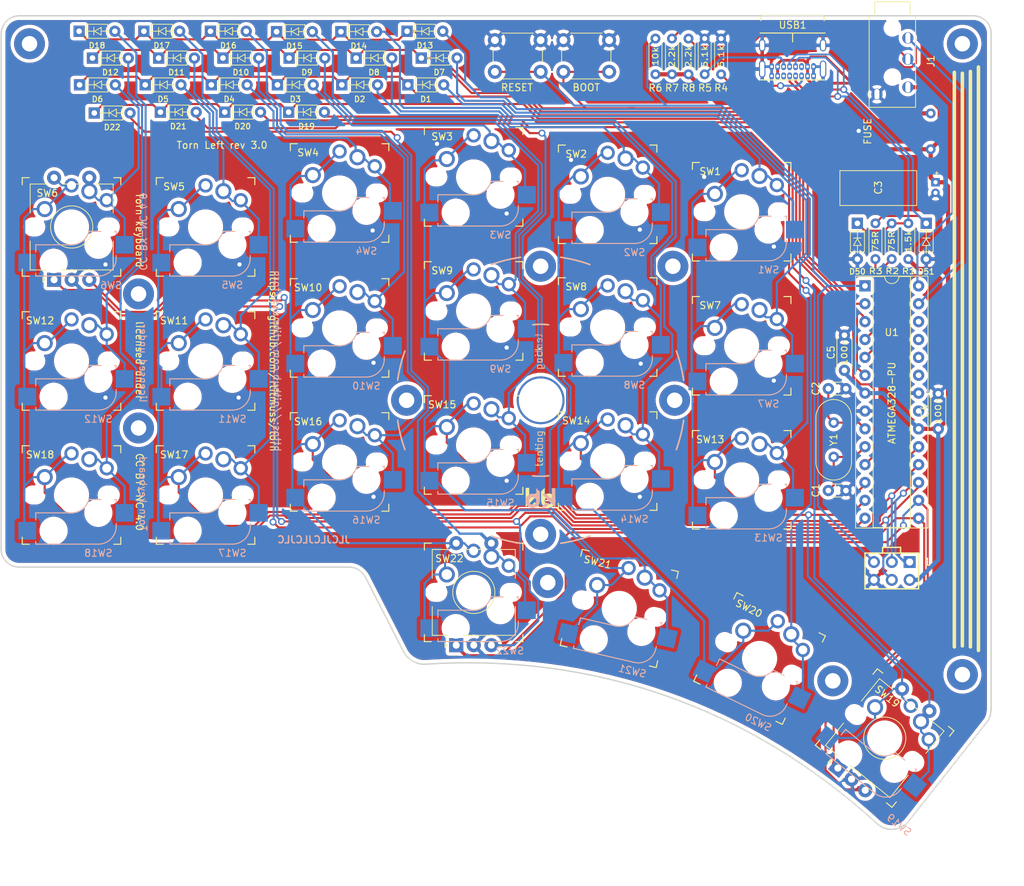
<source format=kicad_pcb>
(kicad_pcb (version 20171130) (host pcbnew "(5.1.6)-1")
  (title_block (title "Torn Keyboard - Left") (rev 2.1))
  (layers (0 F.Cu signal) (31 B.Cu signal) (34 B.Paste user) (35 F.Paste user) (36 B.SilkS user) (37 F.SilkS user) (38 B.Mask user) (39 F.Mask user) (44 Edge.Cuts user))
  (net 0 "")
  (net 1 GND)
  (net 2 +5V)
  (net 3 /ROW0)
  (net 4 /ROW1)
  (net 5 /ROW2)
  (net 6 /ROW3)
  (net 7 /i2c_SCL)
  (net 8 /i2c_SDA)
  (net 9 /COL0)
  (net 10 /COL1)
  (net 11 /COL2)
  (net 12 /COL3)
  (net 13 /COL4)
  (net 14 /COL5)
  (net 15 "Net-(C1-Pad1)")
  (net 16 "Net-(C2-Pad1)")
  (net 17 "Net-(D1-Pad2)")
  (net 18 "Net-(D2-Pad2)")
  (net 19 "Net-(D3-Pad2)")
  (net 20 "Net-(D4-Pad2)")
  (net 21 "Net-(D5-Pad2)")
  (net 22 "Net-(D6-Pad2)")
  (net 23 "Net-(D11-Pad2)")
  (net 24 "Net-(D12-Pad2)")
  (net 25 "Net-(D13-Pad2)")
  (net 26 "Net-(D14-Pad2)")
  (net 27 "Net-(D15-Pad2)")
  (net 28 "Net-(D16-Pad2)")
  (net 29 "Net-(D21-Pad2)")
  (net 30 "Net-(D22-Pad2)")
  (net 31 "Net-(F1-Pad1)")
  (net 32 /RESET)
  (net 33 /USB_D-)
  (net 34 /USB_D+)
  (net 35 "Net-(R4-Pad2)")
  (net 36 "Net-(R5-Pad2)")
  (net 37 "Net-(D7-Pad2)")
  (net 38 "Net-(D8-Pad2)")
  (net 39 "Net-(D9-Pad2)")
  (net 40 "Net-(D10-Pad2)")
  (net 41 "Net-(D17-Pad2)")
  (net 42 "Net-(D18-Pad2)")
  (net 43 "Net-(D19-Pad2)")
  (net 44 "Net-(D20-Pad2)")
  (net 45 /ENC0_B)
  (net 46 /ENC0_A)
  (net 47 "Net-(D50-Pad1)")
  (net 48 "Net-(D51-Pad1)")
  (net 49 "Net-(U1-Pad26)")
  (net 50 "Net-(U1-Pad25)")
  (net 51 "Net-(U1-Pad24)")
  (net 52 "Net-(U1-Pad23)")
  (net 53 "Net-(U1-Pad21)")
  (net 54 "Net-(USB1-PadA8)")
  (net 55 "Net-(USB1-PadB8)")
  (module footprints:PJ-320A (layer F.Cu) (at 179.07 48.26 270)
    (fp_text reference J1 (at 8.4455 -3.269 90) (layer F.SilkS))
    (fp_text value SJ-43514)
    (pad "" np_thru_hole circle (at 10.7 2.2 270) (size 1.5 1.5) (drill 1.5) (layers *.Cu))
    (pad "" np_thru_hole circle (at 3.7 2.2 270) (size 1.5 1.5) (drill 1.5) (layers *.Cu))
    (pad 1 thru_hole circle (at 13.15 4.4 270) (size 1.6 1.6) (drill oval 1.5 0.7) (layers *.Cu *.Mask) (net 1 GND))
    (pad 2 thru_hole circle (at 12.15 0 270) (size 1.6 1.6) (drill oval 1.5 0.7) (layers *.Cu *.Mask) (net 2 +5V))
    (pad 3 thru_hole circle (at 8.15 0 270) (size 1.6 1.6) (drill oval 1.5 0.7) (layers *.Cu *.Mask) (net 7 /i2c_SCL))
    (pad 4 thru_hole circle (at 5.15 0 270) (size 1.6 1.6) (drill oval 1.5 0.7) (layers *.Cu *.Mask) (net 8 /i2c_SDA))
  )
  (module footprints:polyfuse_5.1mm (layer F.Cu) (at 182.3105 66.675 270)
    (fp_text reference F1)
    (fp_text value 100mA)
    (fp_text user FUSE (at 0 8.9535 270) (layer F.SilkS))
    (pad 1 thru_hole circle (at -2.55 0 270) (size 1.4 1.4) (drill 0.7) (layers *.Cu *.Mask) (net 31 "Net-(F1-Pad1)"))
    (pad 2 thru_hole circle (at 2.55 0 270) (size 1.4 1.4) (drill 0.7) (layers *.Cu *.Mask) (net 2 +5V))
  )
  (module footprints:Kailh_socket_MX_PG1350_EC11_optional (layer F.Cu) (at 60.198 80.264)
    (fp_text reference SW6 (at -3.4417 -4.8133 180) (layer F.SilkS))
    (fp_text value Rotary_Encoder_Switch hide)
    (fp_text user %R (at 7.2517 8.3058) (layer B.SilkS) (effects (justify left mirror)))
    (pad S1 smd rect (at 7.56 2.54) (size 2.55 2.5) (layers B.Cu B.Paste B.Mask) (net 22 "Net-(D6-Pad2)"))
    (pad S2 thru_hole circle (at -3.81 -2.54) (size 2.286 2.286) (drill 1.4986) (layers *.Cu *.Mask) (net 14 /COL5))
    (pad "" np_thru_hole circle (at 0 0) (size 3.9878 3.9878) (drill 3.9878) (layers *.Cu *.Mask))
    (pad S1 thru_hole circle (at 2.54 -5.08) (size 2.286 2.286) (drill 1.4986) (layers *.Cu *.Mask) (net 22 "Net-(D6-Pad2)"))
    (pad "" np_thru_hole circle (at 3.81 2.54) (size 3 3) (drill 3) (layers *.Cu *.Mask))
    (pad "" np_thru_hole circle (at -2.54 5.08) (size 3 3) (drill 3) (layers *.Cu *.Mask))
    (pad S2 smd rect (at -6.29 5.08) (size 2.55 2.5) (layers B.Cu B.Paste B.Mask) (net 14 /COL5))
    (pad S1 thru_hole circle (at 5 -3.8 180) (size 2.032 2.032) (drill 1.27) (layers *.Cu *.Mask) (net 22 "Net-(D6-Pad2)"))
    (pad S2 thru_hole circle (at 0 -5.9 180) (size 2.032 2.032) (drill 1.27) (layers *.Cu *.Mask) (net 14 /COL5))
    (pad "" np_thru_hole oval (at -5.2959 0 180) (size 2.15 1.7018) (drill oval 2.15 1.7018) (layers *.Cu *.Mask))
    (pad "" np_thru_hole oval (at 5.2832 0 180) (size 2.15 1.7018) (drill oval 2.15 1.7018) (layers *.Cu *.Mask))
    (pad A thru_hole rect (at -2.4765 7.5057 90) (size 2 2) (drill 1) (layers *.Cu *.Mask) (net 46 /ENC0_A))
    (pad C thru_hole circle (at 0.0235 7.5057 90) (size 2 2) (drill 1) (layers *.Cu *.Mask) (net 1 GND))
    (pad B thru_hole circle (at 2.5235 7.5057 90) (size 2 2) (drill 1) (layers *.Cu *.Mask) (net 45 /ENC0_B))
    (pad S2 thru_hole circle (at -2.4765 -6.9943 90) (size 2 2) (drill 1) (layers *.Cu *.Mask) (net 14 /COL5))
    (pad S1 thru_hole circle (at 2.5235 -6.9943 90) (size 2 2) (drill 1) (layers *.Cu *.Mask) (net 22 "Net-(D6-Pad2)"))
  )
  (module footprints:Kailh_socket_MX_PG1350_EC11_optional (layer F.Cu) (at 175.768 152.908 321)
    (fp_text reference SW19 (at -3.4417 -4.8133 321) (layer F.SilkS))
    (fp_text value Rotary_Encoder_Switch hide)
    (fp_text user %R (at 7.2517 8.3058 141) (layer B.SilkS) (effects (justify right mirror)))
    (pad S1 smd rect (at 7.56 2.54 321) (size 2.55 2.5) (layers B.Cu B.Paste B.Mask) (net 43 "Net-(D19-Pad2)"))
    (pad S2 thru_hole circle (at -3.81 -2.54 321) (size 2.286 2.286) (drill 1.4986) (layers *.Cu *.Mask) (net 9 /COL0))
    (pad "" np_thru_hole circle (at 0 0 321) (size 3.9878 3.9878) (drill 3.9878) (layers *.Cu *.Mask))
    (pad S1 thru_hole circle (at 2.54 -5.08 321) (size 2.286 2.286) (drill 1.4986) (layers *.Cu *.Mask) (net 43 "Net-(D19-Pad2)"))
    (pad "" np_thru_hole circle (at 3.81 2.54 321) (size 3 3) (drill 3) (layers *.Cu *.Mask))
    (pad "" np_thru_hole circle (at -2.54 5.08 321) (size 3 3) (drill 3) (layers *.Cu *.Mask))
    (pad S2 smd rect (at -6.29 5.08 321) (size 2.55 2.5) (layers B.Cu B.Paste B.Mask) (net 9 /COL0))
    (pad S1 thru_hole circle (at 5 -3.8 141) (size 2.032 2.032) (drill 1.27) (layers *.Cu *.Mask) (net 43 "Net-(D19-Pad2)"))
    (pad S2 thru_hole circle (at 0 -5.9 141) (size 2.032 2.032) (drill 1.27) (layers *.Cu *.Mask) (net 9 /COL0))
    (pad "" np_thru_hole oval (at -5.2959 0 141) (size 2.15 1.7018) (drill oval 2.15 1.7018) (layers *.Cu *.Mask))
    (pad "" np_thru_hole oval (at 5.2832 0 141) (size 2.15 1.7018) (drill oval 2.15 1.7018) (layers *.Cu *.Mask))
    (pad A thru_hole rect (at -2.4765 7.5057 51) (size 2 2) (drill 1) (layers *.Cu *.Mask) (net 46 /ENC0_A))
    (pad C thru_hole circle (at 0.0235 7.5057 51) (size 2 2) (drill 1) (layers *.Cu *.Mask) (net 1 GND))
    (pad B thru_hole circle (at 2.5235 7.5057 51) (size 2 2) (drill 1) (layers *.Cu *.Mask) (net 45 /ENC0_B))
    (pad S2 thru_hole circle (at -2.4765 -6.9943 51) (size 2 2) (drill 1) (layers *.Cu *.Mask) (net 9 /COL0))
    (pad S1 thru_hole circle (at 2.5235 -6.9943 51) (size 2 2) (drill 1) (layers *.Cu *.Mask) (net 43 "Net-(D19-Pad2)"))
  )
  (module footprints:Kailh_socket_MX_PG1350_EC11_optional (layer F.Cu) (at 117.348 132.2035)
    (fp_text reference SW22 (at -3.4417 -4.8133 180) (layer F.SilkS))
    (fp_text value Rotary_Encoder_Switch hide)
    (fp_text user %R (at 7.2517 8.3058) (layer B.SilkS) (effects (justify left mirror)))
    (pad S1 smd rect (at 7.56 2.54) (size 2.55 2.5) (layers B.Cu B.Paste B.Mask) (net 30 "Net-(D22-Pad2)"))
    (pad S2 thru_hole circle (at -3.81 -2.54) (size 2.286 2.286) (drill 1.4986) (layers *.Cu *.Mask) (net 12 /COL3))
    (pad "" np_thru_hole circle (at 0 0) (size 3.9878 3.9878) (drill 3.9878) (layers *.Cu *.Mask))
    (pad S1 thru_hole circle (at 2.54 -5.08) (size 2.286 2.286) (drill 1.4986) (layers *.Cu *.Mask) (net 30 "Net-(D22-Pad2)"))
    (pad "" np_thru_hole circle (at 3.81 2.54) (size 3 3) (drill 3) (layers *.Cu *.Mask))
    (pad "" np_thru_hole circle (at -2.54 5.08) (size 3 3) (drill 3) (layers *.Cu *.Mask))
    (pad S2 smd rect (at -6.29 5.08) (size 2.55 2.5) (layers B.Cu B.Paste B.Mask) (net 12 /COL3))
    (pad S1 thru_hole circle (at 5 -3.8 180) (size 2.032 2.032) (drill 1.27) (layers *.Cu *.Mask) (net 30 "Net-(D22-Pad2)"))
    (pad S2 thru_hole circle (at 0 -5.9 180) (size 2.032 2.032) (drill 1.27) (layers *.Cu *.Mask) (net 12 /COL3))
    (pad "" np_thru_hole oval (at -5.2959 0 180) (size 2.15 1.7018) (drill oval 2.15 1.7018) (layers *.Cu *.Mask))
    (pad "" np_thru_hole oval (at 5.2832 0 180) (size 2.15 1.7018) (drill oval 2.15 1.7018) (layers *.Cu *.Mask))
    (pad A thru_hole rect (at -2.4765 7.5057 90) (size 2 2) (drill 1) (layers *.Cu *.Mask) (net 46 /ENC0_A))
    (pad C thru_hole circle (at 0.0235 7.5057 90) (size 2 2) (drill 1) (layers *.Cu *.Mask) (net 1 GND))
    (pad B thru_hole circle (at 2.5235 7.5057 90) (size 2 2) (drill 1) (layers *.Cu *.Mask) (net 45 /ENC0_B))
    (pad S2 thru_hole circle (at -2.4765 -6.9943 90) (size 2 2) (drill 1) (layers *.Cu *.Mask) (net 12 /COL3))
    (pad S1 thru_hole circle (at 2.5235 -6.9943 90) (size 2 2) (drill 1) (layers *.Cu *.Mask) (net 30 "Net-(D22-Pad2)"))
  )
  (module footprints:Kailh_socket_MX_PG1350_optional (layer F.Cu) (at 138.049 134.493 347)
    (fp_text reference SW21 (at -4.4704 -5.7277 167) (layer F.SilkS))
    (fp_text value SW_Push)
    (fp_text user %R (at 3.81 8.255 167) (layer B.SilkS) (effects (justify mirror)))
    (pad 1 smd rect (at 7.56 2.54 347) (size 2.55 2.5) (layers B.Cu B.Paste B.Mask) (net 29 "Net-(D21-Pad2)"))
    (pad 2 thru_hole circle (at -3.81 -2.54 347) (size 2.286 2.286) (drill 1.4986) (layers *.Cu *.Mask) (net 11 /COL2))
    (pad "" np_thru_hole circle (at 0 0 347) (size 3.9878 3.9878) (drill 3.9878) (layers *.Cu *.Mask))
    (pad 1 thru_hole circle (at 2.54 -5.08 347) (size 2.286 2.286) (drill 1.4986) (layers *.Cu *.Mask) (net 29 "Net-(D21-Pad2)"))
    (pad "" np_thru_hole circle (at 3.81 2.54 347) (size 3 3) (drill 3) (layers *.Cu *.Mask))
    (pad "" np_thru_hole circle (at -2.54 5.08 347) (size 3 3) (drill 3) (layers *.Cu *.Mask))
    (pad 2 smd rect (at -6.29 5.08 347) (size 2.55 2.5) (layers B.Cu B.Paste B.Mask) (net 11 /COL2))
    (pad 1 thru_hole circle (at 5 -3.8 167) (size 2.032 2.032) (drill 1.27) (layers *.Cu *.Mask) (net 29 "Net-(D21-Pad2)"))
    (pad 2 thru_hole circle (at 0 -5.9 167) (size 2.032 2.032) (drill 1.27) (layers *.Cu *.Mask) (net 11 /COL2))
    (pad "" np_thru_hole oval (at -5.2959 0 167) (size 2.15 1.7018) (drill oval 2.15 1.7018) (layers *.Cu *.Mask))
    (pad "" np_thru_hole oval (at 5.2832 0 167) (size 2.15 1.7018) (drill oval 2.15 1.7018) (layers *.Cu *.Mask))
  )
  (module footprints:Kailh_socket_MX_PG1350_optional (layer F.Cu) (at 157.988 141.605 334)
    (fp_text reference SW20 (at -4.4704 -5.7277 154) (layer F.SilkS))
    (fp_text value SW_Push)
    (fp_text user %R (at 3.81 8.255 154) (layer B.SilkS) (effects (justify mirror)))
    (pad 1 smd rect (at 7.56 2.54 334) (size 2.55 2.5) (layers B.Cu B.Paste B.Mask) (net 44 "Net-(D20-Pad2)"))
    (pad 2 thru_hole circle (at -3.81 -2.54 334) (size 2.286 2.286) (drill 1.4986) (layers *.Cu *.Mask) (net 10 /COL1))
    (pad "" np_thru_hole circle (at 0 0 334) (size 3.9878 3.9878) (drill 3.9878) (layers *.Cu *.Mask))
    (pad 1 thru_hole circle (at 2.54 -5.08 334) (size 2.286 2.286) (drill 1.4986) (layers *.Cu *.Mask) (net 44 "Net-(D20-Pad2)"))
    (pad "" np_thru_hole circle (at 3.81 2.54 334) (size 3 3) (drill 3) (layers *.Cu *.Mask))
    (pad "" np_thru_hole circle (at -2.54 5.08 334) (size 3 3) (drill 3) (layers *.Cu *.Mask))
    (pad 2 smd rect (at -6.29 5.08 334) (size 2.55 2.5) (layers B.Cu B.Paste B.Mask) (net 10 /COL1))
    (pad 1 thru_hole circle (at 5 -3.8 154) (size 2.032 2.032) (drill 1.27) (layers *.Cu *.Mask) (net 44 "Net-(D20-Pad2)"))
    (pad 2 thru_hole circle (at 0 -5.9 154) (size 2.032 2.032) (drill 1.27) (layers *.Cu *.Mask) (net 10 /COL1))
    (pad "" np_thru_hole oval (at -5.2959 0 154) (size 2.15 1.7018) (drill oval 2.15 1.7018) (layers *.Cu *.Mask))
    (pad "" np_thru_hole oval (at 5.2832 0 154) (size 2.15 1.7018) (drill oval 2.15 1.7018) (layers *.Cu *.Mask))
  )
  (module footprints:Kailh_socket_MX_PG1350_optional (layer F.Cu) (at 60.198 118.364)
    (fp_text reference SW18 (at -4.4704 -5.7277) (layer F.SilkS))
    (fp_text value SW_Push)
    (fp_text user %R (at 3.81 8.255) (layer B.SilkS) (effects (justify mirror)))
    (pad 1 smd rect (at 7.56 2.54) (size 2.55 2.5) (layers B.Cu B.Paste B.Mask) (net 42 "Net-(D18-Pad2)"))
    (pad 2 thru_hole circle (at -3.81 -2.54) (size 2.286 2.286) (drill 1.4986) (layers *.Cu *.Mask) (net 14 /COL5))
    (pad "" np_thru_hole circle (at 0 0) (size 3.9878 3.9878) (drill 3.9878) (layers *.Cu *.Mask))
    (pad 1 thru_hole circle (at 2.54 -5.08) (size 2.286 2.286) (drill 1.4986) (layers *.Cu *.Mask) (net 42 "Net-(D18-Pad2)"))
    (pad "" np_thru_hole circle (at 3.81 2.54) (size 3 3) (drill 3) (layers *.Cu *.Mask))
    (pad "" np_thru_hole circle (at -2.54 5.08) (size 3 3) (drill 3) (layers *.Cu *.Mask))
    (pad 2 smd rect (at -6.29 5.08) (size 2.55 2.5) (layers B.Cu B.Paste B.Mask) (net 14 /COL5))
    (pad 1 thru_hole circle (at 5 -3.8 180) (size 2.032 2.032) (drill 1.27) (layers *.Cu *.Mask) (net 42 "Net-(D18-Pad2)"))
    (pad 2 thru_hole circle (at 0 -5.9 180) (size 2.032 2.032) (drill 1.27) (layers *.Cu *.Mask) (net 14 /COL5))
    (pad "" np_thru_hole oval (at -5.2959 0 180) (size 2.15 1.7018) (drill oval 2.15 1.7018) (layers *.Cu *.Mask))
    (pad "" np_thru_hole oval (at 5.2832 0 180) (size 2.15 1.7018) (drill oval 2.15 1.7018) (layers *.Cu *.Mask))
  )
  (module footprints:Kailh_socket_MX_PG1350_optional (layer F.Cu) (at 79.248 118.364)
    (fp_text reference SW17 (at -4.4704 -5.7277) (layer F.SilkS))
    (fp_text value SW_Push)
    (fp_text user %R (at 3.81 8.255) (layer B.SilkS) (effects (justify mirror)))
    (pad 1 smd rect (at 7.56 2.54) (size 2.55 2.5) (layers B.Cu B.Paste B.Mask) (net 41 "Net-(D17-Pad2)"))
    (pad 2 thru_hole circle (at -3.81 -2.54) (size 2.286 2.286) (drill 1.4986) (layers *.Cu *.Mask) (net 13 /COL4))
    (pad "" np_thru_hole circle (at 0 0) (size 3.9878 3.9878) (drill 3.9878) (layers *.Cu *.Mask))
    (pad 1 thru_hole circle (at 2.54 -5.08) (size 2.286 2.286) (drill 1.4986) (layers *.Cu *.Mask) (net 41 "Net-(D17-Pad2)"))
    (pad "" np_thru_hole circle (at 3.81 2.54) (size 3 3) (drill 3) (layers *.Cu *.Mask))
    (pad "" np_thru_hole circle (at -2.54 5.08) (size 3 3) (drill 3) (layers *.Cu *.Mask))
    (pad 2 smd rect (at -6.29 5.08) (size 2.55 2.5) (layers B.Cu B.Paste B.Mask) (net 13 /COL4))
    (pad 1 thru_hole circle (at 5 -3.8 180) (size 2.032 2.032) (drill 1.27) (layers *.Cu *.Mask) (net 41 "Net-(D17-Pad2)"))
    (pad 2 thru_hole circle (at 0 -5.9 180) (size 2.032 2.032) (drill 1.27) (layers *.Cu *.Mask) (net 13 /COL4))
    (pad "" np_thru_hole oval (at -5.2959 0 180) (size 2.15 1.7018) (drill oval 2.15 1.7018) (layers *.Cu *.Mask))
    (pad "" np_thru_hole oval (at 5.2832 0 180) (size 2.15 1.7018) (drill oval 2.15 1.7018) (layers *.Cu *.Mask))
  )
  (module footprints:Kailh_socket_MX_PG1350_optional (layer F.Cu) (at 98.298 113.665)
    (fp_text reference SW16 (at -4.4704 -5.7277) (layer F.SilkS))
    (fp_text value SW_Push)
    (fp_text user %R (at 3.81 8.255) (layer B.SilkS) (effects (justify mirror)))
    (pad 1 smd rect (at 7.56 2.54) (size 2.55 2.5) (layers B.Cu B.Paste B.Mask) (net 28 "Net-(D16-Pad2)"))
    (pad 2 thru_hole circle (at -3.81 -2.54) (size 2.286 2.286) (drill 1.4986) (layers *.Cu *.Mask) (net 12 /COL3))
    (pad "" np_thru_hole circle (at 0 0) (size 3.9878 3.9878) (drill 3.9878) (layers *.Cu *.Mask))
    (pad 1 thru_hole circle (at 2.54 -5.08) (size 2.286 2.286) (drill 1.4986) (layers *.Cu *.Mask) (net 28 "Net-(D16-Pad2)"))
    (pad "" np_thru_hole circle (at 3.81 2.54) (size 3 3) (drill 3) (layers *.Cu *.Mask))
    (pad "" np_thru_hole circle (at -2.54 5.08) (size 3 3) (drill 3) (layers *.Cu *.Mask))
    (pad 2 smd rect (at -6.29 5.08) (size 2.55 2.5) (layers B.Cu B.Paste B.Mask) (net 12 /COL3))
    (pad 1 thru_hole circle (at 5 -3.8 180) (size 2.032 2.032) (drill 1.27) (layers *.Cu *.Mask) (net 28 "Net-(D16-Pad2)"))
    (pad 2 thru_hole circle (at 0 -5.9 180) (size 2.032 2.032) (drill 1.27) (layers *.Cu *.Mask) (net 12 /COL3))
    (pad "" np_thru_hole oval (at -5.2959 0 180) (size 2.15 1.7018) (drill oval 2.15 1.7018) (layers *.Cu *.Mask))
    (pad "" np_thru_hole oval (at 5.2832 0 180) (size 2.15 1.7018) (drill oval 2.15 1.7018) (layers *.Cu *.Mask))
  )
  (module footprints:Kailh_socket_MX_PG1350_optional (layer F.Cu) (at 117.348 111.252)
    (fp_text reference SW15 (at -4.4704 -5.7277) (layer F.SilkS))
    (fp_text value SW_Push)
    (fp_text user %R (at 3.81 8.255) (layer B.SilkS) (effects (justify mirror)))
    (pad 1 smd rect (at 7.56 2.54) (size 2.55 2.5) (layers B.Cu B.Paste B.Mask) (net 27 "Net-(D15-Pad2)"))
    (pad 2 thru_hole circle (at -3.81 -2.54) (size 2.286 2.286) (drill 1.4986) (layers *.Cu *.Mask) (net 11 /COL2))
    (pad "" np_thru_hole circle (at 0 0) (size 3.9878 3.9878) (drill 3.9878) (layers *.Cu *.Mask))
    (pad 1 thru_hole circle (at 2.54 -5.08) (size 2.286 2.286) (drill 1.4986) (layers *.Cu *.Mask) (net 27 "Net-(D15-Pad2)"))
    (pad "" np_thru_hole circle (at 3.81 2.54) (size 3 3) (drill 3) (layers *.Cu *.Mask))
    (pad "" np_thru_hole circle (at -2.54 5.08) (size 3 3) (drill 3) (layers *.Cu *.Mask))
    (pad 2 smd rect (at -6.29 5.08) (size 2.55 2.5) (layers B.Cu B.Paste B.Mask) (net 11 /COL2))
    (pad 1 thru_hole circle (at 5 -3.8 180) (size 2.032 2.032) (drill 1.27) (layers *.Cu *.Mask) (net 27 "Net-(D15-Pad2)"))
    (pad 2 thru_hole circle (at 0 -5.9 180) (size 2.032 2.032) (drill 1.27) (layers *.Cu *.Mask) (net 11 /COL2))
    (pad "" np_thru_hole oval (at -5.2959 0 180) (size 2.15 1.7018) (drill oval 2.15 1.7018) (layers *.Cu *.Mask))
    (pad "" np_thru_hole oval (at 5.2832 0 180) (size 2.15 1.7018) (drill oval 2.15 1.7018) (layers *.Cu *.Mask))
  )
  (module footprints:Kailh_socket_MX_PG1350_optional (layer F.Cu) (at 136.398 113.538)
    (fp_text reference SW14 (at -4.4704 -5.7277) (layer F.SilkS))
    (fp_text value SW_Push)
    (fp_text user %R (at 3.81 8.255) (layer B.SilkS) (effects (justify mirror)))
    (pad 1 smd rect (at 7.56 2.54) (size 2.55 2.5) (layers B.Cu B.Paste B.Mask) (net 26 "Net-(D14-Pad2)"))
    (pad 2 thru_hole circle (at -3.81 -2.54) (size 2.286 2.286) (drill 1.4986) (layers *.Cu *.Mask) (net 10 /COL1))
    (pad "" np_thru_hole circle (at 0 0) (size 3.9878 3.9878) (drill 3.9878) (layers *.Cu *.Mask))
    (pad 1 thru_hole circle (at 2.54 -5.08) (size 2.286 2.286) (drill 1.4986) (layers *.Cu *.Mask) (net 26 "Net-(D14-Pad2)"))
    (pad "" np_thru_hole circle (at 3.81 2.54) (size 3 3) (drill 3) (layers *.Cu *.Mask))
    (pad "" np_thru_hole circle (at -2.54 5.08) (size 3 3) (drill 3) (layers *.Cu *.Mask))
    (pad 2 smd rect (at -6.29 5.08) (size 2.55 2.5) (layers B.Cu B.Paste B.Mask) (net 10 /COL1))
    (pad 1 thru_hole circle (at 5 -3.8 180) (size 2.032 2.032) (drill 1.27) (layers *.Cu *.Mask) (net 26 "Net-(D14-Pad2)"))
    (pad 2 thru_hole circle (at 0 -5.9 180) (size 2.032 2.032) (drill 1.27) (layers *.Cu *.Mask) (net 10 /COL1))
    (pad "" np_thru_hole oval (at -5.2959 0 180) (size 2.15 1.7018) (drill oval 2.15 1.7018) (layers *.Cu *.Mask))
    (pad "" np_thru_hole oval (at 5.2832 0 180) (size 2.15 1.7018) (drill oval 2.15 1.7018) (layers *.Cu *.Mask))
  )
  (module footprints:Kailh_socket_MX_PG1350_optional (layer F.Cu) (at 60.198 99.314)
    (fp_text reference SW12 (at -4.4704 -5.7277) (layer F.SilkS))
    (fp_text value SW_Push)
    (fp_text user %R (at 3.81 8.255) (layer B.SilkS) (effects (justify mirror)))
    (pad 1 smd rect (at 7.56 2.54) (size 2.55 2.5) (layers B.Cu B.Paste B.Mask) (net 24 "Net-(D12-Pad2)"))
    (pad 2 thru_hole circle (at -3.81 -2.54) (size 2.286 2.286) (drill 1.4986) (layers *.Cu *.Mask) (net 14 /COL5))
    (pad "" np_thru_hole circle (at 0 0) (size 3.9878 3.9878) (drill 3.9878) (layers *.Cu *.Mask))
    (pad 1 thru_hole circle (at 2.54 -5.08) (size 2.286 2.286) (drill 1.4986) (layers *.Cu *.Mask) (net 24 "Net-(D12-Pad2)"))
    (pad "" np_thru_hole circle (at 3.81 2.54) (size 3 3) (drill 3) (layers *.Cu *.Mask))
    (pad "" np_thru_hole circle (at -2.54 5.08) (size 3 3) (drill 3) (layers *.Cu *.Mask))
    (pad 2 smd rect (at -6.29 5.08) (size 2.55 2.5) (layers B.Cu B.Paste B.Mask) (net 14 /COL5))
    (pad 1 thru_hole circle (at 5 -3.8 180) (size 2.032 2.032) (drill 1.27) (layers *.Cu *.Mask) (net 24 "Net-(D12-Pad2)"))
    (pad 2 thru_hole circle (at 0 -5.9 180) (size 2.032 2.032) (drill 1.27) (layers *.Cu *.Mask) (net 14 /COL5))
    (pad "" np_thru_hole oval (at -5.2959 0 180) (size 2.15 1.7018) (drill oval 2.15 1.7018) (layers *.Cu *.Mask))
    (pad "" np_thru_hole oval (at 5.2832 0 180) (size 2.15 1.7018) (drill oval 2.15 1.7018) (layers *.Cu *.Mask))
  )
  (module footprints:Kailh_socket_MX_PG1350_optional (layer F.Cu) (at 79.248 99.314)
    (fp_text reference SW11 (at -4.4704 -5.7277) (layer F.SilkS))
    (fp_text value SW_Push)
    (fp_text user %R (at 3.81 8.255) (layer B.SilkS) (effects (justify mirror)))
    (pad 1 smd rect (at 7.56 2.54) (size 2.55 2.5) (layers B.Cu B.Paste B.Mask) (net 23 "Net-(D11-Pad2)"))
    (pad 2 thru_hole circle (at -3.81 -2.54) (size 2.286 2.286) (drill 1.4986) (layers *.Cu *.Mask) (net 13 /COL4))
    (pad "" np_thru_hole circle (at 0 0) (size 3.9878 3.9878) (drill 3.9878) (layers *.Cu *.Mask))
    (pad 1 thru_hole circle (at 2.54 -5.08) (size 2.286 2.286) (drill 1.4986) (layers *.Cu *.Mask) (net 23 "Net-(D11-Pad2)"))
    (pad "" np_thru_hole circle (at 3.81 2.54) (size 3 3) (drill 3) (layers *.Cu *.Mask))
    (pad "" np_thru_hole circle (at -2.54 5.08) (size 3 3) (drill 3) (layers *.Cu *.Mask))
    (pad 2 smd rect (at -6.29 5.08) (size 2.55 2.5) (layers B.Cu B.Paste B.Mask) (net 13 /COL4))
    (pad 1 thru_hole circle (at 5 -3.8 180) (size 2.032 2.032) (drill 1.27) (layers *.Cu *.Mask) (net 23 "Net-(D11-Pad2)"))
    (pad 2 thru_hole circle (at 0 -5.9 180) (size 2.032 2.032) (drill 1.27) (layers *.Cu *.Mask) (net 13 /COL4))
    (pad "" np_thru_hole oval (at -5.2959 0 180) (size 2.15 1.7018) (drill oval 2.15 1.7018) (layers *.Cu *.Mask))
    (pad "" np_thru_hole oval (at 5.2832 0 180) (size 2.15 1.7018) (drill oval 2.15 1.7018) (layers *.Cu *.Mask))
  )
  (module footprints:Kailh_socket_MX_PG1350_optional (layer F.Cu) (at 98.298 94.615)
    (fp_text reference SW10 (at -4.4704 -5.7277) (layer F.SilkS))
    (fp_text value SW_Push)
    (fp_text user %R (at 3.81 8.255) (layer B.SilkS) (effects (justify mirror)))
    (pad 1 smd rect (at 7.56 2.54) (size 2.55 2.5) (layers B.Cu B.Paste B.Mask) (net 40 "Net-(D10-Pad2)"))
    (pad 2 thru_hole circle (at -3.81 -2.54) (size 2.286 2.286) (drill 1.4986) (layers *.Cu *.Mask) (net 12 /COL3))
    (pad "" np_thru_hole circle (at 0 0) (size 3.9878 3.9878) (drill 3.9878) (layers *.Cu *.Mask))
    (pad 1 thru_hole circle (at 2.54 -5.08) (size 2.286 2.286) (drill 1.4986) (layers *.Cu *.Mask) (net 40 "Net-(D10-Pad2)"))
    (pad "" np_thru_hole circle (at 3.81 2.54) (size 3 3) (drill 3) (layers *.Cu *.Mask))
    (pad "" np_thru_hole circle (at -2.54 5.08) (size 3 3) (drill 3) (layers *.Cu *.Mask))
    (pad 2 smd rect (at -6.29 5.08) (size 2.55 2.5) (layers B.Cu B.Paste B.Mask) (net 12 /COL3))
    (pad 1 thru_hole circle (at 5 -3.8 180) (size 2.032 2.032) (drill 1.27) (layers *.Cu *.Mask) (net 40 "Net-(D10-Pad2)"))
    (pad 2 thru_hole circle (at 0 -5.9 180) (size 2.032 2.032) (drill 1.27) (layers *.Cu *.Mask) (net 12 /COL3))
    (pad "" np_thru_hole oval (at -5.2959 0 180) (size 2.15 1.7018) (drill oval 2.15 1.7018) (layers *.Cu *.Mask))
    (pad "" np_thru_hole oval (at 5.2832 0 180) (size 2.15 1.7018) (drill oval 2.15 1.7018) (layers *.Cu *.Mask))
  )
  (module footprints:Kailh_socket_MX_PG1350_optional (layer F.Cu) (at 117.348 92.202)
    (fp_text reference SW9 (at -4.4704 -5.7277) (layer F.SilkS))
    (fp_text value SW_Push)
    (fp_text user %R (at 3.81 8.255) (layer B.SilkS) (effects (justify mirror)))
    (pad 1 smd rect (at 7.56 2.54) (size 2.55 2.5) (layers B.Cu B.Paste B.Mask) (net 39 "Net-(D9-Pad2)"))
    (pad 2 thru_hole circle (at -3.81 -2.54) (size 2.286 2.286) (drill 1.4986) (layers *.Cu *.Mask) (net 11 /COL2))
    (pad "" np_thru_hole circle (at 0 0) (size 3.9878 3.9878) (drill 3.9878) (layers *.Cu *.Mask))
    (pad 1 thru_hole circle (at 2.54 -5.08) (size 2.286 2.286) (drill 1.4986) (layers *.Cu *.Mask) (net 39 "Net-(D9-Pad2)"))
    (pad "" np_thru_hole circle (at 3.81 2.54) (size 3 3) (drill 3) (layers *.Cu *.Mask))
    (pad "" np_thru_hole circle (at -2.54 5.08) (size 3 3) (drill 3) (layers *.Cu *.Mask))
    (pad 2 smd rect (at -6.29 5.08) (size 2.55 2.5) (layers B.Cu B.Paste B.Mask) (net 11 /COL2))
    (pad 1 thru_hole circle (at 5 -3.8 180) (size 2.032 2.032) (drill 1.27) (layers *.Cu *.Mask) (net 39 "Net-(D9-Pad2)"))
    (pad 2 thru_hole circle (at 0 -5.9 180) (size 2.032 2.032) (drill 1.27) (layers *.Cu *.Mask) (net 11 /COL2))
    (pad "" np_thru_hole oval (at -5.2959 0 180) (size 2.15 1.7018) (drill oval 2.15 1.7018) (layers *.Cu *.Mask))
    (pad "" np_thru_hole oval (at 5.2832 0 180) (size 2.15 1.7018) (drill oval 2.15 1.7018) (layers *.Cu *.Mask))
  )
  (module footprints:Kailh_socket_MX_PG1350_optional (layer F.Cu) (at 136.398 94.488)
    (fp_text reference SW8 (at -4.4704 -5.7277) (layer F.SilkS))
    (fp_text value SW_Push)
    (fp_text user %R (at 3.81 8.255) (layer B.SilkS) (effects (justify mirror)))
    (pad 1 smd rect (at 7.56 2.54) (size 2.55 2.5) (layers B.Cu B.Paste B.Mask) (net 38 "Net-(D8-Pad2)"))
    (pad 2 thru_hole circle (at -3.81 -2.54) (size 2.286 2.286) (drill 1.4986) (layers *.Cu *.Mask) (net 10 /COL1))
    (pad "" np_thru_hole circle (at 0 0) (size 3.9878 3.9878) (drill 3.9878) (layers *.Cu *.Mask))
    (pad 1 thru_hole circle (at 2.54 -5.08) (size 2.286 2.286) (drill 1.4986) (layers *.Cu *.Mask) (net 38 "Net-(D8-Pad2)"))
    (pad "" np_thru_hole circle (at 3.81 2.54) (size 3 3) (drill 3) (layers *.Cu *.Mask))
    (pad "" np_thru_hole circle (at -2.54 5.08) (size 3 3) (drill 3) (layers *.Cu *.Mask))
    (pad 2 smd rect (at -6.29 5.08) (size 2.55 2.5) (layers B.Cu B.Paste B.Mask) (net 10 /COL1))
    (pad 1 thru_hole circle (at 5 -3.8 180) (size 2.032 2.032) (drill 1.27) (layers *.Cu *.Mask) (net 38 "Net-(D8-Pad2)"))
    (pad 2 thru_hole circle (at 0 -5.9 180) (size 2.032 2.032) (drill 1.27) (layers *.Cu *.Mask) (net 10 /COL1))
    (pad "" np_thru_hole oval (at -5.2959 0 180) (size 2.15 1.7018) (drill oval 2.15 1.7018) (layers *.Cu *.Mask))
    (pad "" np_thru_hole oval (at 5.2832 0 180) (size 2.15 1.7018) (drill oval 2.15 1.7018) (layers *.Cu *.Mask))
  )
  (module footprints:Kailh_socket_MX_PG1350_optional (layer F.Cu) (at 79.248 80.264)
    (fp_text reference SW5 (at -4.4704 -5.7277) (layer F.SilkS))
    (fp_text value SW_Push)
    (fp_text user %R (at 3.81 8.255) (layer B.SilkS) (effects (justify mirror)))
    (pad 1 smd rect (at 7.56 2.54) (size 2.55 2.5) (layers B.Cu B.Paste B.Mask) (net 21 "Net-(D5-Pad2)"))
    (pad 2 thru_hole circle (at -3.81 -2.54) (size 2.286 2.286) (drill 1.4986) (layers *.Cu *.Mask) (net 13 /COL4))
    (pad "" np_thru_hole circle (at 0 0) (size 3.9878 3.9878) (drill 3.9878) (layers *.Cu *.Mask))
    (pad 1 thru_hole circle (at 2.54 -5.08) (size 2.286 2.286) (drill 1.4986) (layers *.Cu *.Mask) (net 21 "Net-(D5-Pad2)"))
    (pad "" np_thru_hole circle (at 3.81 2.54) (size 3 3) (drill 3) (layers *.Cu *.Mask))
    (pad "" np_thru_hole circle (at -2.54 5.08) (size 3 3) (drill 3) (layers *.Cu *.Mask))
    (pad 2 smd rect (at -6.29 5.08) (size 2.55 2.5) (layers B.Cu B.Paste B.Mask) (net 13 /COL4))
    (pad 1 thru_hole circle (at 5 -3.8 180) (size 2.032 2.032) (drill 1.27) (layers *.Cu *.Mask) (net 21 "Net-(D5-Pad2)"))
    (pad 2 thru_hole circle (at 0 -5.9 180) (size 2.032 2.032) (drill 1.27) (layers *.Cu *.Mask) (net 13 /COL4))
    (pad "" np_thru_hole oval (at -5.2959 0 180) (size 2.15 1.7018) (drill oval 2.15 1.7018) (layers *.Cu *.Mask))
    (pad "" np_thru_hole oval (at 5.2832 0 180) (size 2.15 1.7018) (drill oval 2.15 1.7018) (layers *.Cu *.Mask))
  )
  (module footprints:Kailh_socket_MX_PG1350_optional (layer F.Cu) (at 98.298 75.438)
    (fp_text reference SW4 (at -4.4704 -5.7277) (layer F.SilkS))
    (fp_text value SW_Push)
    (fp_text user %R (at 3.81 8.255) (layer B.SilkS) (effects (justify mirror)))
    (pad 1 smd rect (at 7.56 2.54) (size 2.55 2.5) (layers B.Cu B.Paste B.Mask) (net 20 "Net-(D4-Pad2)"))
    (pad 2 thru_hole circle (at -3.81 -2.54) (size 2.286 2.286) (drill 1.4986) (layers *.Cu *.Mask) (net 12 /COL3))
    (pad "" np_thru_hole circle (at 0 0) (size 3.9878 3.9878) (drill 3.9878) (layers *.Cu *.Mask))
    (pad 1 thru_hole circle (at 2.54 -5.08) (size 2.286 2.286) (drill 1.4986) (layers *.Cu *.Mask) (net 20 "Net-(D4-Pad2)"))
    (pad "" np_thru_hole circle (at 3.81 2.54) (size 3 3) (drill 3) (layers *.Cu *.Mask))
    (pad "" np_thru_hole circle (at -2.54 5.08) (size 3 3) (drill 3) (layers *.Cu *.Mask))
    (pad 2 smd rect (at -6.29 5.08) (size 2.55 2.5) (layers B.Cu B.Paste B.Mask) (net 12 /COL3))
    (pad 1 thru_hole circle (at 5 -3.8 180) (size 2.032 2.032) (drill 1.27) (layers *.Cu *.Mask) (net 20 "Net-(D4-Pad2)"))
    (pad 2 thru_hole circle (at 0 -5.9 180) (size 2.032 2.032) (drill 1.27) (layers *.Cu *.Mask) (net 12 /COL3))
    (pad "" np_thru_hole oval (at -5.2959 0 180) (size 2.15 1.7018) (drill oval 2.15 1.7018) (layers *.Cu *.Mask))
    (pad "" np_thru_hole oval (at 5.2832 0 180) (size 2.15 1.7018) (drill oval 2.15 1.7018) (layers *.Cu *.Mask))
  )
  (module footprints:Kailh_socket_MX_PG1350_optional (layer F.Cu) (at 117.348 73.152)
    (fp_text reference SW3 (at -4.4704 -5.7277) (layer F.SilkS))
    (fp_text value SW_Push)
    (fp_text user %R (at 3.81 8.255) (layer B.SilkS) (effects (justify mirror)))
    (pad 1 smd rect (at 7.56 2.54) (size 2.55 2.5) (layers B.Cu B.Paste B.Mask) (net 19 "Net-(D3-Pad2)"))
    (pad 2 thru_hole circle (at -3.81 -2.54) (size 2.286 2.286) (drill 1.4986) (layers *.Cu *.Mask) (net 11 /COL2))
    (pad "" np_thru_hole circle (at 0 0) (size 3.9878 3.9878) (drill 3.9878) (layers *.Cu *.Mask))
    (pad 1 thru_hole circle (at 2.54 -5.08) (size 2.286 2.286) (drill 1.4986) (layers *.Cu *.Mask) (net 19 "Net-(D3-Pad2)"))
    (pad "" np_thru_hole circle (at 3.81 2.54) (size 3 3) (drill 3) (layers *.Cu *.Mask))
    (pad "" np_thru_hole circle (at -2.54 5.08) (size 3 3) (drill 3) (layers *.Cu *.Mask))
    (pad 2 smd rect (at -6.29 5.08) (size 2.55 2.5) (layers B.Cu B.Paste B.Mask) (net 11 /COL2))
    (pad 1 thru_hole circle (at 5 -3.8 180) (size 2.032 2.032) (drill 1.27) (layers *.Cu *.Mask) (net 19 "Net-(D3-Pad2)"))
    (pad 2 thru_hole circle (at 0 -5.9 180) (size 2.032 2.032) (drill 1.27) (layers *.Cu *.Mask) (net 11 /COL2))
    (pad "" np_thru_hole oval (at -5.2959 0 180) (size 2.15 1.7018) (drill oval 2.15 1.7018) (layers *.Cu *.Mask))
    (pad "" np_thru_hole oval (at 5.2832 0 180) (size 2.15 1.7018) (drill oval 2.15 1.7018) (layers *.Cu *.Mask))
  )
  (module footprints:Kailh_socket_MX_PG1350_optional (layer F.Cu) (at 136.398 75.6285)
    (fp_text reference SW2 (at -4.4704 -5.7277) (layer F.SilkS))
    (fp_text value SW_Push)
    (fp_text user %R (at 3.81 8.255) (layer B.SilkS) (effects (justify mirror)))
    (pad 1 smd rect (at 7.56 2.54) (size 2.55 2.5) (layers B.Cu B.Paste B.Mask) (net 18 "Net-(D2-Pad2)"))
    (pad 2 thru_hole circle (at -3.81 -2.54) (size 2.286 2.286) (drill 1.4986) (layers *.Cu *.Mask) (net 10 /COL1))
    (pad "" np_thru_hole circle (at 0 0) (size 3.9878 3.9878) (drill 3.9878) (layers *.Cu *.Mask))
    (pad 1 thru_hole circle (at 2.54 -5.08) (size 2.286 2.286) (drill 1.4986) (layers *.Cu *.Mask) (net 18 "Net-(D2-Pad2)"))
    (pad "" np_thru_hole circle (at 3.81 2.54) (size 3 3) (drill 3) (layers *.Cu *.Mask))
    (pad "" np_thru_hole circle (at -2.54 5.08) (size 3 3) (drill 3) (layers *.Cu *.Mask))
    (pad 2 smd rect (at -6.29 5.08) (size 2.55 2.5) (layers B.Cu B.Paste B.Mask) (net 10 /COL1))
    (pad 1 thru_hole circle (at 5 -3.8 180) (size 2.032 2.032) (drill 1.27) (layers *.Cu *.Mask) (net 18 "Net-(D2-Pad2)"))
    (pad 2 thru_hole circle (at 0 -5.9 180) (size 2.032 2.032) (drill 1.27) (layers *.Cu *.Mask) (net 10 /COL1))
    (pad "" np_thru_hole oval (at -5.2959 0 180) (size 2.15 1.7018) (drill oval 2.15 1.7018) (layers *.Cu *.Mask))
    (pad "" np_thru_hole oval (at 5.2832 0 180) (size 2.15 1.7018) (drill oval 2.15 1.7018) (layers *.Cu *.Mask))
  )
  (module footprints:Kailh_socket_MX_PG1350_optional (layer F.Cu) (at 155.448 116.205)
    (fp_text reference SW13 (at -4.4704 -5.7277) (layer F.SilkS))
    (fp_text value SW_Push)
    (fp_text user %R (at 3.81 8.255) (layer B.SilkS) (effects (justify mirror)))
    (pad 1 smd rect (at 7.56 2.54) (size 2.55 2.5) (layers B.Cu B.Paste B.Mask) (net 25 "Net-(D13-Pad2)"))
    (pad 2 thru_hole circle (at -3.81 -2.54) (size 2.286 2.286) (drill 1.4986) (layers *.Cu *.Mask) (net 9 /COL0))
    (pad "" np_thru_hole circle (at 0 0) (size 3.9878 3.9878) (drill 3.9878) (layers *.Cu *.Mask))
    (pad 1 thru_hole circle (at 2.54 -5.08) (size 2.286 2.286) (drill 1.4986) (layers *.Cu *.Mask) (net 25 "Net-(D13-Pad2)"))
    (pad "" np_thru_hole circle (at 3.81 2.54) (size 3 3) (drill 3) (layers *.Cu *.Mask))
    (pad "" np_thru_hole circle (at -2.54 5.08) (size 3 3) (drill 3) (layers *.Cu *.Mask))
    (pad 2 smd rect (at -6.29 5.08) (size 2.55 2.5) (layers B.Cu B.Paste B.Mask) (net 9 /COL0))
    (pad 1 thru_hole circle (at 5 -3.8 180) (size 2.032 2.032) (drill 1.27) (layers *.Cu *.Mask) (net 25 "Net-(D13-Pad2)"))
    (pad 2 thru_hole circle (at 0 -5.9 180) (size 2.032 2.032) (drill 1.27) (layers *.Cu *.Mask) (net 9 /COL0))
    (pad "" np_thru_hole oval (at -5.2959 0 180) (size 2.15 1.7018) (drill oval 2.15 1.7018) (layers *.Cu *.Mask))
    (pad "" np_thru_hole oval (at 5.2832 0 180) (size 2.15 1.7018) (drill oval 2.15 1.7018) (layers *.Cu *.Mask))
  )
  (module footprints:Kailh_socket_MX_PG1350_optional (layer F.Cu) (at 155.448 97.155)
    (fp_text reference SW7 (at -4.4704 -5.7277) (layer F.SilkS))
    (fp_text value SW_Push)
    (fp_text user %R (at 3.81 8.255) (layer B.SilkS) (effects (justify mirror)))
    (pad 1 smd rect (at 7.56 2.54) (size 2.55 2.5) (layers B.Cu B.Paste B.Mask) (net 37 "Net-(D7-Pad2)"))
    (pad 2 thru_hole circle (at -3.81 -2.54) (size 2.286 2.286) (drill 1.4986) (layers *.Cu *.Mask) (net 9 /COL0))
    (pad "" np_thru_hole circle (at 0 0) (size 3.9878 3.9878) (drill 3.9878) (layers *.Cu *.Mask))
    (pad 1 thru_hole circle (at 2.54 -5.08) (size 2.286 2.286) (drill 1.4986) (layers *.Cu *.Mask) (net 37 "Net-(D7-Pad2)"))
    (pad "" np_thru_hole circle (at 3.81 2.54) (size 3 3) (drill 3) (layers *.Cu *.Mask))
    (pad "" np_thru_hole circle (at -2.54 5.08) (size 3 3) (drill 3) (layers *.Cu *.Mask))
    (pad 2 smd rect (at -6.29 5.08) (size 2.55 2.5) (layers B.Cu B.Paste B.Mask) (net 9 /COL0))
    (pad 1 thru_hole circle (at 5 -3.8 180) (size 2.032 2.032) (drill 1.27) (layers *.Cu *.Mask) (net 37 "Net-(D7-Pad2)"))
    (pad 2 thru_hole circle (at 0 -5.9 180) (size 2.032 2.032) (drill 1.27) (layers *.Cu *.Mask) (net 9 /COL0))
    (pad "" np_thru_hole oval (at -5.2959 0 180) (size 2.15 1.7018) (drill oval 2.15 1.7018) (layers *.Cu *.Mask))
    (pad "" np_thru_hole oval (at 5.2832 0 180) (size 2.15 1.7018) (drill oval 2.15 1.7018) (layers *.Cu *.Mask))
  )
  (module footprints:Kailh_socket_MX_PG1350_optional (layer F.Cu) (at 155.448 78.105)
    (fp_text reference SW1 (at -4.4704 -5.7277) (layer F.SilkS))
    (fp_text value SW_Push)
    (fp_text user %R (at 3.81 8.255) (layer B.SilkS) (effects (justify mirror)))
    (pad 1 smd rect (at 7.56 2.54) (size 2.55 2.5) (layers B.Cu B.Paste B.Mask) (net 17 "Net-(D1-Pad2)"))
    (pad 2 thru_hole circle (at -3.81 -2.54) (size 2.286 2.286) (drill 1.4986) (layers *.Cu *.Mask) (net 9 /COL0))
    (pad "" np_thru_hole circle (at 0 0) (size 3.9878 3.9878) (drill 3.9878) (layers *.Cu *.Mask))
    (pad 1 thru_hole circle (at 2.54 -5.08) (size 2.286 2.286) (drill 1.4986) (layers *.Cu *.Mask) (net 17 "Net-(D1-Pad2)"))
    (pad "" np_thru_hole circle (at 3.81 2.54) (size 3 3) (drill 3) (layers *.Cu *.Mask))
    (pad "" np_thru_hole circle (at -2.54 5.08) (size 3 3) (drill 3) (layers *.Cu *.Mask))
    (pad 2 smd rect (at -6.29 5.08) (size 2.55 2.5) (layers B.Cu B.Paste B.Mask) (net 9 /COL0))
    (pad 1 thru_hole circle (at 5 -3.8 180) (size 2.032 2.032) (drill 1.27) (layers *.Cu *.Mask) (net 17 "Net-(D1-Pad2)"))
    (pad 2 thru_hole circle (at 0 -5.9 180) (size 2.032 2.032) (drill 1.27) (layers *.Cu *.Mask) (net 9 /COL0))
    (pad "" np_thru_hole oval (at -5.2959 0 180) (size 2.15 1.7018) (drill oval 2.15 1.7018) (layers *.Cu *.Mask))
    (pad "" np_thru_hole oval (at 5.2832 0 180) (size 2.15 1.7018) (drill oval 2.15 1.7018) (layers *.Cu *.Mask))
  )
  (module footprints:Tenting_Puck (layer F.Cu) (at 126.873 104.902)
    (fp_text reference PUCK1)
    (fp_text value SYM_Arrow45_Small)
    (fp_text user puck (at -0.1905 6.0325 90 unlocked) (layer B.SilkS) (effects (font (thickness 0.1)) (justify mirror)))
    (fp_text user tenting (at -0.254 -6.9215 90) (layer B.SilkS) (effects (font (thickness 0.1)) (justify mirror)))
    (fp_text user puck (at -0.254 -6.0325 90) (layer F.SilkS) (effects (font (thickness 0.1))))
    (fp_text user tenting (at -0.1905 6.858 90) (layer F.SilkS) (effects (font (thickness 0.1))))
    (pad 1 thru_hole circle (at -19.05 0) (size 4.4 4.4) (drill 2.2) (layers *.Cu *.Mask))
    (pad 1 thru_hole circle (at 0 19.05) (size 4.4 4.4) (drill 2.2) (layers *.Cu *.Mask))
    (pad 1 thru_hole circle (at 19.05 0) (size 4.4 4.4) (drill 2.2) (layers *.Cu *.Mask))
    (pad 1 thru_hole circle (at 0 -19.05) (size 4.4 4.4) (drill 2.2) (layers *.Cu *.Mask))
    (pad "" thru_hole circle (at 0 0) (size 6.8 6.8) (drill 6.2) (layers *.Cu *.Mask))
  )
  (module footprints:CP_Radial_D4.0mm_P1.50mm (layer F.Cu) (at 182.997 73.914 270)
    (fp_text reference C3 (at 0.762 8.128 270) (layer F.SilkS))
    (fp_text value 4.7u)
    (pad 2 thru_hole circle (at 1.5 0 270) (size 1.2 1.2) (drill 0.6) (layers *.Cu *.Mask) (net 1 GND))
    (pad 1 thru_hole rect (at 0 0 270) (size 1.2 1.2) (drill 0.6) (layers *.Cu *.Mask) (net 2 +5V))
  )
  (module footprints:C_Disc_D4.3mm_W1.9mm_P5.00mm (layer F.Cu) (at 170.053 100.6475 90)
    (fp_text reference C5 (at 2.54 -1.905 90) (layer F.SilkS))
    (fp_text value 100n (at 2.54 0 90) (layer F.SilkS) (effects (font (size 0.8 1))))
    (pad 2 thru_hole circle (at 5 0 90) (size 1.6 1.6) (drill 0.8) (layers *.Cu *.Mask) (net 1 GND))
    (pad 1 thru_hole circle (at 0 0 90) (size 1.6 1.6) (drill 0.8) (layers *.Cu *.Mask) (net 2 +5V))
  )
  (module footprints:C_Disc_D4.3mm_W1.9mm_P5.00mm (layer F.Cu) (at 183.388 108.966 90)
    (fp_text reference C4 (at 2.54 -1.905 90) (layer F.SilkS))
    (fp_text value 100n (at 2.54 0 90) (layer F.SilkS) (effects (font (size 0.8 1))))
    (pad 2 thru_hole circle (at 5 0 90) (size 1.6 1.6) (drill 0.8) (layers *.Cu *.Mask) (net 1 GND))
    (pad 1 thru_hole circle (at 0 0 90) (size 1.6 1.6) (drill 0.8) (layers *.Cu *.Mask) (net 2 +5V))
  )
  (module footprints:Crystal_HC49-4H_Vertical (layer F.Cu) (at 168.529 108.077 270)
    (fp_text reference Y1 (at 2.44 0.018936 270) (layer F.SilkS))
    (fp_text value 16MHz)
    (pad 2 thru_hole circle (at 4.88 0 270) (size 1.5 1.5) (drill 0.8) (layers *.Cu *.Mask) (net 15 "Net-(C1-Pad1)"))
    (pad 1 thru_hole circle (at 0 0 270) (size 1.5 1.5) (drill 0.8) (layers *.Cu *.Mask) (net 16 "Net-(C2-Pad1)"))
  )
  (module footprints:MountingHole_2.2mm_M2_Pad (layer B.Cu) (at 69.723 89.789 180)
    (fp_text reference H10)
    (fp_text value M2)
    (pad 1 thru_hole circle (at 0 0 180) (size 4.4 4.4) (drill 2.2) (layers *.Cu *.Mask))
  )
  (module footprints:MountingHole_2.2mm_M2_Pad (layer B.Cu) (at 186.817 54.4195 180)
    (fp_text reference H9)
    (fp_text value M2)
    (pad 1 thru_hole circle (at 0 0.1905 180) (size 4.4 4.4) (drill 2.2) (layers *.Cu *.Mask))
  )
  (module footprints:MountingHole_2.2mm_M2_Pad (layer B.Cu) (at 186.817 143.891 180)
    (fp_text reference H8)
    (fp_text value M2)
    (pad 1 thru_hole circle (at 0 0 180) (size 4.4 4.4) (drill 2.2) (layers *.Cu *.Mask))
  )
  (module footprints:MountingHole_2.2mm_M2_Pad (layer B.Cu) (at 145.669 85.852 180)
    (fp_text reference H7)
    (fp_text value M2)
    (pad 1 thru_hole circle (at 0 0 180) (size 4.4 4.4) (drill 2.2) (layers *.Cu *.Mask))
  )
  (module footprints:MountingHole_2.2mm_M2_Pad (layer B.Cu) (at 127.889 130.81 180)
    (fp_text reference H6)
    (fp_text value M2)
    (pad 1 thru_hole circle (at 0 0 180) (size 4.4 4.4) (drill 2.2) (layers *.Cu *.Mask))
  )
  (module footprints:MountingHole_2.2mm_M2_Pad (layer B.Cu) (at 54.229 54.229 180)
    (fp_text reference H5)
    (fp_text value M2)
    (pad 1 thru_hole circle (at 0 0 180) (size 4.4 4.4) (drill 2.2) (layers *.Cu *.Mask))
  )
  (module footprints:MountingHole_2.2mm_M2_Pad (layer B.Cu) (at 168.402 144.78 180)
    (fp_text reference H4)
    (fp_text value M2)
    (pad 1 thru_hole circle (at 0 0 180) (size 4.4 4.4) (drill 2.2) (layers *.Cu *.Mask))
  )
  (module footprints:MountingHole_2.2mm_M2_Pad (layer B.Cu) (at 69.723 108.839 180)
    (fp_text reference H3)
    (fp_text value M2)
    (pad 1 thru_hole circle (at 0 0 180) (size 4.4 4.4) (drill 2.2) (layers *.Cu *.Mask))
  )
  (module footprints:R_Axial_DIN0204_L3.6mm_D1.6mm_P5.08mm_Horizontal (layer F.Cu) (at 147.8915 58.5745 90)
    (fp_text reference R8 (at -1.941 0 180) (layer F.SilkS))
    (fp_text value 2.2k (at 2.54 0 90) (layer F.SilkS) (effects (font (size 0.8 1))))
    (pad 1 thru_hole circle (at 0 0 90) (size 1.4 1.4) (drill 0.7) (layers *.Cu *.Mask) (net 2 +5V))
    (pad 2 thru_hole oval (at 5.08 0 90) (size 1.4 1.4) (drill 0.7) (layers *.Cu *.Mask) (net 8 /i2c_SDA))
  )
  (module footprints:R_Axial_DIN0204_L3.6mm_D1.6mm_P5.08mm_Horizontal (layer F.Cu) (at 145.542 58.5745 90)
    (fp_text reference R7 (at -1.941 0 180) (layer F.SilkS))
    (fp_text value 2.2k (at 2.54 0 90) (layer F.SilkS) (effects (font (size 0.8 1))))
    (pad 1 thru_hole circle (at 0 0 90) (size 1.4 1.4) (drill 0.7) (layers *.Cu *.Mask) (net 2 +5V))
    (pad 2 thru_hole oval (at 5.08 0 90) (size 1.4 1.4) (drill 0.7) (layers *.Cu *.Mask) (net 7 /i2c_SCL))
  )
  (module footprints:R_Axial_DIN0204_L3.6mm_D1.6mm_P5.08mm_Horizontal (layer F.Cu) (at 143.1925 58.5745 90)
    (fp_text reference R6 (at -1.941 0 180) (layer F.SilkS))
    (fp_text value 10k (at 2.54 0 90) (layer F.SilkS) (effects (font (size 0.8 1))))
    (pad 1 thru_hole circle (at 0 0 90) (size 1.4 1.4) (drill 0.7) (layers *.Cu *.Mask) (net 2 +5V))
    (pad 2 thru_hole oval (at 5.08 0 90) (size 1.4 1.4) (drill 0.7) (layers *.Cu *.Mask) (net 32 /RESET))
  )
  (module footprints:R_Axial_DIN0204_L3.6mm_D1.6mm_P5.08mm_Horizontal (layer F.Cu) (at 150.193375 53.4945 270)
    (fp_text reference R5 (at 7.021 -0.047625 180) (layer F.SilkS))
    (fp_text value 5.1k (at 2.54 0 90) (layer F.SilkS) (effects (font (size 0.8 1))))
    (pad 1 thru_hole circle (at 0 0 270) (size 1.4 1.4) (drill 0.7) (layers *.Cu *.Mask) (net 1 GND))
    (pad 2 thru_hole oval (at 5.08 0 270) (size 1.4 1.4) (drill 0.7) (layers *.Cu *.Mask) (net 36 "Net-(R5-Pad2)"))
  )
  (module footprints:R_Axial_DIN0204_L3.6mm_D1.6mm_P5.08mm_Horizontal (layer F.Cu) (at 152.527 53.4945 270)
    (fp_text reference R4 (at 7.021 0 180) (layer F.SilkS))
    (fp_text value 5.1k (at 2.54 0 90) (layer F.SilkS) (effects (font (size 0.8 1))))
    (pad 1 thru_hole circle (at 0 0 270) (size 1.4 1.4) (drill 0.7) (layers *.Cu *.Mask) (net 1 GND))
    (pad 2 thru_hole oval (at 5.08 0 270) (size 1.4 1.4) (drill 0.7) (layers *.Cu *.Mask) (net 35 "Net-(R4-Pad2)"))
  )
  (module footprints:R_Axial_DIN0204_L3.6mm_D1.6mm_P5.08mm_Horizontal (layer F.Cu) (at 174.455125 84.836 90)
    (fp_text reference R3 (at -1.7145 0.042875 180) (layer F.SilkS) (effects (font (size 0.8 1))))
    (fp_text value 75R (at 2.54 0 90) (layer F.SilkS) (effects (font (size 0.8 1))))
    (pad 1 thru_hole circle (at 0 0 90) (size 1.4 1.4) (drill 0.7) (layers *.Cu *.Mask) (net 34 /USB_D+))
    (pad 2 thru_hole oval (at 5.08 0 90) (size 1.4 1.4) (drill 0.7) (layers *.Cu *.Mask) (net 48 "Net-(D51-Pad1)"))
  )
  (module footprints:R_Axial_DIN0204_L3.6mm_D1.6mm_P5.08mm_Horizontal (layer F.Cu) (at 176.774 84.836 90)
    (fp_text reference R2 (at -1.7145 0.0735 180) (layer F.SilkS) (effects (font (size 0.8 1))))
    (fp_text value 75R (at 2.54 0 90) (layer F.SilkS) (effects (font (size 0.8 1))))
    (pad 1 thru_hole circle (at 0 0 90) (size 1.4 1.4) (drill 0.7) (layers *.Cu *.Mask) (net 33 /USB_D-))
    (pad 2 thru_hole oval (at 5.08 0 90) (size 1.4 1.4) (drill 0.7) (layers *.Cu *.Mask) (net 47 "Net-(D50-Pad1)"))
  )
  (module footprints:R_Axial_DIN0204_L3.6mm_D1.6mm_P5.08mm_Horizontal (layer F.Cu) (at 179.1335 79.756 270)
    (fp_text reference R1 (at 6.7945 -0.0635 180) (layer F.SilkS) (effects (font (size 0.8 1))))
    (fp_text value 1.5k (at 2.54 0 90) (layer F.SilkS) (effects (font (size 0.8 1))))
    (pad 1 thru_hole circle (at 0 0 270) (size 1.4 1.4) (drill 0.7) (layers *.Cu *.Mask) (net 47 "Net-(D50-Pad1)"))
    (pad 2 thru_hole oval (at 5.08 0 270) (size 1.4 1.4) (drill 0.7) (layers *.Cu *.Mask) (net 2 +5V))
  )
  (module footprints:AVR_ICSP_3x2 (layer F.Cu) (at 176.784 129.159 180)
    (fp_text reference ISP1 hide)
    (fp_text value AVR_ISP_6 hide)
    (fp_text user 1 (at -5.08 1.27) (layer F.SilkS))
    (pad 6 thru_hole circle (at 2.54 -1.27 180) (size 1.7 1.7) (drill 1.016) (layers *.Cu *.Mask) (net 1 GND))
    (pad 5 thru_hole circle (at 2.54 1.27 180) (size 1.7 1.7) (drill 1.016) (layers *.Cu *.Mask) (net 32 /RESET))
    (pad 4 thru_hole circle (at 0 -1.27 180) (size 1.7 1.7) (drill 1.016) (layers *.Cu *.Mask) (net 14 /COL5))
    (pad 3 thru_hole circle (at 0 1.27 180) (size 1.7 1.7) (drill 1.016) (layers *.Cu *.Mask) (net 12 /COL3))
    (pad 2 thru_hole circle (at -2.54 -1.27 180) (size 1.7 1.7) (drill 1.016) (layers *.Cu *.Mask) (net 2 +5V))
    (pad 1 thru_hole rect (at -2.54 1.27 180) (size 1.7 1.7) (drill 1.016) (layers *.Cu *.Mask) (net 13 /COL4))
  )
  (module footprints:DIP-28_W7.62mm_Socket (layer F.Cu) (at 172.974 88.646)
    (fp_text reference U1 (at 3.81 6.604) (layer F.SilkS))
    (fp_text value ATMEGA328-PU (at 3.81 16.637 270) (layer F.SilkS))
    (pad 28 thru_hole oval (at 7.62 0) (size 1.6 1.6) (drill 0.8) (layers *.Cu *.Mask) (net 7 /i2c_SCL))
    (pad 14 thru_hole oval (at 0 33.02) (size 1.6 1.6) (drill 0.8) (layers *.Cu *.Mask) (net 11 /COL2))
    (pad 27 thru_hole oval (at 7.62 2.54) (size 1.6 1.6) (drill 0.8) (layers *.Cu *.Mask) (net 8 /i2c_SDA))
    (pad 13 thru_hole oval (at 0 30.48) (size 1.6 1.6) (drill 0.8) (layers *.Cu *.Mask) (net 10 /COL1))
    (pad 26 thru_hole oval (at 7.62 5.08) (size 1.6 1.6) (drill 0.8) (layers *.Cu *.Mask) (net 49 "Net-(U1-Pad26)"))
    (pad 12 thru_hole oval (at 0 27.94) (size 1.6 1.6) (drill 0.8) (layers *.Cu *.Mask) (net 9 /COL0))
    (pad 25 thru_hole oval (at 7.62 7.62) (size 1.6 1.6) (drill 0.8) (layers *.Cu *.Mask) (net 50 "Net-(U1-Pad25)"))
    (pad 11 thru_hole oval (at 0 25.4) (size 1.6 1.6) (drill 0.8) (layers *.Cu *.Mask) (net 6 /ROW3))
    (pad 24 thru_hole oval (at 7.62 10.16) (size 1.6 1.6) (drill 0.8) (layers *.Cu *.Mask) (net 51 "Net-(U1-Pad24)"))
    (pad 10 thru_hole oval (at 0 22.86) (size 1.6 1.6) (drill 0.8) (layers *.Cu *.Mask) (net 15 "Net-(C1-Pad1)"))
    (pad 23 thru_hole oval (at 7.62 12.7) (size 1.6 1.6) (drill 0.8) (layers *.Cu *.Mask) (net 52 "Net-(U1-Pad23)"))
    (pad 9 thru_hole oval (at 0 20.32) (size 1.6 1.6) (drill 0.8) (layers *.Cu *.Mask) (net 16 "Net-(C2-Pad1)"))
    (pad 22 thru_hole oval (at 7.62 15.24) (size 1.6 1.6) (drill 0.8) (layers *.Cu *.Mask) (net 1 GND))
    (pad 8 thru_hole oval (at 0 17.78) (size 1.6 1.6) (drill 0.8) (layers *.Cu *.Mask) (net 1 GND))
    (pad 21 thru_hole oval (at 7.62 17.78) (size 1.6 1.6) (drill 0.8) (layers *.Cu *.Mask) (net 53 "Net-(U1-Pad21)"))
    (pad 7 thru_hole oval (at 0 15.24) (size 1.6 1.6) (drill 0.8) (layers *.Cu *.Mask) (net 2 +5V))
    (pad 20 thru_hole oval (at 7.62 20.32) (size 1.6 1.6) (drill 0.8) (layers *.Cu *.Mask) (net 2 +5V))
    (pad 6 thru_hole oval (at 0 12.7) (size 1.6 1.6) (drill 0.8) (layers *.Cu *.Mask) (net 3 /ROW0))
    (pad 19 thru_hole oval (at 7.62 22.86) (size 1.6 1.6) (drill 0.8) (layers *.Cu *.Mask) (net 12 /COL3))
    (pad 5 thru_hole oval (at 0 10.16) (size 1.6 1.6) (drill 0.8) (layers *.Cu *.Mask) (net 33 /USB_D-))
    (pad 18 thru_hole oval (at 7.62 25.4) (size 1.6 1.6) (drill 0.8) (layers *.Cu *.Mask) (net 13 /COL4))
    (pad 4 thru_hole oval (at 0 7.62) (size 1.6 1.6) (drill 0.8) (layers *.Cu *.Mask) (net 34 /USB_D+))
    (pad 17 thru_hole oval (at 7.62 27.94) (size 1.6 1.6) (drill 0.8) (layers *.Cu *.Mask) (net 14 /COL5))
    (pad 3 thru_hole oval (at 0 5.08) (size 1.6 1.6) (drill 0.8) (layers *.Cu *.Mask) (net 4 /ROW1))
    (pad 16 thru_hole oval (at 7.62 30.48) (size 1.6 1.6) (drill 0.8) (layers *.Cu *.Mask) (net 46 /ENC0_A))
    (pad 2 thru_hole oval (at 0 2.54) (size 1.6 1.6) (drill 0.8) (layers *.Cu *.Mask) (net 5 /ROW2))
    (pad 15 thru_hole oval (at 7.62 33.02) (size 1.6 1.6) (drill 0.8) (layers *.Cu *.Mask) (net 45 /ENC0_B))
    (pad 1 thru_hole rect (at 0 0) (size 1.6 1.6) (drill 0.8) (layers *.Cu *.Mask) (net 32 /RESET))
  )
  (module footprints:USB_C_GCT_USB4085 (layer F.Cu) (at 162.687 52.705 180)
    (fp_text reference USB1 (at -0.017498 1.13737 180) (layer F.SilkS))
    (fp_text value USB_C_GCT_USB4085-Type-C)
    (pad A5 thru_hole oval (at -1.275 -6.1 180) (size 0.65 1) (drill 0.4) (layers *.Cu *.Mask) (net 35 "Net-(R4-Pad2)"))
    (pad A1 thru_hole oval (at -2.975 -6.1 180) (size 0.65 1) (drill 0.4) (layers *.Cu *.Mask) (net 1 GND))
    (pad A4 thru_hole oval (at -2.125 -6.1 180) (size 0.65 1) (drill 0.4) (layers *.Cu *.Mask) (net 31 "Net-(F1-Pad1)"))
    (pad A6 thru_hole oval (at -0.425 -6.1 180) (size 0.65 1) (drill 0.4) (layers *.Cu *.Mask) (net 48 "Net-(D51-Pad1)"))
    (pad A7 thru_hole oval (at 0.425 -6.1 180) (size 0.65 1) (drill 0.4) (layers *.Cu *.Mask) (net 47 "Net-(D50-Pad1)"))
    (pad A8 thru_hole oval (at 1.275 -6.1 180) (size 0.65 1) (drill 0.4) (layers *.Cu *.Mask) (net 54 "Net-(USB1-PadA8)"))
    (pad A9 thru_hole oval (at 2.125 -6.1 180) (size 0.65 1) (drill 0.4) (layers *.Cu *.Mask) (net 31 "Net-(F1-Pad1)"))
    (pad A12 thru_hole oval (at 2.975 -6.1 180) (size 0.65 1) (drill 0.4) (layers *.Cu *.Mask) (net 1 GND))
    (pad B12 thru_hole oval (at -2.975 -4.775 180) (size 0.65 1) (drill 0.4) (layers *.Cu *.Mask) (net 1 GND))
    (pad B9 thru_hole oval (at -2.12 -4.775 180) (size 0.65 1) (drill 0.4) (layers *.Cu *.Mask) (net 31 "Net-(F1-Pad1)"))
    (pad B8 thru_hole oval (at -1.27 -4.775 180) (size 0.65 1) (drill 0.4) (layers *.Cu *.Mask) (net 55 "Net-(USB1-PadB8)"))
    (pad B7 thru_hole oval (at -0.42 -4.775 180) (size 0.65 1) (drill 0.4) (layers *.Cu *.Mask) (net 47 "Net-(D50-Pad1)"))
    (pad B6 thru_hole oval (at 0.43 -4.775 180) (size 0.65 1) (drill 0.4) (layers *.Cu *.Mask) (net 48 "Net-(D51-Pad1)"))
    (pad B5 thru_hole oval (at 1.28 -4.775 180) (size 0.65 1) (drill 0.4) (layers *.Cu *.Mask) (net 36 "Net-(R5-Pad2)"))
    (pad B4 thru_hole oval (at 2.13 -4.775 180) (size 0.65 1) (drill 0.4) (layers *.Cu *.Mask) (net 31 "Net-(F1-Pad1)"))
    (pad B1 thru_hole oval (at 2.98 -4.775 180) (size 0.65 1) (drill 0.4) (layers *.Cu *.Mask) (net 1 GND))
    (pad S1 thru_hole oval (at -4.325 -5.12 180) (size 0.9 2.4) (drill oval 0.6 2.1) (layers *.Cu *.Mask) (net 1 GND))
    (pad S1 thru_hole oval (at 4.325 -5.12 180) (size 0.9 2.4) (drill oval 0.6 2.1) (layers *.Cu *.Mask) (net 1 GND))
    (pad S1 thru_hole oval (at -4.325 -1.74 180) (size 0.9 1.7) (drill oval 0.6 1.4) (layers *.Cu *.Mask) (net 1 GND))
    (pad S1 thru_hole oval (at 4.325 -1.74 180) (size 0.9 1.7) (drill oval 0.6 1.4) (layers *.Cu *.Mask) (net 1 GND))
  )
  (module footprints:SW_PUSH_6mm (layer F.Cu) (at 130.1115 53.721)
    (fp_text reference PB2)
    (fp_text value BOOT (at 3.2385 6.731) (layer F.SilkS))
    (pad 2 thru_hole circle (at 0 4.5 90) (size 2 2) (drill 1.1) (layers *.Cu *.Mask) (net 5 /ROW2))
    (pad 1 thru_hole circle (at 0 0 90) (size 2 2) (drill 1.1) (layers *.Cu *.Mask) (net 1 GND))
    (pad 2 thru_hole circle (at 6.5 4.5 90) (size 2 2) (drill 1.1) (layers *.Cu *.Mask) (net 5 /ROW2))
    (pad 1 thru_hole circle (at 6.5 0 90) (size 2 2) (drill 1.1) (layers *.Cu *.Mask) (net 1 GND))
  )
  (module footprints:SW_PUSH_6mm (layer F.Cu) (at 126.873 58.221 180)
    (fp_text reference PB1)
    (fp_text value RESET (at 3.3655 -2.231) (layer F.SilkS))
    (pad 2 thru_hole circle (at 0 4.5 270) (size 2 2) (drill 1.1) (layers *.Cu *.Mask) (net 1 GND))
    (pad 1 thru_hole circle (at 0 0 270) (size 2 2) (drill 1.1) (layers *.Cu *.Mask) (net 32 /RESET))
    (pad 2 thru_hole circle (at 6.5 4.5 270) (size 2 2) (drill 1.1) (layers *.Cu *.Mask) (net 1 GND))
    (pad 1 thru_hole circle (at 6.5 0 270) (size 2 2) (drill 1.1) (layers *.Cu *.Mask) (net 32 /RESET))
  )
  (module footprints:D_DO-35_SOD27_P5.08mm_Horizontal (layer F.Cu) (at 181.6735 78.486 270)
    (fp_text reference D51 (at 8.128 0) (layer F.SilkS) (effects (font (size 0.8 0.8))))
    (fp_text value 3.6V)
    (pad 1 thru_hole rect (at 1.27 0 270) (size 1.6 1.6) (drill 0.8) (layers *.Cu *.Mask) (net 48 "Net-(D51-Pad1)"))
    (pad 2 thru_hole oval (at 6.35 0 270) (size 1.6 1.6) (drill 0.8) (layers *.Cu *.Mask) (net 1 GND))
  )
  (module footprints:D_DO-35_SOD27_P5.08mm_Horizontal (layer F.Cu) (at 171.8945 78.486 270)
    (fp_text reference D50 (at 8.128 0) (layer F.SilkS) (effects (font (size 0.8 0.8))))
    (fp_text value 3.6V)
    (pad 1 thru_hole rect (at 1.27 0 270) (size 1.6 1.6) (drill 0.8) (layers *.Cu *.Mask) (net 47 "Net-(D50-Pad1)"))
    (pad 2 thru_hole oval (at 6.35 0 270) (size 1.6 1.6) (drill 0.8) (layers *.Cu *.Mask) (net 1 GND))
  )
  (module footprints:D_DO-35_SOD27_P5.08mm_Horizontal (layer F.Cu) (at 71.5645 63.9445)
    (fp_text reference D21 (at 3.81 2.032 -180) (layer F.SilkS) (effects (font (size 0.8 0.8))))
    (fp_text value 1N4148)
    (pad 1 thru_hole rect (at 1.27 0) (size 1.6 1.6) (drill 0.8) (layers *.Cu *.Mask) (net 6 /ROW3))
    (pad 2 thru_hole oval (at 6.35 0) (size 1.6 1.6) (drill 0.8) (layers *.Cu *.Mask) (net 29 "Net-(D21-Pad2)"))
  )
  (module footprints:D_DO-35_SOD27_P5.08mm_Horizontal (layer F.Cu) (at 80.7085 63.9445)
    (fp_text reference D20 (at 3.81 2.032 -180) (layer F.SilkS) (effects (font (size 0.8 0.8))))
    (fp_text value 1N4148)
    (pad 1 thru_hole rect (at 1.27 0) (size 1.6 1.6) (drill 0.8) (layers *.Cu *.Mask) (net 6 /ROW3))
    (pad 2 thru_hole oval (at 6.35 0) (size 1.6 1.6) (drill 0.8) (layers *.Cu *.Mask) (net 44 "Net-(D20-Pad2)"))
  )
  (module footprints:D_DO-35_SOD27_P5.08mm_Horizontal (layer F.Cu) (at 62.1665 64.0715)
    (fp_text reference D22 (at 3.81 2.032 -180) (layer F.SilkS) (effects (font (size 0.8 0.8))))
    (fp_text value 1N4148)
    (pad 1 thru_hole rect (at 1.27 0) (size 1.6 1.6) (drill 0.8) (layers *.Cu *.Mask) (net 6 /ROW3))
    (pad 2 thru_hole oval (at 6.35 0) (size 1.6 1.6) (drill 0.8) (layers *.Cu *.Mask) (net 30 "Net-(D22-Pad2)"))
  )
  (module footprints:D_DO-35_SOD27_P5.08mm_Horizontal (layer F.Cu) (at 89.789 63.9445)
    (fp_text reference D19 (at 3.81 2.032 -180) (layer F.SilkS) (effects (font (size 0.8 0.8))))
    (fp_text value 1N4148)
    (pad 1 thru_hole rect (at 1.27 0) (size 1.6 1.6) (drill 0.8) (layers *.Cu *.Mask) (net 6 /ROW3))
    (pad 2 thru_hole oval (at 6.35 0) (size 1.6 1.6) (drill 0.8) (layers *.Cu *.Mask) (net 43 "Net-(D19-Pad2)"))
  )
  (module footprints:D_DO-35_SOD27_P5.08mm_Horizontal (layer F.Cu) (at 60.0075 52.451)
    (fp_text reference D18 (at 3.81 2.032 -180) (layer F.SilkS) (effects (font (size 0.8 0.8))))
    (fp_text value 1N4148)
    (pad 1 thru_hole rect (at 1.27 0) (size 1.6 1.6) (drill 0.8) (layers *.Cu *.Mask) (net 5 /ROW2))
    (pad 2 thru_hole oval (at 6.35 0) (size 1.6 1.6) (drill 0.8) (layers *.Cu *.Mask) (net 42 "Net-(D18-Pad2)"))
  )
  (module footprints:D_DO-35_SOD27_P5.08mm_Horizontal (layer F.Cu) (at 69.215 52.451)
    (fp_text reference D17 (at 3.81 2.032 -180) (layer F.SilkS) (effects (font (size 0.8 0.8))))
    (fp_text value 1N4148)
    (pad 1 thru_hole rect (at 1.27 0) (size 1.6 1.6) (drill 0.8) (layers *.Cu *.Mask) (net 5 /ROW2))
    (pad 2 thru_hole oval (at 6.35 0) (size 1.6 1.6) (drill 0.8) (layers *.Cu *.Mask) (net 41 "Net-(D17-Pad2)"))
  )
  (module footprints:D_DO-35_SOD27_P5.08mm_Horizontal (layer F.Cu) (at 78.6765 52.451)
    (fp_text reference D16 (at 3.81 2.032 -180) (layer F.SilkS) (effects (font (size 0.8 0.8))))
    (fp_text value 1N4148)
    (pad 1 thru_hole rect (at 1.27 0) (size 1.6 1.6) (drill 0.8) (layers *.Cu *.Mask) (net 5 /ROW2))
    (pad 2 thru_hole oval (at 6.35 0) (size 1.6 1.6) (drill 0.8) (layers *.Cu *.Mask) (net 28 "Net-(D16-Pad2)"))
  )
  (module footprints:D_DO-35_SOD27_P5.08mm_Horizontal (layer F.Cu) (at 88.0745 52.5145)
    (fp_text reference D15 (at 3.81 2.032 -180) (layer F.SilkS) (effects (font (size 0.8 0.8))))
    (fp_text value 1N4148)
    (pad 1 thru_hole rect (at 1.27 0) (size 1.6 1.6) (drill 0.8) (layers *.Cu *.Mask) (net 5 /ROW2))
    (pad 2 thru_hole oval (at 6.35 0) (size 1.6 1.6) (drill 0.8) (layers *.Cu *.Mask) (net 27 "Net-(D15-Pad2)"))
  )
  (module footprints:D_DO-35_SOD27_P5.08mm_Horizontal (layer F.Cu) (at 97.2185 52.5145)
    (fp_text reference D14 (at 3.81 2.032 -180) (layer F.SilkS) (effects (font (size 0.8 0.8))))
    (fp_text value 1N4148)
    (pad 1 thru_hole rect (at 1.27 0) (size 1.6 1.6) (drill 0.8) (layers *.Cu *.Mask) (net 5 /ROW2))
    (pad 2 thru_hole oval (at 6.35 0) (size 1.6 1.6) (drill 0.8) (layers *.Cu *.Mask) (net 26 "Net-(D14-Pad2)"))
  )
  (module footprints:D_DO-35_SOD27_P5.08mm_Horizontal (layer F.Cu) (at 106.6165 52.451)
    (fp_text reference D13 (at 3.81 2.032 -180) (layer F.SilkS) (effects (font (size 0.8 0.8))))
    (fp_text value 1N4148)
    (pad 1 thru_hole rect (at 1.27 0) (size 1.6 1.6) (drill 0.8) (layers *.Cu *.Mask) (net 5 /ROW2))
    (pad 2 thru_hole oval (at 6.35 0) (size 1.6 1.6) (drill 0.8) (layers *.Cu *.Mask) (net 25 "Net-(D13-Pad2)"))
  )
  (module footprints:D_DO-35_SOD27_P5.08mm_Horizontal (layer F.Cu) (at 61.9125 56.261)
    (fp_text reference D12 (at 3.81 2.032 -180) (layer F.SilkS) (effects (font (size 0.8 0.8))))
    (fp_text value 1N4148)
    (pad 1 thru_hole rect (at 1.27 0) (size 1.6 1.6) (drill 0.8) (layers *.Cu *.Mask) (net 4 /ROW1))
    (pad 2 thru_hole oval (at 6.35 0) (size 1.6 1.6) (drill 0.8) (layers *.Cu *.Mask) (net 24 "Net-(D12-Pad2)"))
  )
  (module footprints:D_DO-35_SOD27_P5.08mm_Horizontal (layer F.Cu) (at 71.3105 56.261)
    (fp_text reference D11 (at 3.81 2.032 -180) (layer F.SilkS) (effects (font (size 0.8 0.8))))
    (fp_text value 1N4148)
    (pad 1 thru_hole rect (at 1.27 0) (size 1.6 1.6) (drill 0.8) (layers *.Cu *.Mask) (net 4 /ROW1))
    (pad 2 thru_hole oval (at 6.35 0) (size 1.6 1.6) (drill 0.8) (layers *.Cu *.Mask) (net 23 "Net-(D11-Pad2)"))
  )
  (module footprints:D_DO-35_SOD27_P5.08mm_Horizontal (layer F.Cu) (at 89.8525 56.261)
    (fp_text reference D9 (at 3.81 2.032 -180) (layer F.SilkS) (effects (font (size 0.8 0.8))))
    (fp_text value 1N4148)
    (pad 1 thru_hole rect (at 1.27 0) (size 1.6 1.6) (drill 0.8) (layers *.Cu *.Mask) (net 4 /ROW1))
    (pad 2 thru_hole oval (at 6.35 0) (size 1.6 1.6) (drill 0.8) (layers *.Cu *.Mask) (net 39 "Net-(D9-Pad2)"))
  )
  (module footprints:D_DO-35_SOD27_P5.08mm_Horizontal (layer F.Cu) (at 99.3775 56.261)
    (fp_text reference D8 (at 3.81 2.032 -180) (layer F.SilkS) (effects (font (size 0.8 0.8))))
    (fp_text value 1N4148)
    (pad 1 thru_hole rect (at 1.27 0) (size 1.6 1.6) (drill 0.8) (layers *.Cu *.Mask) (net 4 /ROW1))
    (pad 2 thru_hole oval (at 6.35 0) (size 1.6 1.6) (drill 0.8) (layers *.Cu *.Mask) (net 38 "Net-(D8-Pad2)"))
  )
  (module footprints:D_DO-35_SOD27_P5.08mm_Horizontal (layer F.Cu) (at 108.6485 56.261)
    (fp_text reference D7 (at 3.81 2.032 -180) (layer F.SilkS) (effects (font (size 0.8 0.8))))
    (fp_text value 1N4148)
    (pad 1 thru_hole rect (at 1.27 0) (size 1.6 1.6) (drill 0.8) (layers *.Cu *.Mask) (net 4 /ROW1))
    (pad 2 thru_hole oval (at 6.35 0) (size 1.6 1.6) (drill 0.8) (layers *.Cu *.Mask) (net 37 "Net-(D7-Pad2)"))
  )
  (module footprints:D_DO-35_SOD27_P5.08mm_Horizontal (layer F.Cu) (at 60.071 60.071)
    (fp_text reference D6 (at 3.81 2.032 -180) (layer F.SilkS) (effects (font (size 0.8 0.8))))
    (fp_text value 1N4148)
    (pad 1 thru_hole rect (at 1.27 0) (size 1.6 1.6) (drill 0.8) (layers *.Cu *.Mask) (net 3 /ROW0))
    (pad 2 thru_hole oval (at 6.35 0) (size 1.6 1.6) (drill 0.8) (layers *.Cu *.Mask) (net 22 "Net-(D6-Pad2)"))
  )
  (module footprints:D_DO-35_SOD27_P5.08mm_Horizontal (layer F.Cu) (at 78.8035 60.071)
    (fp_text reference D4 (at 3.81 2.032 -180) (layer F.SilkS) (effects (font (size 0.8 0.8))))
    (fp_text value 1N4148)
    (pad 1 thru_hole rect (at 1.27 0) (size 1.6 1.6) (drill 0.8) (layers *.Cu *.Mask) (net 3 /ROW0))
    (pad 2 thru_hole oval (at 6.35 0) (size 1.6 1.6) (drill 0.8) (layers *.Cu *.Mask) (net 20 "Net-(D4-Pad2)"))
  )
  (module footprints:D_DO-35_SOD27_P5.08mm_Horizontal (layer F.Cu) (at 88.2015 60.071)
    (fp_text reference D3 (at 3.81 2.032 -180) (layer F.SilkS) (effects (font (size 0.8 0.8))))
    (fp_text value 1N4148)
    (pad 1 thru_hole rect (at 1.27 0) (size 1.6 1.6) (drill 0.8) (layers *.Cu *.Mask) (net 3 /ROW0))
    (pad 2 thru_hole oval (at 6.35 0) (size 1.6 1.6) (drill 0.8) (layers *.Cu *.Mask) (net 19 "Net-(D3-Pad2)"))
  )
  (module footprints:D_DO-35_SOD27_P5.08mm_Horizontal (layer F.Cu) (at 97.3455 60.071)
    (fp_text reference D2 (at 3.81 2.032 -180) (layer F.SilkS) (effects (font (size 0.8 0.8))))
    (fp_text value 1N4148)
    (pad 1 thru_hole rect (at 1.27 0) (size 1.6 1.6) (drill 0.8) (layers *.Cu *.Mask) (net 3 /ROW0))
    (pad 2 thru_hole oval (at 6.35 0) (size 1.6 1.6) (drill 0.8) (layers *.Cu *.Mask) (net 18 "Net-(D2-Pad2)"))
  )
  (module footprints:D_DO-35_SOD27_P5.08mm_Horizontal (layer F.Cu) (at 106.7435 60.071)
    (fp_text reference D1 (at 3.81 2.032 -180) (layer F.SilkS) (effects (font (size 0.8 0.8))))
    (fp_text value 1N4148)
    (pad 1 thru_hole rect (at 1.27 0) (size 1.6 1.6) (drill 0.8) (layers *.Cu *.Mask) (net 3 /ROW0))
    (pad 2 thru_hole oval (at 6.35 0) (size 1.6 1.6) (drill 0.8) (layers *.Cu *.Mask) (net 17 "Net-(D1-Pad2)"))
  )
  (module footprints:D_DO-35_SOD27_P5.08mm_Horizontal (layer F.Cu) (at 69.4055 60.071)
    (fp_text reference D5 (at 3.81 2.032 -180) (layer F.SilkS) (effects (font (size 0.8 0.8))))
    (fp_text value 1N4148)
    (pad 1 thru_hole rect (at 1.27 0) (size 1.6 1.6) (drill 0.8) (layers *.Cu *.Mask) (net 3 /ROW0))
    (pad 2 thru_hole oval (at 6.35 0) (size 1.6 1.6) (drill 0.8) (layers *.Cu *.Mask) (net 21 "Net-(D5-Pad2)"))
  )
  (module footprints:D_DO-35_SOD27_P5.08mm_Horizontal (layer F.Cu) (at 80.4545 56.261)
    (fp_text reference D10 (at 3.81 2.032 -180) (layer F.SilkS) (effects (font (size 0.8 0.8))))
    (fp_text value 1N4148)
    (pad 1 thru_hole rect (at 1.27 0) (size 1.6 1.6) (drill 0.8) (layers *.Cu *.Mask) (net 4 /ROW1))
    (pad 2 thru_hole oval (at 6.35 0) (size 1.6 1.6) (drill 0.8) (layers *.Cu *.Mask) (net 40 "Net-(D10-Pad2)"))
  )
  (module footprints:C_Disc_D3.0mm_W1.6mm_P2.50mm (layer F.Cu) (at 167.767 103.251)
    (fp_text reference C2 (at -1.778 0 270) (layer F.SilkS))
    (fp_text value 22p)
    (pad 1 thru_hole circle (at 0 0) (size 1.6 1.6) (drill 0.8) (layers *.Cu *.Mask) (net 16 "Net-(C2-Pad1)"))
    (pad 2 thru_hole circle (at 2.5 0) (size 1.6 1.6) (drill 0.8) (layers *.Cu *.Mask) (net 1 GND))
  )
  (module footprints:C_Disc_D3.0mm_W1.6mm_P2.50mm (layer F.Cu) (at 167.767 117.729)
    (fp_text reference C1 (at -1.778 0 270) (layer F.SilkS))
    (fp_text value 22p)
    (pad 1 thru_hole circle (at 0 0) (size 1.6 1.6) (drill 0.8) (layers *.Cu *.Mask) (net 15 "Net-(C1-Pad1)"))
    (pad 2 thru_hole circle (at 2.5 0) (size 1.6 1.6) (drill 0.8) (layers *.Cu *.Mask) (net 1 GND))
  )
  (gr_line (start 190.81501 149.47641) (end 190.84803 149.25797) (layer Edge.Cuts) (width 0.2))
  (gr_line (start 190.76421 149.68977) (end 190.81501 149.47641) (layer Edge.Cuts) (width 0.2))
  (gr_line (start 190.70071 149.90059) (end 190.76421 149.68977) (layer Edge.Cuts) (width 0.2))
  (gr_line (start 190.62197 150.10633) (end 190.70071 149.90059) (layer Edge.Cuts) (width 0.2))
  (gr_line (start 190.53053 150.30699) (end 190.62197 150.10633) (layer Edge.Cuts) (width 0.2))
  (gr_line (start 190.4238 150.4696) (end 190.53053 150.30699) (layer Edge.Cuts) (width 0.2))
  (gr_line (start 190.284125 150.649915) (end 190.4238 150.4696) (layer Edge.Cuts) (width 0.2))
  (gr_line (start 190.149505 150.830255) (end 190.284125 150.649915) (layer Edge.Cuts) (width 0.2))
  (gr_line (start 190.9064 148.81601) (end 190.901345 148.628075) (layer Edge.Cuts) (width 0.2))
  (gr_line (start 190.84803 149.25797) (end 190.881 149.03699) (layer Edge.Cuts) (width 0.2))
  (gr_line (start 190.881 149.03699) (end 190.9064 148.81601) (layer Edge.Cuts) (width 0.2))
  (gr_text "Torn keyboard          licensed under          CC BY-NC 4.0" (at 70.358 99.441 270) (layer B.SilkS) (effects (font (size 1 1)) (justify mirror)))
  (gr_text https://github.com/rtitmuss/torn (at 89.408 99.314 270) (layer B.SilkS) (effects (font (size 1 1)) (justify mirror)))
  (gr_line (start 187.96 58.166) (end 187.96 139.954) (layer F.SilkS) (width 0.5))
  (gr_line (start 186.817 58.42) (end 186.817 139.80918) (layer F.SilkS) (width 0.5))
  (gr_line (start 189.103 57.531) (end 189.103 140.462) (layer F.SilkS) (width 0.5))
  (gr_line (start 185.674 58.293) (end 185.674 139.954) (layer F.SilkS) (width 0.5))
  (gr_text https://github.com/rtitmuss/torn (at 88.9 99.314 270) (layer F.SilkS) (effects (font (size 1 1))))
  (gr_text "Torn keyboard          licensed under          CC BY-NC 4.0" (at 69.85 99.441 270) (layer F.SilkS) (effects (font (size 1 1))))
  (gr_line (start 185.134 50.253) (end 52.674545 50.253) (layer Edge.Cuts) (width 0.2))
  (gr_line (start 50.198045 52.918476) (end 50.198045 126.192255) (layer Edge.Cuts) (width 0.2))
  (gr_line (start 175.323525 165.529235) (end 175.534345 165.630835) (layer Edge.Cuts) (width 0.2))
  (gr_line (start 175.122865 165.409855) (end 175.323525 165.529235) (layer Edge.Cuts) (width 0.2))
  (gr_line (start 174.929825 165.272695) (end 175.122865 165.409855) (layer Edge.Cuts) (width 0.2))
  (gr_line (start 174.744405 165.122835) (end 174.929825 165.272695) (layer Edge.Cuts) (width 0.2))
  (gr_line (start 179.092885 164.835815) (end 179.191945 164.713895) (layer Edge.Cuts) (width 0.2))
  (gr_line (start 178.932865 165.008535) (end 179.092885 164.835815) (layer Edge.Cuts) (width 0.2))
  (gr_line (start 178.760145 165.166015) (end 178.932865 165.008535) (layer Edge.Cuts) (width 0.2))
  (gr_line (start 178.574725 165.310795) (end 178.760145 165.166015) (layer Edge.Cuts) (width 0.2))
  (gr_line (start 178.381685 165.440335) (end 178.574725 165.310795) (layer Edge.Cuts) (width 0.2))
  (gr_line (start 178.178485 165.557175) (end 178.381685 165.440335) (layer Edge.Cuts) (width 0.2))
  (gr_line (start 177.967665 165.656235) (end 178.178485 165.557175) (layer Edge.Cuts) (width 0.2))
  (gr_line (start 177.749225 165.737515) (end 177.967665 165.656235) (layer Edge.Cuts) (width 0.2))
  (gr_line (start 177.523165 165.803555) (end 177.749225 165.737515) (layer Edge.Cuts) (width 0.2))
  (gr_line (start 177.294565 165.851815) (end 177.523165 165.803555) (layer Edge.Cuts) (width 0.2))
  (gr_line (start 177.058345 165.882295) (end 177.294565 165.851815) (layer Edge.Cuts) (width 0.2))
  (gr_line (start 179.191945 164.713895) (end 190.149505 150.830255) (layer Edge.Cuts) (width 0.2))
  (gr_line (start 109.560385 142.323795) (end 109.781365 142.374595) (layer Edge.Cuts) (width 0.2))
  (gr_line (start 109.341945 142.260295) (end 109.560385 142.323795) (layer Edge.Cuts) (width 0.2))
  (gr_line (start 109.131125 142.184095) (end 109.341945 142.260295) (layer Edge.Cuts) (width 0.2))
  (gr_line (start 108.927925 142.092654) (end 109.131125 142.184095) (layer Edge.Cuts) (width 0.2))
  (gr_line (start 108.729805 141.991055) (end 108.927925 142.092654) (layer Edge.Cuts) (width 0.2))
  (gr_line (start 108.536765 141.874215) (end 108.729805 141.991055) (layer Edge.Cuts) (width 0.2))
  (gr_curve (pts (xy 52.797481 128.608557) (xy 51.417875 128.643414) (xy 50.262693 127.570665) (xy 50.195505 126.192255)) (layer Edge.Cuts) (width 0.2))
  (gr_line (start 110.007425 142.407615) (end 110.236025 142.427935) (layer Edge.Cuts) (width 0.2))
  (gr_line (start 109.781365 142.374595) (end 110.007425 142.407615) (layer Edge.Cuts) (width 0.2))
  (gr_line (start 100.281765 128.678915) (end 100.545925 128.767815) (layer Edge.Cuts) (width 0.2))
  (gr_line (start 100.009985 128.623035) (end 100.281765 128.678915) (layer Edge.Cuts) (width 0.2))
  (gr_line (start 99.725505 128.605255) (end 100.009985 128.623035) (layer Edge.Cuts) (width 0.2))
  (gr_line (start 185.134 50.253) (end 188.371505 50.253) (layer Edge.Cuts) (width 0.2))
  (gr_line (start 119.230165 142.250135) (end 117.002585 142.212035) (layer Edge.Cuts) (width 0.2))
  (gr_line (start 121.445045 142.344115) (end 119.230165 142.250135) (layer Edge.Cuts) (width 0.2))
  (gr_line (start 123.644685 142.491435) (end 121.445045 142.344115) (layer Edge.Cuts) (width 0.2))
  (gr_line (start 125.831625 142.692095) (end 123.644685 142.491435) (layer Edge.Cuts) (width 0.2))
  (gr_line (start 128.000785 142.948635) (end 125.831625 142.692095) (layer Edge.Cuts) (width 0.2))
  (gr_line (start 130.157245 143.258515) (end 128.000785 142.948635) (layer Edge.Cuts) (width 0.2))
  (gr_line (start 132.295925 143.621735) (end 130.157245 143.258515) (layer Edge.Cuts) (width 0.2))
  (gr_line (start 134.419365 144.040835) (end 132.295925 143.621735) (layer Edge.Cuts) (width 0.2))
  (gr_line (start 136.527565 144.513275) (end 134.419365 144.040835) (layer Edge.Cuts) (width 0.2))
  (gr_line (start 138.617985 145.039055) (end 136.527565 144.513275) (layer Edge.Cuts) (width 0.2))
  (gr_line (start 140.690625 145.618175) (end 138.617985 145.039055) (layer Edge.Cuts) (width 0.2))
  (gr_line (start 190.901345 53.040255) (end 190.901345 148.628075) (layer Edge.Cuts) (width 0.2))
  (gr_line (start 107.713805 141.119835) (end 107.858585 141.292555) (layer Edge.Cuts) (width 0.2))
  (gr_line (start 107.579185 140.936955) (end 107.713805 141.119835) (layer Edge.Cuts) (width 0.2))
  (gr_line (start 107.457265 140.743915) (end 107.579185 140.936955) (layer Edge.Cuts) (width 0.2))
  (gr_line (start 107.345505 140.543255) (end 107.457265 140.743915) (layer Edge.Cuts) (width 0.2))
  (gr_line (start 176.900865 165.892455) (end 177.058345 165.882295) (layer Edge.Cuts) (width 0.2))
  (gr_line (start 176.664645 165.894995) (end 176.900865 165.892455) (layer Edge.Cuts) (width 0.2))
  (gr_line (start 176.430965 165.877215) (end 176.664645 165.894995) (layer Edge.Cuts) (width 0.2))
  (gr_line (start 142.748025 146.250635) (end 140.690625 145.618175) (layer Edge.Cuts) (width 0.2))
  (gr_line (start 144.785105 146.938975) (end 142.748025 146.250635) (layer Edge.Cuts) (width 0.2))
  (gr_line (start 146.806945 147.678115) (end 144.785105 146.938975) (layer Edge.Cuts) (width 0.2))
  (gr_line (start 148.808465 148.473135) (end 146.806945 147.678115) (layer Edge.Cuts) (width 0.2))
  (gr_line (start 150.792205 149.318955) (end 148.808465 148.473135) (layer Edge.Cuts) (width 0.2))
  (gr_line (start 152.758165 150.218115) (end 150.792205 149.318955) (layer Edge.Cuts) (width 0.2))
  (gr_line (start 154.703805 151.170615) (end 152.758165 150.218115) (layer Edge.Cuts) (width 0.2))
  (gr_line (start 156.631665 152.176455) (end 154.703805 151.170615) (layer Edge.Cuts) (width 0.2))
  (gr_line (start 158.536665 153.235635) (end 156.631665 152.176455) (layer Edge.Cuts) (width 0.2))
  (gr_line (start 160.423885 154.348155) (end 158.536665 153.235635) (layer Edge.Cuts) (width 0.2))
  (gr_line (start 162.288245 155.511475) (end 160.423885 154.348155) (layer Edge.Cuts) (width 0.2))
  (gr_line (start 164.134825 156.728135) (end 162.288245 155.511475) (layer Edge.Cuts) (width 0.2))
  (gr_line (start 165.956005 157.995595) (end 164.134825 156.728135) (layer Edge.Cuts) (width 0.2))
  (gr_line (start 167.759405 159.316395) (end 165.956005 157.995595) (layer Edge.Cuts) (width 0.2))
  (gr_line (start 169.539945 160.690535) (end 167.759405 159.316395) (layer Edge.Cuts) (width 0.2))
  (gr_line (start 171.297625 162.115475) (end 169.539945 160.690535) (layer Edge.Cuts) (width 0.2))
  (gr_line (start 173.032445 163.593755) (end 171.297625 162.115475) (layer Edge.Cuts) (width 0.2))
  (gr_line (start 174.744405 165.122835) (end 173.032445 163.593755) (layer Edge.Cuts) (width 0.2))
  (gr_line (start 176.199825 165.841655) (end 176.430965 165.877215) (layer Edge.Cuts) (width 0.2))
  (gr_line (start 175.971225 165.788315) (end 176.199825 165.841655) (layer Edge.Cuts) (width 0.2))
  (gr_line (start 175.750245 165.717195) (end 175.971225 165.788315) (layer Edge.Cuts) (width 0.2))
  (gr_line (start 175.534345 165.630835) (end 175.750245 165.717195) (layer Edge.Cuts) (width 0.2))
  (gr_line (start 107.345505 140.543255) (end 102.011505 130.129255) (layer Edge.Cuts) (width 0.2))
  (gr_curve (pts (xy 50.198045 52.918476) (xy 50.163144 51.505044) (xy 51.262364 50.321945) (xy 52.674545 50.253)) (layer Edge.Cuts) (width 0.2))
  (gr_curve (pts (xy 190.254728 51.083203) (xy 190.736236 51.615282) (xy 190.970207 52.326211) (xy 190.898805 53.040255)) (layer Edge.Cuts) (width 0.2))
  (gr_curve (pts (xy 188.371505 50.253) (xy 189.08911 50.247552) (xy 189.77322 50.551125) (xy 190.254728 51.083203)) (layer Edge.Cuts) (width 0.2))
  (gr_line (start 52.799005 128.607795) (end 99.725505 128.607795) (layer Edge.Cuts) (width 0.2))
  (gr_line (start 101.935305 129.984475) (end 102.011505 130.129255) (layer Edge.Cuts) (width 0.2))
  (gr_line (start 101.798145 129.773655) (end 101.935305 129.984475) (layer Edge.Cuts) (width 0.2))
  (gr_line (start 101.638125 129.567915) (end 101.798145 129.773655) (layer Edge.Cuts) (width 0.2))
  (gr_line (start 101.455245 129.372335) (end 101.638125 129.567915) (layer Edge.Cuts) (width 0.2))
  (gr_line (start 101.252045 129.191995) (end 101.455245 129.372335) (layer Edge.Cuts) (width 0.2))
  (gr_line (start 101.033605 129.026895) (end 101.252045 129.191995) (layer Edge.Cuts) (width 0.2))
  (gr_line (start 100.794845 128.884655) (end 101.033605 129.026895) (layer Edge.Cuts) (width 0.2))
  (gr_line (start 100.545925 128.767815) (end 100.794845 128.884655) (layer Edge.Cuts) (width 0.2))
  (gr_line (start 108.353885 141.744675) (end 108.536765 141.874215) (layer Edge.Cuts) (width 0.2))
  (gr_line (start 108.181165 141.604975) (end 108.353885 141.744675) (layer Edge.Cuts) (width 0.2))
  (gr_line (start 108.013525 141.455114) (end 108.181165 141.604975) (layer Edge.Cuts) (width 0.2))
  (gr_line (start 107.858585 141.292555) (end 108.013525 141.455114) (layer Edge.Cuts) (width 0.2))
  (gr_line (start 112.504245 142.300934) (end 110.236025 142.427935) (layer Edge.Cuts) (width 0.2))
  (gr_line (start 114.759765 142.229815) (end 112.504245 142.300934) (layer Edge.Cuts) (width 0.2))
  (gr_line (start 117.002585 142.212035) (end 114.759765 142.229815) (layer Edge.Cuts) (width 0.2))
  (gr_text "Torn Left rev 3.0" (at 88.138 68.6435) (layer F.SilkS) (effects (font (size 1 1)) (justify right)))
  (gr_text JLCJLCJLCJLC (at 94.615 124.714) (layer B.SilkS) (effects (font (size 1 1) (thickness 0.2)) (justify mirror)))
  (segment (start 159.712 57.485) (end 159.707 57.48) (width 0.4) (layer B.Cu) (net 1))
  (segment (start 159.712 58.805) (end 159.712 57.485) (width 0.4) (layer B.Cu) (net 1))
  (segment (start 165.662 58.805) (end 165.662 57.48) (width 0.4) (layer B.Cu) (net 1))
  (segment (start 158.707 57.48) (end 158.362 57.825) (width 0.4) (layer B.Cu) (net 1))
  (segment (start 159.707 57.48) (end 158.707 57.48) (width 0.4) (layer B.Cu) (net 1))
  (segment (start 166.667 57.48) (end 167.012 57.825) (width 0.4) (layer B.Cu) (net 1))
  (segment (start 165.662 57.48) (end 166.667 57.48) (width 0.4) (layer B.Cu) (net 1))
  (via (at 172.085 66.6115) (size 1) (drill 0.6) (layers F.Cu B.Cu) (net 1))
  (segment (start 116.376473 139.232973) (end 116.787 139.6435) (width 0.3) (layer B.Cu) (net 1))
  (segment (start 116.787 139.5165) (end 116.787 139.6435) (width 0.3) (layer F.Cu) (net 1))
  (segment (start 170.597102 158.246595) (end 170.847272 158.496765) (width 0.3) (layer B.Cu) (net 1))
  (segment (start 170.597102 158.246595) (end 170.847272 158.496765) (width 0.3) (layer F.Cu) (net 1))
  (via (at 65.024 85.598) (size 1) (drill 0.6) (layers F.Cu B.Cu) (net 1))
  (via (at 65.024 104.521) (size 1) (drill 0.6) (layers F.Cu B.Cu) (net 1))
  (via (at 83.947 104.521) (size 1) (drill 0.6) (layers F.Cu B.Cu) (net 1))
  (via (at 84.074 85.598) (size 1) (drill 0.6) (layers F.Cu B.Cu) (net 1))
  (via (at 102.997 80.772) (size 1) (drill 0.6) (layers F.Cu B.Cu) (net 1))
  (via (at 103.124 99.568) (size 1) (drill 0.6) (layers F.Cu B.Cu) (net 1))
  (via (at 140.97 118.618) (size 1) (drill 0.6) (layers F.Cu B.Cu) (net 1))
  (via (at 122.047 116.332) (size 1) (drill 0.6) (layers F.Cu B.Cu) (net 1))
  (via (at 122.047 97.409) (size 1) (drill 0.6) (layers F.Cu B.Cu) (net 1))
  (via (at 122.047 78.359) (size 1) (drill 0.6) (layers F.Cu B.Cu) (net 1))
  (via (at 112.141 68.453) (size 1) (drill 0.6) (layers F.Cu B.Cu) (net 1))
  (via (at 140.97 80.645) (size 1) (drill 0.6) (layers F.Cu B.Cu) (net 1))
  (via (at 141.097 99.695) (size 1) (drill 0.6) (layers F.Cu B.Cu) (net 1))
  (via (at 131.191 70.739) (size 1) (drill 0.6) (layers F.Cu B.Cu) (net 1))
  (via (at 150.114 73.152) (size 1) (drill 0.6) (layers F.Cu B.Cu) (net 1))
  (via (at 160.02 83.058) (size 1) (drill 0.6) (layers F.Cu B.Cu) (net 1))
  (via (at 160.02 102.108) (size 1) (drill 0.6) (layers F.Cu B.Cu) (net 1))
  (via (at 103.124 118.618) (size 1) (drill 0.6) (layers F.Cu B.Cu) (net 1))
  (segment (start 175.514 103.886) (end 180.594 108.966) (width 0.6) (layer B.Cu) (net 2))
  (segment (start 172.974 103.886) (end 175.514 103.886) (width 0.6) (layer B.Cu) (net 2))
  (segment (start 183.388 108.966) (end 180.594 108.966) (width 0.6) (layer F.Cu) (net 2))
  (segment (start 170.053 100.965) (end 172.974 103.886) (width 0.6) (layer B.Cu) (net 2))
  (segment (start 170.053 100.6475) (end 170.053 100.965) (width 0.6) (layer B.Cu) (net 2))
  (segment (start 184.788001 107.565999) (end 183.388 108.966) (width 0.6) (layer F.Cu) (net 2))
  (segment (start 143.1925 58.5745) (end 145.542 58.5745) (width 0.6) (layer F.Cu) (net 2))
  (segment (start 145.542 58.5745) (end 147.8915 58.5745) (width 0.6) (layer F.Cu) (net 2))
  (segment (start 151.96396 62.64696) (end 158.284995 62.646961) (width 0.6) (layer F.Cu) (net 2))
  (segment (start 147.8915 58.5745) (end 151.96396 62.64696) (width 0.6) (layer F.Cu) (net 2))
  (segment (start 164.863034 69.225) (end 182.3105 69.225) (width 0.6) (layer F.Cu) (net 2))
  (segment (start 158.284995 62.646961) (end 164.863034 69.225) (width 0.6) (layer F.Cu) (net 2))
  (segment (start 182.3105 73.2275) (end 182.997 73.914) (width 0.6) (layer F.Cu) (net 2))
  (segment (start 182.3105 69.225) (end 182.3105 73.2275) (width 0.6) (layer F.Cu) (net 2))
  (segment (start 184.788001 74.505001) (end 184.788001 87.182499) (width 0.6) (layer F.Cu) (net 2))
  (segment (start 184.197 73.914) (end 184.788001 74.505001) (width 0.6) (layer F.Cu) (net 2))
  (segment (start 182.997 73.914) (end 184.197 73.914) (width 0.6) (layer F.Cu) (net 2))
  (segment (start 183.841503 86.236001) (end 184.788001 87.182499) (width 0.6) (layer F.Cu) (net 2))
  (segment (start 180.533501 86.236001) (end 183.841503 86.236001) (width 0.6) (layer F.Cu) (net 2))
  (segment (start 179.1335 84.836) (end 180.533501 86.236001) (width 0.6) (layer F.Cu) (net 2))
  (segment (start 184.788001 87.182499) (end 184.788001 107.565999) (width 0.6) (layer F.Cu) (net 2))
  (segment (start 183.388 127.567081) (end 183.388 108.966) (width 0.6) (layer B.Cu) (net 2))
  (segment (start 180.526081 130.429) (end 183.388 127.567081) (width 0.6) (layer B.Cu) (net 2))
  (segment (start 179.324 130.429) (end 180.526081 130.429) (width 0.6) (layer B.Cu) (net 2))
  (segment (start 183.610501 63.500999) (end 180.519502 60.41) (width 0.6) (layer F.Cu) (net 2))
  (segment (start 180.519502 60.41) (end 179.07 60.41) (width 0.6) (layer F.Cu) (net 2))
  (segment (start 183.610501 67.924999) (end 183.610501 63.500999) (width 0.6) (layer F.Cu) (net 2))
  (segment (start 182.3105 69.225) (end 183.610501 67.924999) (width 0.6) (layer F.Cu) (net 2))
  (segment (start 99.765501 58.920999) (end 98.6155 60.071) (width 0.3) (layer F.Cu) (net 3))
  (segment (start 106.863499 58.920999) (end 99.765501 58.920999) (width 0.3) (layer F.Cu) (net 3))
  (segment (start 108.0135 60.071) (end 106.863499 58.920999) (width 0.3) (layer F.Cu) (net 3))
  (segment (start 90.621501 58.920999) (end 89.4715 60.071) (width 0.3) (layer F.Cu) (net 3))
  (segment (start 97.465499 58.920999) (end 90.621501 58.920999) (width 0.3) (layer F.Cu) (net 3))
  (segment (start 98.6155 60.071) (end 97.465499 58.920999) (width 0.3) (layer F.Cu) (net 3))
  (segment (start 81.223501 58.920999) (end 80.0735 60.071) (width 0.3) (layer F.Cu) (net 3))
  (segment (start 88.321499 58.920999) (end 81.223501 58.920999) (width 0.3) (layer F.Cu) (net 3))
  (segment (start 89.4715 60.071) (end 88.321499 58.920999) (width 0.3) (layer F.Cu) (net 3))
  (segment (start 71.825501 58.920999) (end 70.6755 60.071) (width 0.3) (layer F.Cu) (net 3))
  (segment (start 78.923499 58.920999) (end 71.825501 58.920999) (width 0.3) (layer F.Cu) (net 3))
  (segment (start 80.0735 60.071) (end 78.923499 58.920999) (width 0.3) (layer F.Cu) (net 3))
  (segment (start 62.427501 58.920999) (end 61.2775 60.071) (width 0.3) (layer F.Cu) (net 3))
  (segment (start 69.525499 58.920999) (end 62.427501 58.920999) (width 0.3) (layer F.Cu) (net 3))
  (segment (start 70.6755 60.071) (end 69.525499 58.920999) (width 0.3) (layer F.Cu) (net 3))
  (segment (start 109.163501 61.221001) (end 108.0135 60.071) (width 0.3) (layer F.Cu) (net 3))
  (segment (start 126.73675 64.39699) (end 124.068761 61.729001) (width 0.3) (layer F.Cu) (net 3))
  (segment (start 157.56011 64.39699) (end 126.73675 64.39699) (width 0.3) (layer F.Cu) (net 3))
  (segment (start 163.69501 70.53189) (end 157.56011 64.39699) (width 0.3) (layer F.Cu) (net 3))
  (segment (start 171.823999 92.750241) (end 163.69501 84.621252) (width 0.3) (layer F.Cu) (net 3))
  (segment (start 163.69501 84.621252) (end 163.69501 70.53189) (width 0.3) (layer F.Cu) (net 3))
  (segment (start 171.823999 100.195999) (end 171.823999 92.750241) (width 0.3) (layer F.Cu) (net 3))
  (segment (start 172.974 101.346) (end 171.823999 100.195999) (width 0.3) (layer F.Cu) (net 3))
  (segment (start 109.671501 61.729001) (end 124.068761 61.729001) (width 0.3) (layer F.Cu) (net 3))
  (segment (start 108.0135 60.071) (end 109.671501 61.729001) (width 0.3) (layer F.Cu) (net 3))
  (segment (start 110.604502 56.261) (end 109.9185 56.261) (width 0.3) (layer F.Cu) (net 4))
  (segment (start 64.332501 55.110999) (end 63.1825 56.261) (width 0.3) (layer F.Cu) (net 4))
  (segment (start 71.430499 55.110999) (end 64.332501 55.110999) (width 0.3) (layer F.Cu) (net 4))
  (segment (start 72.5805 56.261) (end 71.430499 55.110999) (width 0.3) (layer F.Cu) (net 4))
  (segment (start 101.797501 55.110999) (end 100.6475 56.261) (width 0.3) (layer F.Cu) (net 4))
  (segment (start 108.768499 55.110999) (end 101.797501 55.110999) (width 0.3) (layer F.Cu) (net 4))
  (segment (start 109.9185 56.261) (end 108.768499 55.110999) (width 0.3) (layer F.Cu) (net 4))
  (segment (start 92.272501 55.110999) (end 91.1225 56.261) (width 0.3) (layer F.Cu) (net 4))
  (segment (start 99.497499 55.110999) (end 92.272501 55.110999) (width 0.3) (layer F.Cu) (net 4))
  (segment (start 100.6475 56.261) (end 99.497499 55.110999) (width 0.3) (layer F.Cu) (net 4))
  (segment (start 82.874501 55.110999) (end 81.7245 56.261) (width 0.3) (layer F.Cu) (net 4))
  (segment (start 89.972499 55.110999) (end 82.874501 55.110999) (width 0.3) (layer F.Cu) (net 4))
  (segment (start 91.1225 56.261) (end 89.972499 55.110999) (width 0.3) (layer F.Cu) (net 4))
  (segment (start 73.730501 55.110999) (end 72.5805 56.261) (width 0.3) (layer F.Cu) (net 4))
  (segment (start 80.574499 55.110999) (end 73.730501 55.110999) (width 0.3) (layer F.Cu) (net 4))
  (segment (start 81.7245 56.261) (end 80.574499 55.110999) (width 0.3) (layer F.Cu) (net 4))
  (segment (start 172.974 93.726) (end 172.847 93.726) (width 0.3) (layer F.Cu) (net 4))
  (segment (start 164.19502 84.414142) (end 164.19502 70.32478) (width 0.3) (layer F.Cu) (net 4))
  (segment (start 164.19502 70.32478) (end 157.76722 63.89698) (width 0.3) (layer F.Cu) (net 4))
  (segment (start 172.974 93.193122) (end 164.19502 84.414142) (width 0.3) (layer F.Cu) (net 4))
  (segment (start 157.76722 63.89698) (end 126.94386 63.89698) (width 0.3) (layer F.Cu) (net 4))
  (segment (start 172.974 93.726) (end 172.974 93.193122) (width 0.3) (layer F.Cu) (net 4))
  (segment (start 124.275871 61.228991) (end 126.94386 63.89698) (width 0.3) (layer F.Cu) (net 4))
  (segment (start 109.9185 56.261) (end 111.0185 56.261) (width 0.3) (layer F.Cu) (net 4))
  (segment (start 109.9185 56.261) (end 112.08938 56.261) (width 0.3) (layer F.Cu) (net 4))
  (segment (start 117.057371 61.228991) (end 117.968009 61.228991) (width 0.3) (layer F.Cu) (net 4))
  (segment (start 112.08938 56.261) (end 117.057371 61.228991) (width 0.3) (layer F.Cu) (net 4))
  (segment (start 117.968009 61.228991) (end 124.275871 61.228991) (width 0.3) (layer F.Cu) (net 4))
  (segment (start 108.2675 52.451) (end 107.8865 52.451) (width 0.3) (layer F.Cu) (net 5))
  (segment (start 172.974 91.186) (end 173.101 91.059) (width 0.3) (layer F.Cu) (net 5))
  (segment (start 139.35147 63.39697) (end 140.16847 63.39697) (width 0.3) (layer F.Cu) (net 5))
  (segment (start 164.832061 70.254701) (end 157.97433 63.39697) (width 0.3) (layer F.Cu) (net 5))
  (segment (start 171.673998 91.186) (end 164.832061 84.344063) (width 0.3) (layer F.Cu) (net 5))
  (segment (start 157.97433 63.39697) (end 140.16847 63.39697) (width 0.3) (layer F.Cu) (net 5))
  (segment (start 164.832061 84.344063) (end 164.832061 70.254701) (width 0.3) (layer F.Cu) (net 5))
  (segment (start 172.974 91.186) (end 171.673998 91.186) (width 0.3) (layer F.Cu) (net 5))
  (segment (start 69.334999 53.601001) (end 70.485 52.451) (width 0.3) (layer F.Cu) (net 5))
  (segment (start 62.427501 53.601001) (end 69.334999 53.601001) (width 0.3) (layer F.Cu) (net 5))
  (segment (start 61.2775 52.451) (end 62.427501 53.601001) (width 0.3) (layer F.Cu) (net 5))
  (segment (start 78.796499 53.601001) (end 79.9465 52.451) (width 0.3) (layer F.Cu) (net 5))
  (segment (start 71.635001 53.601001) (end 78.796499 53.601001) (width 0.3) (layer F.Cu) (net 5))
  (segment (start 70.485 52.451) (end 71.635001 53.601001) (width 0.3) (layer F.Cu) (net 5))
  (segment (start 88.257999 53.601001) (end 89.3445 52.5145) (width 0.3) (layer F.Cu) (net 5))
  (segment (start 81.096501 53.601001) (end 88.257999 53.601001) (width 0.3) (layer F.Cu) (net 5))
  (segment (start 79.9465 52.451) (end 81.096501 53.601001) (width 0.3) (layer F.Cu) (net 5))
  (segment (start 97.338499 53.664501) (end 98.4885 52.5145) (width 0.3) (layer F.Cu) (net 5))
  (segment (start 90.494501 53.664501) (end 97.338499 53.664501) (width 0.3) (layer F.Cu) (net 5))
  (segment (start 89.3445 52.5145) (end 90.494501 53.664501) (width 0.3) (layer F.Cu) (net 5))
  (segment (start 106.672999 53.664501) (end 107.8865 52.451) (width 0.3) (layer F.Cu) (net 5))
  (segment (start 99.638501 53.664501) (end 106.672999 53.664501) (width 0.3) (layer F.Cu) (net 5))
  (segment (start 98.4885 52.5145) (end 99.638501 53.664501) (width 0.3) (layer F.Cu) (net 5))
  (segment (start 140.16847 63.39697) (end 133.26253 63.39697) (width 0.3) (layer F.Cu) (net 5))
  (segment (start 130.1115 60.24594) (end 130.1115 58.221) (width 0.3) (layer F.Cu) (net 5))
  (segment (start 133.26253 63.39697) (end 130.1115 60.24594) (width 0.3) (layer F.Cu) (net 5))
  (segment (start 130.1115 58.221) (end 136.6115 58.221) (width 0.3) (layer F.Cu) (net 5))
  (segment (start 124.482981 60.728981) (end 127.15097 63.39697) (width 0.3) (layer F.Cu) (net 5))
  (segment (start 117.264481 60.728981) (end 124.482981 60.728981) (width 0.3) (layer F.Cu) (net 5))
  (segment (start 127.15097 63.39697) (end 133.26253 63.39697) (width 0.3) (layer F.Cu) (net 5))
  (segment (start 108.9865 52.451) (end 117.264481 60.728981) (width 0.3) (layer F.Cu) (net 5))
  (segment (start 107.8865 52.451) (end 108.9865 52.451) (width 0.3) (layer F.Cu) (net 5))
  (segment (start 83.128501 62.794499) (end 81.9785 63.9445) (width 0.3) (layer F.Cu) (net 6))
  (segment (start 89.908999 62.794499) (end 83.128501 62.794499) (width 0.3) (layer F.Cu) (net 6))
  (segment (start 91.059 63.9445) (end 89.908999 62.794499) (width 0.3) (layer F.Cu) (net 6))
  (segment (start 73.984501 62.794499) (end 72.8345 63.9445) (width 0.3) (layer F.Cu) (net 6))
  (segment (start 80.828499 62.794499) (end 73.984501 62.794499) (width 0.3) (layer F.Cu) (net 6))
  (segment (start 81.9785 63.9445) (end 80.828499 62.794499) (width 0.3) (layer F.Cu) (net 6))
  (segment (start 64.586501 62.921499) (end 63.4365 64.0715) (width 0.3) (layer F.Cu) (net 6))
  (segment (start 71.811499 62.921499) (end 64.586501 62.921499) (width 0.3) (layer F.Cu) (net 6))
  (segment (start 72.8345 63.9445) (end 71.811499 62.921499) (width 0.3) (layer F.Cu) (net 6))
  (segment (start 174.224001 112.795999) (end 172.974 114.046) (width 0.3) (layer F.Cu) (net 6))
  (segment (start 174.224001 103.285999) (end 174.224001 112.795999) (width 0.3) (layer F.Cu) (net 6))
  (segment (start 172.373999 102.635999) (end 173.574001 102.635999) (width 0.3) (layer F.Cu) (net 6))
  (segment (start 171.303001 101.565001) (end 172.373999 102.635999) (width 0.3) (layer F.Cu) (net 6))
  (segment (start 171.303001 92.936363) (end 171.303001 101.565001) (width 0.3) (layer F.Cu) (net 6))
  (segment (start 163.195 84.828362) (end 171.303001 92.936363) (width 0.3) (layer F.Cu) (net 6))
  (segment (start 163.195 70.739) (end 163.195 84.828362) (width 0.3) (layer F.Cu) (net 6))
  (segment (start 173.574001 102.635999) (end 174.224001 103.285999) (width 0.3) (layer F.Cu) (net 6))
  (segment (start 126.52964 64.897) (end 157.353 64.897) (width 0.3) (layer F.Cu) (net 6))
  (segment (start 157.353 64.897) (end 163.195 70.739) (width 0.3) (layer F.Cu) (net 6))
  (segment (start 124.427139 62.794499) (end 126.44732 64.81468) (width 0.3) (layer F.Cu) (net 6))
  (segment (start 92.209001 62.794499) (end 124.427139 62.794499) (width 0.3) (layer F.Cu) (net 6))
  (segment (start 126.44732 64.81468) (end 126.52964 64.897) (width 0.3) (layer F.Cu) (net 6))
  (segment (start 91.059 63.9445) (end 92.209001 62.794499) (width 0.3) (layer F.Cu) (net 6))
  (segment (start 179.07 56.41) (end 174.73 52.07) (width 0.3) (layer F.Cu) (net 7))
  (segment (start 146.9665 52.07) (end 145.542 53.4945) (width 0.3) (layer F.Cu) (net 7))
  (segment (start 174.73 52.07) (end 146.9665 52.07) (width 0.3) (layer F.Cu) (net 7))
  (segment (start 180.423499 83.236003) (end 185.42 78.239502) (width 0.3) (layer B.Cu) (net 7))
  (segment (start 180.594 88.646) (end 180.423499 88.475499) (width 0.3) (layer B.Cu) (net 7))
  (segment (start 180.423499 88.475499) (end 180.423499 83.236003) (width 0.3) (layer B.Cu) (net 7))
  (segment (start 185.42 62.76) (end 179.07 56.41) (width 0.3) (layer B.Cu) (net 7))
  (segment (start 185.42 78.239502) (end 185.42 62.76) (width 0.3) (layer B.Cu) (net 7))
  (segment (start 180.220001 56.962001) (end 180.220001 54.560001) (width 0.3) (layer F.Cu) (net 8))
  (segment (start 180.220001 54.560001) (end 179.07 53.41) (width 0.3) (layer F.Cu) (net 8))
  (segment (start 178.517999 57.560001) (end 179.622001 57.560001) (width 0.3) (layer F.Cu) (net 8))
  (segment (start 174.102988 53.14499) (end 178.517999 57.560001) (width 0.3) (layer F.Cu) (net 8))
  (segment (start 156.489693 54.644501) (end 157.989204 53.14499) (width 0.3) (layer F.Cu) (net 8))
  (segment (start 179.622001 57.560001) (end 180.220001 56.962001) (width 0.3) (layer F.Cu) (net 8))
  (segment (start 157.989204 53.14499) (end 174.102988 53.14499) (width 0.3) (layer F.Cu) (net 8))
  (segment (start 149.041501 54.644501) (end 156.489693 54.644501) (width 0.3) (layer F.Cu) (net 8))
  (segment (start 147.8915 53.4945) (end 149.041501 54.644501) (width 0.3) (layer F.Cu) (net 8))
  (segment (start 180.594 91.186) (end 186.69 85.09) (width 0.3) (layer B.Cu) (net 8))
  (segment (start 186.69 61.03) (end 179.07 53.41) (width 0.3) (layer B.Cu) (net 8))
  (segment (start 186.69 85.09) (end 186.69 61.03) (width 0.3) (layer B.Cu) (net 8))
  (segment (start 172.974 117.29312) (end 172.974 116.586) (width 0.3) (layer F.Cu) (net 9))
  (segment (start 149.767554 75.565) (end 151.384 75.565) (width 0.3) (layer B.Cu) (net 9))
  (segment (start 148.47309 76.859464) (end 149.767554 75.565) (width 0.3) (layer B.Cu) (net 9))
  (segment (start 148.47309 82.75409) (end 148.47309 76.859464) (width 0.3) (layer B.Cu) (net 9))
  (segment (start 148.904 83.185) (end 148.47309 82.75409) (width 0.3) (layer B.Cu) (net 9))
  (segment (start 154.744 72.205) (end 155.194 72.205) (width 0.3) (layer B.Cu) (net 9))
  (segment (start 151.384 75.565) (end 154.744 72.205) (width 0.3) (layer B.Cu) (net 9))
  (segment (start 148.34609 96.403567) (end 148.34609 101.55009) (width 0.3) (layer B.Cu) (net 9))
  (segment (start 148.34609 95.655464) (end 148.34609 101.55009) (width 0.3) (layer B.Cu) (net 9))
  (segment (start 149.640554 94.361) (end 148.34609 95.655464) (width 0.3) (layer B.Cu) (net 9))
  (segment (start 151.257 94.361) (end 149.640554 94.361) (width 0.3) (layer B.Cu) (net 9))
  (segment (start 154.617 91.001) (end 155.067 91.001) (width 0.3) (layer B.Cu) (net 9))
  (segment (start 151.257 94.361) (end 154.617 91.001) (width 0.3) (layer B.Cu) (net 9))
  (segment (start 148.34609 83.74291) (end 148.904 83.185) (width 0.3) (layer B.Cu) (net 9))
  (segment (start 148.34609 101.55009) (end 148.34609 83.74291) (width 0.3) (layer B.Cu) (net 9))
  (segment (start 148.777 101.981) (end 148.34609 101.55009) (width 0.3) (layer B.Cu) (net 9))
  (segment (start 148.47309 120.60009) (end 148.47309 102.28491) (width 0.3) (layer B.Cu) (net 9))
  (segment (start 148.47309 102.28491) (end 148.777 101.981) (width 0.3) (layer B.Cu) (net 9))
  (segment (start 149.767554 113.411) (end 151.384 113.411) (width 0.3) (layer B.Cu) (net 9))
  (segment (start 148.47309 120.60009) (end 148.47309 114.705464) (width 0.3) (layer B.Cu) (net 9))
  (segment (start 148.47309 114.705464) (end 149.767554 113.411) (width 0.3) (layer B.Cu) (net 9))
  (segment (start 148.904 121.031) (end 148.47309 120.60009) (width 0.3) (layer B.Cu) (net 9))
  (segment (start 154.744 110.051) (end 155.194 110.051) (width 0.3) (layer B.Cu) (net 9))
  (segment (start 151.384 113.411) (end 154.744 110.051) (width 0.3) (layer B.Cu) (net 9))
  (segment (start 174.405548 150.152785) (end 174.405548 148.536339) (width 0.3) (layer B.Cu) (net 9))
  (segment (start 171.660857 152.897476) (end 174.405548 150.152785) (width 0.3) (layer B.Cu) (net 9))
  (segment (start 167.682804 152.897476) (end 171.660857 152.897476) (width 0.3) (layer B.Cu) (net 9))
  (segment (start 177.027991 145.913896) (end 178.245054 145.913896) (width 0.3) (layer B.Cu) (net 9))
  (segment (start 174.405548 148.536339) (end 177.027991 145.913896) (width 0.3) (layer B.Cu) (net 9))
  (segment (start 178.245054 147.086903) (end 179.48099 148.322839) (width 0.3) (layer B.Cu) (net 9))
  (segment (start 178.245054 145.913896) (end 178.245054 147.086903) (width 0.3) (layer B.Cu) (net 9))
  (segment (start 172.974 116.872002) (end 172.974 116.586) (width 0.3) (layer F.Cu) (net 9))
  (segment (start 168.658461 121.187541) (end 172.974 116.872002) (width 0.3) (layer F.Cu) (net 9))
  (segment (start 178.245054 143.292676) (end 164.846 129.893622) (width 0.3) (layer B.Cu) (net 9))
  (segment (start 178.245054 145.913896) (end 178.245054 143.292676) (width 0.3) (layer B.Cu) (net 9))
  (segment (start 165.197459 121.187541) (end 168.658461 121.187541) (width 0.3) (layer F.Cu) (net 9))
  (via (at 164.943459 121.187541) (size 1) (drill 0.6) (layers F.Cu B.Cu) (net 9))
  (segment (start 164.846 121.285) (end 164.943459 121.187541) (width 0.3) (layer B.Cu) (net 9))
  (segment (start 164.943459 121.187541) (end 165.197459 121.187541) (width 0.3) (layer F.Cu) (net 9))
  (segment (start 164.846 129.893622) (end 164.846 121.285) (width 0.3) (layer B.Cu) (net 9))
  (segment (start 151.638 115.863974) (end 156.961567 121.187541) (width 0.3) (layer F.Cu) (net 9))
  (segment (start 156.961567 121.187541) (end 164.943459 121.187541) (width 0.3) (layer F.Cu) (net 9))
  (segment (start 151.638 113.665) (end 151.638 115.863974) (width 0.3) (layer F.Cu) (net 9))
  (segment (start 170.031041 122.068959) (end 172.974 119.126) (width 0.3) (layer F.Cu) (net 10))
  (segment (start 158.964801 122.068959) (end 170.031041 122.068959) (width 0.3) (layer F.Cu) (net 10))
  (segment (start 147.32 123.444) (end 157.58976 123.444) (width 0.3) (layer F.Cu) (net 10))
  (segment (start 157.58976 123.444) (end 158.964801 122.068959) (width 0.3) (layer F.Cu) (net 10))
  (segment (start 131.465657 73.0885) (end 132.334 73.0885) (width 0.3) (layer B.Cu) (net 10))
  (segment (start 129.42309 75.131067) (end 131.465657 73.0885) (width 0.3) (layer B.Cu) (net 10))
  (segment (start 129.42309 80.27759) (end 129.42309 75.131067) (width 0.3) (layer B.Cu) (net 10))
  (segment (start 129.854 80.7085) (end 129.42309 80.27759) (width 0.3) (layer B.Cu) (net 10))
  (segment (start 135.694 69.7285) (end 136.144 69.7285) (width 0.3) (layer B.Cu) (net 10))
  (segment (start 132.334 73.0885) (end 135.694 69.7285) (width 0.3) (layer B.Cu) (net 10))
  (segment (start 129.42309 93.242464) (end 130.717554 91.948) (width 0.3) (layer B.Cu) (net 10))
  (segment (start 130.717554 91.948) (end 132.334 91.948) (width 0.3) (layer B.Cu) (net 10))
  (segment (start 129.42309 99.13709) (end 129.42309 93.242464) (width 0.3) (layer B.Cu) (net 10))
  (segment (start 135.694 88.588) (end 136.144 88.588) (width 0.3) (layer B.Cu) (net 10))
  (segment (start 132.334 91.948) (end 135.694 88.588) (width 0.3) (layer B.Cu) (net 10))
  (segment (start 135.694 107.638) (end 136.144 107.638) (width 0.3) (layer B.Cu) (net 10))
  (segment (start 132.334 110.998) (end 135.694 107.638) (width 0.3) (layer B.Cu) (net 10))
  (segment (start 129.42309 113.040567) (end 131.465657 110.998) (width 0.3) (layer B.Cu) (net 10))
  (segment (start 131.465657 110.998) (end 132.334 110.998) (width 0.3) (layer B.Cu) (net 10))
  (segment (start 129.42309 118.18709) (end 129.42309 113.040567) (width 0.3) (layer B.Cu) (net 10))
  (segment (start 129.42309 99.99891) (end 129.854 99.568) (width 0.3) (layer B.Cu) (net 10))
  (segment (start 144.57005 120.69405) (end 147.32 123.444) (width 0.3) (layer F.Cu) (net 10))
  (segment (start 159.224636 137.651869) (end 160.57439 136.302115) (width 0.3) (layer B.Cu) (net 10))
  (segment (start 155.677057 137.651869) (end 159.224636 137.651869) (width 0.3) (layer B.Cu) (net 10))
  (segment (start 150.10766 136.225463) (end 150.10766 143.413519) (width 0.3) (layer B.Cu) (net 10))
  (segment (start 134.350198 120.468001) (end 150.10766 136.225463) (width 0.3) (layer B.Cu) (net 10))
  (segment (start 131.704001 120.468001) (end 134.350198 120.468001) (width 0.3) (layer B.Cu) (net 10))
  (segment (start 129.854 118.618) (end 131.704001 120.468001) (width 0.3) (layer B.Cu) (net 10))
  (segment (start 155.677057 139.262689) (end 155.677057 137.651869) (width 0.3) (layer B.Cu) (net 10))
  (segment (start 151.526227 143.413519) (end 155.677057 139.262689) (width 0.3) (layer B.Cu) (net 10))
  (segment (start 150.10766 143.413519) (end 151.526227 143.413519) (width 0.3) (layer B.Cu) (net 10))
  (segment (start 129.854 118.618) (end 129.42309 118.18709) (width 0.3) (layer B.Cu) (net 10))
  (segment (start 129.42309 81.13941) (end 129.854 80.7085) (width 0.3) (layer B.Cu) (net 10))
  (segment (start 129.42309 99.13709) (end 129.42309 81.13941) (width 0.3) (layer B.Cu) (net 10))
  (segment (start 129.854 99.568) (end 129.42309 99.13709) (width 0.3) (layer B.Cu) (net 10))
  (segment (start 129.42309 111.24191) (end 129.42309 118.18709) (width 0.3) (layer B.Cu) (net 10))
  (segment (start 129.42309 108.64703) (end 129.42309 111.24191) (width 0.3) (layer B.Cu) (net 10))
  (segment (start 131.123011 106.947109) (end 129.42309 108.64703) (width 0.3) (layer B.Cu) (net 10))
  (segment (start 131.123011 103.030893) (end 131.123011 106.947109) (width 0.3) (layer B.Cu) (net 10))
  (segment (start 130.108 102.015882) (end 131.123011 103.030893) (width 0.3) (layer B.Cu) (net 10))
  (segment (start 130.108 99.568) (end 130.108 102.015882) (width 0.3) (layer B.Cu) (net 10))
  (segment (start 132.588 113.196974) (end 140.085076 120.69405) (width 0.3) (layer F.Cu) (net 10))
  (segment (start 132.588 110.998) (end 132.588 113.196974) (width 0.3) (layer F.Cu) (net 10))
  (segment (start 140.63305 120.69405) (end 144.57005 120.69405) (width 0.3) (layer F.Cu) (net 10))
  (segment (start 140.085076 120.69405) (end 140.63305 120.69405) (width 0.3) (layer F.Cu) (net 10))
  (segment (start 156.45601 123.94401) (end 157.79687 123.94401) (width 0.3) (layer F.Cu) (net 11))
  (segment (start 157.17911 123.94401) (end 156.45601 123.94401) (width 0.3) (layer F.Cu) (net 11))
  (segment (start 157.79687 123.94401) (end 159.171911 122.568969) (width 0.3) (layer F.Cu) (net 11))
  (segment (start 172.071031 122.568969) (end 172.974 121.666) (width 0.3) (layer F.Cu) (net 11))
  (segment (start 159.171911 122.568969) (end 172.071031 122.568969) (width 0.3) (layer F.Cu) (net 11))
  (segment (start 110.37309 78.85341) (end 110.804 78.4225) (width 0.3) (layer B.Cu) (net 11))
  (segment (start 110.37309 96.85109) (end 110.37309 78.85341) (width 0.3) (layer B.Cu) (net 11))
  (segment (start 111.667554 70.8025) (end 113.284 70.8025) (width 0.3) (layer B.Cu) (net 11))
  (segment (start 110.37309 72.096964) (end 111.667554 70.8025) (width 0.3) (layer B.Cu) (net 11))
  (segment (start 110.37309 77.99159) (end 110.37309 72.096964) (width 0.3) (layer B.Cu) (net 11))
  (segment (start 110.804 78.4225) (end 110.37309 77.99159) (width 0.3) (layer B.Cu) (net 11))
  (segment (start 116.644 67.4425) (end 117.094 67.4425) (width 0.3) (layer B.Cu) (net 11))
  (segment (start 113.284 70.8025) (end 116.644 67.4425) (width 0.3) (layer B.Cu) (net 11))
  (segment (start 111.667554 89.662) (end 113.284 89.662) (width 0.3) (layer B.Cu) (net 11))
  (segment (start 110.37309 90.956464) (end 111.667554 89.662) (width 0.3) (layer B.Cu) (net 11))
  (segment (start 110.37309 96.85109) (end 110.37309 90.956464) (width 0.3) (layer B.Cu) (net 11))
  (segment (start 110.804 97.282) (end 110.37309 96.85109) (width 0.3) (layer B.Cu) (net 11))
  (segment (start 116.644 86.302) (end 117.094 86.302) (width 0.3) (layer B.Cu) (net 11))
  (segment (start 113.284 89.662) (end 116.644 86.302) (width 0.3) (layer B.Cu) (net 11))
  (segment (start 111.667554 108.585) (end 113.284 108.585) (width 0.3) (layer B.Cu) (net 11))
  (segment (start 110.37309 109.879464) (end 111.667554 108.585) (width 0.3) (layer B.Cu) (net 11))
  (segment (start 110.37309 115.77409) (end 110.37309 109.879464) (width 0.3) (layer B.Cu) (net 11))
  (segment (start 116.644 105.225) (end 117.094 105.225) (width 0.3) (layer B.Cu) (net 11))
  (segment (start 113.284 108.585) (end 116.644 105.225) (width 0.3) (layer B.Cu) (net 11))
  (segment (start 136.959391 131.161037) (end 139.376211 128.744217) (width 0.3) (layer B.Cu) (net 11))
  (segment (start 134.908026 131.161037) (end 136.959391 131.161037) (width 0.3) (layer B.Cu) (net 11))
  (segment (start 111.815998 116.205) (end 116.133998 120.523) (width 0.3) (layer B.Cu) (net 11))
  (segment (start 116.133998 120.523) (end 127.896878 120.523) (width 0.3) (layer B.Cu) (net 11))
  (segment (start 110.804 116.205) (end 111.815998 116.205) (width 0.3) (layer B.Cu) (net 11))
  (segment (start 136.118095 128.744217) (end 139.376211 128.744217) (width 0.3) (layer B.Cu) (net 11))
  (segment (start 127.896878 120.523) (end 136.118095 128.744217) (width 0.3) (layer B.Cu) (net 11))
  (segment (start 134.908026 133.897293) (end 134.908026 131.161037) (width 0.3) (layer B.Cu) (net 11))
  (segment (start 130.777461 138.027858) (end 134.908026 133.897293) (width 0.3) (layer B.Cu) (net 11))
  (segment (start 110.804 116.205) (end 110.37309 115.77409) (width 0.3) (layer B.Cu) (net 11))
  (segment (start 110.37309 108.72209) (end 110.37309 107.55891) (width 0.3) (layer B.Cu) (net 11))
  (segment (start 110.37309 115.77409) (end 110.37309 108.72209) (width 0.3) (layer B.Cu) (net 11))
  (segment (start 110.37309 107.55891) (end 113.157 104.775) (width 0.3) (layer B.Cu) (net 11))
  (segment (start 113.157 99.381) (end 111.058 97.282) (width 0.3) (layer B.Cu) (net 11))
  (segment (start 113.157 104.775) (end 113.157 99.381) (width 0.3) (layer B.Cu) (net 11))
  (segment (start 144.36294 121.19406) (end 147.11289 123.94401) (width 0.3) (layer F.Cu) (net 11))
  (segment (start 121.528977 118.901951) (end 129.684331 118.901951) (width 0.3) (layer F.Cu) (net 11))
  (segment (start 147.11289 123.94401) (end 156.45601 123.94401) (width 0.3) (layer F.Cu) (net 11))
  (segment (start 131.97644 121.19406) (end 144.36294 121.19406) (width 0.3) (layer F.Cu) (net 11))
  (segment (start 113.538 110.910974) (end 121.528977 118.901951) (width 0.3) (layer F.Cu) (net 11))
  (segment (start 129.684331 118.901951) (end 131.97644 121.19406) (width 0.3) (layer F.Cu) (net 11))
  (segment (start 113.538 108.712) (end 113.538 110.910974) (width 0.3) (layer F.Cu) (net 11))
  (segment (start 176.784 127.889) (end 176.784 127.762) (width 0.3) (layer B.Cu) (net 12))
  (segment (start 176.784 127.889) (end 176.784 118.491) (width 0.3) (layer B.Cu) (net 12))
  (via (at 176.784 118.491) (size 1) (drill 0.6) (layers F.Cu B.Cu) (net 12))
  (segment (start 94.684 73.025) (end 94.234 73.025) (width 0.3) (layer B.Cu) (net 12))
  (segment (start 98.044 69.665) (end 94.684 73.025) (width 0.3) (layer B.Cu) (net 12))
  (segment (start 91.32309 80.21409) (end 91.754 80.645) (width 0.3) (layer B.Cu) (net 12))
  (segment (start 91.32309 74.319464) (end 91.32309 80.21409) (width 0.3) (layer B.Cu) (net 12))
  (segment (start 92.617554 73.025) (end 91.32309 74.319464) (width 0.3) (layer B.Cu) (net 12))
  (segment (start 94.234 73.025) (end 92.617554 73.025) (width 0.3) (layer B.Cu) (net 12))
  (segment (start 94.684 92.075) (end 94.234 92.075) (width 0.3) (layer B.Cu) (net 12))
  (segment (start 98.044 88.715) (end 94.684 92.075) (width 0.3) (layer B.Cu) (net 12))
  (segment (start 91.32309 93.369464) (end 91.32309 99.26409) (width 0.3) (layer B.Cu) (net 12))
  (segment (start 92.617554 92.075) (end 91.32309 93.369464) (width 0.3) (layer B.Cu) (net 12))
  (segment (start 94.234 92.075) (end 92.617554 92.075) (width 0.3) (layer B.Cu) (net 12))
  (segment (start 91.32309 81.07591) (end 91.754 80.645) (width 0.3) (layer B.Cu) (net 12))
  (segment (start 91.32309 99.26409) (end 91.32309 81.07591) (width 0.3) (layer B.Cu) (net 12))
  (segment (start 91.754 99.695) (end 91.32309 99.26409) (width 0.3) (layer B.Cu) (net 12))
  (segment (start 91.57709 99.87191) (end 91.754 99.695) (width 0.3) (layer B.Cu) (net 12))
  (segment (start 91.57709 118.31409) (end 91.57709 99.87191) (width 0.3) (layer B.Cu) (net 12))
  (segment (start 91.57709 112.419464) (end 92.871554 111.125) (width 0.3) (layer B.Cu) (net 12))
  (segment (start 91.57709 118.31409) (end 91.57709 112.419464) (width 0.3) (layer B.Cu) (net 12))
  (segment (start 92.871554 111.125) (end 94.488 111.125) (width 0.3) (layer B.Cu) (net 12))
  (segment (start 92.008 118.745) (end 91.57709 118.31409) (width 0.3) (layer B.Cu) (net 12))
  (segment (start 97.848 107.765) (end 98.298 107.765) (width 0.3) (layer B.Cu) (net 12))
  (segment (start 94.488 111.125) (end 97.848 107.765) (width 0.3) (layer B.Cu) (net 12))
  (segment (start 98.4722 125.2092) (end 92.008 118.745) (width 0.3) (layer B.Cu) (net 12))
  (segment (start 114.6175 125.2092) (end 98.4722 125.2092) (width 0.3) (layer B.Cu) (net 12))
  (segment (start 113.284 126.5427) (end 114.6175 125.2092) (width 0.3) (layer B.Cu) (net 12))
  (segment (start 113.284 129.6635) (end 113.284 126.5427) (width 0.3) (layer B.Cu) (net 12))
  (segment (start 115.9997 125.2092) (end 117.094 126.3035) (width 0.3) (layer B.Cu) (net 12))
  (segment (start 114.6175 125.2092) (end 115.9997 125.2092) (width 0.3) (layer B.Cu) (net 12))
  (segment (start 111.667554 129.6635) (end 113.284 129.6635) (width 0.3) (layer B.Cu) (net 12))
  (segment (start 110.37309 136.85259) (end 110.37309 130.957964) (width 0.3) (layer B.Cu) (net 12))
  (segment (start 110.37309 130.957964) (end 111.667554 129.6635) (width 0.3) (layer B.Cu) (net 12))
  (segment (start 110.804 137.2835) (end 110.37309 136.85259) (width 0.3) (layer B.Cu) (net 12))
  (segment (start 178.816 113.284) (end 180.594 111.506) (width 0.3) (layer F.Cu) (net 12))
  (segment (start 173.273023 123.068979) (end 174.124001 122.218001) (width 0.3) (layer F.Cu) (net 12))
  (segment (start 159.379021 123.068979) (end 173.273023 123.068979) (width 0.3) (layer F.Cu) (net 12))
  (segment (start 146.90578 124.44402) (end 158.00398 124.44402) (width 0.3) (layer F.Cu) (net 12))
  (segment (start 174.124001 122.218001) (end 174.124001 121.087499) (width 0.3) (layer F.Cu) (net 12))
  (segment (start 144.15583 121.69407) (end 146.90578 124.44402) (width 0.3) (layer F.Cu) (net 12))
  (segment (start 158.00398 124.44402) (end 159.379021 123.068979) (width 0.3) (layer F.Cu) (net 12))
  (segment (start 131.76933 121.69407) (end 144.15583 121.69407) (width 0.3) (layer F.Cu) (net 12))
  (segment (start 129.477219 119.401959) (end 131.76933 121.69407) (width 0.3) (layer F.Cu) (net 12))
  (segment (start 123.531801 119.401959) (end 129.477219 119.401959) (width 0.3) (layer F.Cu) (net 12))
  (segment (start 122.41076 120.523) (end 123.531801 119.401959) (width 0.3) (layer F.Cu) (net 12))
  (segment (start 178.816 116.3955) (end 178.816 113.284) (width 0.3) (layer F.Cu) (net 12))
  (segment (start 101.687026 120.523) (end 122.41076 120.523) (width 0.3) (layer F.Cu) (net 12))
  (segment (start 94.488 113.323974) (end 101.687026 120.523) (width 0.3) (layer F.Cu) (net 12))
  (segment (start 174.124001 121.087499) (end 178.816 116.3955) (width 0.3) (layer F.Cu) (net 12))
  (segment (start 94.488 111.125) (end 94.488 113.323974) (width 0.3) (layer F.Cu) (net 12))
  (segment (start 173.556117 123.568989) (end 172.976011 123.568989) (width 0.3) (layer F.Cu) (net 13))
  (segment (start 173.556131 123.568989) (end 172.976011 123.568989) (width 0.3) (layer F.Cu) (net 13))
  (segment (start 175.083999 122.041121) (end 175.083999 121.461001) (width 0.3) (layer F.Cu) (net 13))
  (segment (start 173.556131 123.568989) (end 175.083999 122.041121) (width 0.3) (layer F.Cu) (net 13))
  (segment (start 179.443999 115.196001) (end 180.594 114.046) (width 0.3) (layer F.Cu) (net 13))
  (segment (start 179.443999 117.101001) (end 179.443999 115.196001) (width 0.3) (layer F.Cu) (net 13))
  (segment (start 175.083999 121.461001) (end 179.443999 117.101001) (width 0.3) (layer F.Cu) (net 13))
  (segment (start 179.324 127.889) (end 178.562 127.889) (width 0.3) (layer B.Cu) (net 13))
  (segment (start 178.562 127.889) (end 177.292 126.619) (width 0.3) (layer B.Cu) (net 13))
  (segment (start 177.292 126.619) (end 177.292 126.5555) (width 0.3) (layer B.Cu) (net 13))
  (segment (start 177.292 123.6345) (end 177.28401 123.62651) (width 0.3) (layer B.Cu) (net 13))
  (via (at 178.435 118.11) (size 1) (drill 0.6) (layers F.Cu B.Cu) (net 13))
  (segment (start 177.292 124.333) (end 177.292 123.6345) (width 0.3) (layer B.Cu) (net 13))
  (segment (start 177.292 126.5555) (end 177.292 124.333) (width 0.3) (layer B.Cu) (net 13))
  (segment (start 178.6255 127.889) (end 177.292 126.5555) (width 0.3) (layer B.Cu) (net 13))
  (segment (start 179.324 127.889) (end 178.6255 127.889) (width 0.3) (layer B.Cu) (net 13))
  (segment (start 178.423002 118.11) (end 178.435 118.11) (width 0.3) (layer B.Cu) (net 13))
  (segment (start 177.292 119.241002) (end 178.423002 118.11) (width 0.3) (layer B.Cu) (net 13))
  (segment (start 177.292 121.031) (end 177.292 119.241002) (width 0.3) (layer B.Cu) (net 13))
  (segment (start 177.292 119.846007) (end 177.292 121.031) (width 0.3) (layer B.Cu) (net 13))
  (segment (start 177.292 121.031) (end 177.292 124.333) (width 0.3) (layer B.Cu) (net 13))
  (segment (start 73.821554 115.824) (end 75.438 115.824) (width 0.3) (layer B.Cu) (net 13))
  (segment (start 72.52709 117.118464) (end 73.821554 115.824) (width 0.3) (layer B.Cu) (net 13))
  (segment (start 72.52709 123.01309) (end 72.52709 117.118464) (width 0.3) (layer B.Cu) (net 13))
  (segment (start 78.798 112.464) (end 79.248 112.464) (width 0.3) (layer B.Cu) (net 13))
  (segment (start 75.438 115.824) (end 78.798 112.464) (width 0.3) (layer B.Cu) (net 13))
  (segment (start 72.52709 104.82491) (end 72.958 104.394) (width 0.3) (layer B.Cu) (net 13))
  (segment (start 72.52709 123.01309) (end 72.52709 104.82491) (width 0.3) (layer B.Cu) (net 13))
  (segment (start 72.958 123.444) (end 72.52709 123.01309) (width 0.3) (layer B.Cu) (net 13))
  (segment (start 73.821554 96.774) (end 75.438 96.774) (width 0.3) (layer B.Cu) (net 13))
  (segment (start 72.52709 98.068464) (end 73.821554 96.774) (width 0.3) (layer B.Cu) (net 13))
  (segment (start 72.52709 103.96309) (end 72.52709 98.068464) (width 0.3) (layer B.Cu) (net 13))
  (segment (start 72.958 104.394) (end 72.52709 103.96309) (width 0.3) (layer B.Cu) (net 13))
  (segment (start 78.798 93.414) (end 79.248 93.414) (width 0.3) (layer B.Cu) (net 13))
  (segment (start 75.438 96.774) (end 78.798 93.414) (width 0.3) (layer B.Cu) (net 13))
  (segment (start 72.52709 85.90191) (end 72.958 85.471) (width 0.3) (layer B.Cu) (net 13))
  (segment (start 72.52709 99.811433) (end 72.52709 85.90191) (width 0.3) (layer B.Cu) (net 13))
  (segment (start 72.958 100.242343) (end 72.52709 99.811433) (width 0.3) (layer B.Cu) (net 13))
  (segment (start 72.958 104.394) (end 72.958 100.242343) (width 0.3) (layer B.Cu) (net 13))
  (segment (start 73.821554 77.851) (end 75.438 77.851) (width 0.3) (layer B.Cu) (net 13))
  (segment (start 72.52709 85.04009) (end 72.52709 79.145464) (width 0.3) (layer B.Cu) (net 13))
  (segment (start 72.52709 79.145464) (end 73.821554 77.851) (width 0.3) (layer B.Cu) (net 13))
  (segment (start 72.958 85.471) (end 72.52709 85.04009) (width 0.3) (layer B.Cu) (net 13))
  (segment (start 78.798 74.491) (end 79.248 74.491) (width 0.3) (layer B.Cu) (net 13))
  (segment (start 75.438 77.851) (end 78.798 74.491) (width 0.3) (layer B.Cu) (net 13))
  (segment (start 159.586131 123.568989) (end 172.976011 123.568989) (width 0.3) (layer F.Cu) (net 13))
  (segment (start 131.56222 122.19408) (end 143.94872 122.19408) (width 0.3) (layer F.Cu) (net 13))
  (segment (start 123.738911 119.901969) (end 129.270109 119.901969) (width 0.3) (layer F.Cu) (net 13))
  (segment (start 80.169027 122.754001) (end 86.215879 122.754001) (width 0.3) (layer F.Cu) (net 13))
  (segment (start 122.51389 121.12699) (end 123.738911 119.901969) (width 0.3) (layer F.Cu) (net 13))
  (segment (start 91.28199 121.12699) (end 122.51389 121.12699) (width 0.3) (layer F.Cu) (net 13))
  (segment (start 90.932 120.777) (end 91.28199 121.12699) (width 0.3) (layer F.Cu) (net 13))
  (segment (start 143.94872 122.19408) (end 146.69867 124.94403) (width 0.3) (layer F.Cu) (net 13))
  (segment (start 86.215879 122.754001) (end 88.19288 120.777) (width 0.3) (layer F.Cu) (net 13))
  (segment (start 129.270109 119.901969) (end 131.56222 122.19408) (width 0.3) (layer F.Cu) (net 13))
  (segment (start 88.19288 120.777) (end 90.932 120.777) (width 0.3) (layer F.Cu) (net 13))
  (segment (start 158.21109 124.94403) (end 159.586131 123.568989) (width 0.3) (layer F.Cu) (net 13))
  (segment (start 75.438 118.022974) (end 80.169027 122.754001) (width 0.3) (layer F.Cu) (net 13))
  (segment (start 146.69867 124.94403) (end 158.21109 124.94403) (width 0.3) (layer F.Cu) (net 13))
  (segment (start 75.438 115.824) (end 75.438 118.022974) (width 0.3) (layer F.Cu) (net 13))
  (segment (start 180.594 117.162242) (end 180.594 116.586) (width 0.3) (layer F.Cu) (net 14))
  (segment (start 175.583999 127.312999) (end 176.207999 126.688999) (width 0.3) (layer B.Cu) (net 14))
  (segment (start 175.583999 129.228999) (end 175.583999 127.312999) (width 0.3) (layer B.Cu) (net 14))
  (segment (start 176.784 130.429) (end 175.583999 129.228999) (width 0.3) (layer B.Cu) (net 14))
  (via (at 175.934 121.92) (size 1) (drill 0.6) (layers F.Cu B.Cu) (net 14))
  (segment (start 176.207999 122.193999) (end 175.934 121.92) (width 0.3) (layer B.Cu) (net 14))
  (segment (start 176.207999 126.688999) (end 176.207999 122.193999) (width 0.3) (layer B.Cu) (net 14))
  (segment (start 60.303002 93.414) (end 60.198 93.414) (width 0.3) (layer B.Cu) (net 14))
  (segment (start 56.838 96.774) (end 56.388 96.774) (width 0.3) (layer B.Cu) (net 14))
  (segment (start 60.198 93.414) (end 56.838 96.774) (width 0.3) (layer B.Cu) (net 14))
  (segment (start 53.47709 98.068464) (end 53.47709 103.96309) (width 0.3) (layer B.Cu) (net 14))
  (segment (start 54.771554 96.774) (end 53.47709 98.068464) (width 0.3) (layer B.Cu) (net 14))
  (segment (start 56.388 96.774) (end 54.771554 96.774) (width 0.3) (layer B.Cu) (net 14))
  (segment (start 56.838 115.824) (end 56.388 115.824) (width 0.3) (layer B.Cu) (net 14))
  (segment (start 53.47709 103.96309) (end 53.47709 85.77491) (width 0.3) (layer B.Cu) (net 14))
  (segment (start 53.47709 85.77491) (end 53.908 85.344) (width 0.3) (layer B.Cu) (net 14))
  (segment (start 53.908 104.394) (end 53.47709 103.96309) (width 0.3) (layer B.Cu) (net 14))
  (segment (start 54.771554 77.724) (end 56.388 77.724) (width 0.3) (layer B.Cu) (net 14))
  (segment (start 53.47709 79.018464) (end 54.771554 77.724) (width 0.3) (layer B.Cu) (net 14))
  (segment (start 53.47709 84.91309) (end 53.47709 79.018464) (width 0.3) (layer B.Cu) (net 14))
  (segment (start 53.908 85.344) (end 53.47709 84.91309) (width 0.3) (layer B.Cu) (net 14))
  (segment (start 59.748 74.364) (end 60.198 74.364) (width 0.3) (layer B.Cu) (net 14))
  (segment (start 56.388 77.724) (end 59.748 74.364) (width 0.3) (layer B.Cu) (net 14))
  (segment (start 53.47709 104.82491) (end 53.908 104.394) (width 0.3) (layer B.Cu) (net 14))
  (segment (start 53.47709 118.861433) (end 53.47709 104.82491) (width 0.3) (layer B.Cu) (net 14))
  (segment (start 54.771554 115.824) (end 56.388 115.824) (width 0.3) (layer B.Cu) (net 14))
  (segment (start 53.47709 117.118464) (end 54.771554 115.824) (width 0.3) (layer B.Cu) (net 14))
  (segment (start 53.47709 123.01309) (end 53.47709 117.118464) (width 0.3) (layer B.Cu) (net 14))
  (segment (start 53.908 123.444) (end 53.47709 123.01309) (width 0.3) (layer B.Cu) (net 14))
  (segment (start 59.748 112.464) (end 60.198 112.464) (width 0.3) (layer B.Cu) (net 14))
  (segment (start 56.388 115.824) (end 59.748 112.464) (width 0.3) (layer B.Cu) (net 14))
  (segment (start 58.8158 74.364) (end 57.7215 73.2697) (width 0.3) (layer B.Cu) (net 14))
  (segment (start 60.198 74.364) (end 58.8158 74.364) (width 0.3) (layer B.Cu) (net 14))
  (segment (start 173.763241 124.068999) (end 180.594 117.23824) (width 0.3) (layer F.Cu) (net 14))
  (segment (start 159.793241 124.068999) (end 173.763241 124.068999) (width 0.3) (layer F.Cu) (net 14))
  (segment (start 158.4182 125.44404) (end 159.793241 124.068999) (width 0.3) (layer F.Cu) (net 14))
  (segment (start 146.49156 125.44404) (end 158.4182 125.44404) (width 0.3) (layer F.Cu) (net 14))
  (segment (start 143.74161 122.69409) (end 146.49156 125.44404) (width 0.3) (layer F.Cu) (net 14))
  (segment (start 84.382999 125.294001) (end 88.39999 121.27701) (width 0.3) (layer F.Cu) (net 14))
  (segment (start 131.35511 122.69409) (end 143.74161 122.69409) (width 0.3) (layer F.Cu) (net 14))
  (segment (start 123.946021 120.401979) (end 129.062999 120.401979) (width 0.3) (layer F.Cu) (net 14))
  (segment (start 129.062999 120.401979) (end 131.35511 122.69409) (width 0.3) (layer F.Cu) (net 14))
  (segment (start 90.800992 121.627) (end 122.721 121.627) (width 0.3) (layer F.Cu) (net 14))
  (segment (start 122.721 121.627) (end 123.946021 120.401979) (width 0.3) (layer F.Cu) (net 14))
  (segment (start 90.451002 121.27701) (end 90.800992 121.627) (width 0.3) (layer F.Cu) (net 14))
  (segment (start 63.659027 125.294001) (end 84.382999 125.294001) (width 0.3) (layer F.Cu) (net 14))
  (segment (start 180.594 117.23824) (end 180.594 116.586) (width 0.3) (layer F.Cu) (net 14))
  (segment (start 88.39999 121.27701) (end 90.451002 121.27701) (width 0.3) (layer F.Cu) (net 14))
  (segment (start 56.388 118.022974) (end 63.659027 125.294001) (width 0.3) (layer F.Cu) (net 14))
  (segment (start 56.388 115.824) (end 56.388 118.022974) (width 0.3) (layer F.Cu) (net 14))
  (segment (start 171.523 112.957) (end 172.974 111.506) (width 0.3) (layer F.Cu) (net 15))
  (segment (start 168.529 112.957) (end 171.523 112.957) (width 0.3) (layer F.Cu) (net 15))
  (segment (start 168.529 116.967) (end 167.767 117.729) (width 0.3) (layer F.Cu) (net 15))
  (segment (start 168.529 112.957) (end 168.529 116.967) (width 0.3) (layer F.Cu) (net 15))
  (segment (start 167.767 107.315) (end 168.529 108.077) (width 0.3) (layer F.Cu) (net 16))
  (segment (start 167.767 103.251) (end 167.767 107.315) (width 0.3) (layer F.Cu) (net 16))
  (segment (start 172.085 108.077) (end 172.974 108.966) (width 0.3) (layer F.Cu) (net 16))
  (segment (start 168.529 108.077) (end 172.085 108.077) (width 0.3) (layer F.Cu) (net 16))
  (segment (start 112.9665 60.579) (end 113.347589 60.197911) (width 0.3) (layer B.Cu) (net 17))
  (segment (start 113.085421 60.697921) (end 112.9665 60.579) (width 0.3) (layer B.Cu) (net 17))
  (segment (start 157.734 73.025) (end 158.914 73.025) (width 0.3) (layer B.Cu) (net 17))
  (segment (start 123.077272 64.52399) (end 151.727552 64.52399) (width 0.3) (layer B.Cu) (net 17))
  (segment (start 121.394221 62.840939) (end 123.077272 64.52399) (width 0.3) (layer B.Cu) (net 17))
  (segment (start 115.863439 62.840939) (end 121.394221 62.840939) (width 0.3) (layer B.Cu) (net 17))
  (segment (start 113.0935 60.071) (end 115.863439 62.840939) (width 0.3) (layer B.Cu) (net 17))
  (segment (start 159.168 73.025) (end 160.448 74.305) (width 0.3) (layer B.Cu) (net 17))
  (segment (start 157.988 73.025) (end 159.168 73.025) (width 0.3) (layer B.Cu) (net 17))
  (segment (start 162.754 76.611) (end 162.754 77.156) (width 0.3) (layer B.Cu) (net 17))
  (segment (start 160.448 74.305) (end 162.754 76.611) (width 0.3) (layer B.Cu) (net 17))
  (segment (start 162.754 77.156) (end 162.754 80.645) (width 0.3) (layer B.Cu) (net 17))
  (segment (start 162.754 76.865) (end 162.754 77.156) (width 0.3) (layer B.Cu) (net 17))
  (segment (start 151.727552 64.52399) (end 151.981552 64.52399) (width 0.3) (layer B.Cu) (net 17))
  (segment (start 157.988 70.530438) (end 157.988 73.025) (width 0.3) (layer B.Cu) (net 17))
  (segment (start 151.981552 64.52399) (end 157.988 70.530438) (width 0.3) (layer B.Cu) (net 17))
  (segment (start 138.684 70.5485) (end 139.864 70.5485) (width 0.3) (layer B.Cu) (net 18))
  (segment (start 138.684 68.932054) (end 138.684 70.5485) (width 0.3) (layer B.Cu) (net 18))
  (segment (start 135.830945 66.078999) (end 138.684 68.932054) (width 0.3) (layer B.Cu) (net 18))
  (segment (start 122.510921 66.078999) (end 135.830945 66.078999) (width 0.3) (layer B.Cu) (net 18))
  (segment (start 120.772891 64.340969) (end 122.510921 66.078999) (width 0.3) (layer B.Cu) (net 18))
  (segment (start 106.834099 64.340969) (end 120.772891 64.340969) (width 0.3) (layer B.Cu) (net 18))
  (segment (start 103.6955 61.20237) (end 106.834099 64.340969) (width 0.3) (layer B.Cu) (net 18))
  (segment (start 103.6955 60.071) (end 103.6955 61.20237) (width 0.3) (layer B.Cu) (net 18))
  (segment (start 140.118 70.5485) (end 141.398 71.8285) (width 0.3) (layer B.Cu) (net 18))
  (segment (start 138.938 70.5485) (end 140.118 70.5485) (width 0.3) (layer B.Cu) (net 18))
  (segment (start 143.704 74.1345) (end 143.704 74.609) (width 0.3) (layer B.Cu) (net 18))
  (segment (start 141.398 71.8285) (end 143.704 74.1345) (width 0.3) (layer B.Cu) (net 18))
  (segment (start 143.704 74.609) (end 143.704 78.1685) (width 0.3) (layer B.Cu) (net 18))
  (segment (start 143.704 74.3885) (end 143.704 74.609) (width 0.3) (layer B.Cu) (net 18))
  (segment (start 119.634 66.646054) (end 118.828945 65.840999) (width 0.3) (layer B.Cu) (net 19))
  (segment (start 119.634 68.2625) (end 119.634 66.646054) (width 0.3) (layer B.Cu) (net 19))
  (segment (start 120.814 68.2625) (end 122.094 69.5425) (width 0.3) (layer B.Cu) (net 19))
  (segment (start 119.634 68.2625) (end 120.814 68.2625) (width 0.3) (layer B.Cu) (net 19))
  (segment (start 124.654 72.1025) (end 124.654 75.8825) (width 0.3) (layer B.Cu) (net 19))
  (segment (start 122.094 69.5425) (end 124.654 72.1025) (width 0.3) (layer B.Cu) (net 19))
  (segment (start 100.106257 65.840999) (end 100.892999 65.840999) (width 0.3) (layer B.Cu) (net 19))
  (segment (start 94.5515 60.286242) (end 100.106257 65.840999) (width 0.3) (layer B.Cu) (net 19))
  (segment (start 94.5515 60.071) (end 94.5515 60.286242) (width 0.3) (layer B.Cu) (net 19))
  (segment (start 118.828945 65.840999) (end 100.892999 65.840999) (width 0.3) (layer B.Cu) (net 19))
  (segment (start 101.764 70.485) (end 103.044 71.765) (width 0.3) (layer B.Cu) (net 20))
  (segment (start 100.584 70.485) (end 101.764 70.485) (width 0.3) (layer B.Cu) (net 20))
  (segment (start 105.458991 74.179991) (end 105.458991 78.105) (width 0.3) (layer B.Cu) (net 20))
  (segment (start 103.044 71.765) (end 105.458991 74.179991) (width 0.3) (layer B.Cu) (net 20))
  (segment (start 99.330717 67.615271) (end 100.584 68.868554) (width 0.3) (layer B.Cu) (net 20))
  (segment (start 100.584 68.868554) (end 100.584 70.485) (width 0.3) (layer B.Cu) (net 20))
  (segment (start 90.450529 67.615271) (end 99.330717 67.615271) (width 0.3) (layer B.Cu) (net 20))
  (segment (start 88.908979 66.073721) (end 90.450529 67.615271) (width 0.3) (layer B.Cu) (net 20))
  (segment (start 88.908979 63.826479) (end 88.908979 65.269021) (width 0.3) (layer B.Cu) (net 20))
  (segment (start 85.1535 60.071) (end 88.908979 63.826479) (width 0.3) (layer B.Cu) (net 20))
  (segment (start 88.908979 65.269021) (end 88.908979 66.073721) (width 0.3) (layer B.Cu) (net 20))
  (segment (start 79.828479 67.153597) (end 79.891981 67.217099) (width 0.3) (layer B.Cu) (net 21))
  (segment (start 83.068 76.591) (end 81.788 75.311) (width 0.3) (layer B.Cu) (net 21))
  (segment (start 84.248 76.591) (end 83.068 76.591) (width 0.3) (layer B.Cu) (net 21))
  (segment (start 86.808 79.151) (end 86.808 82.931) (width 0.3) (layer B.Cu) (net 21))
  (segment (start 84.248 76.591) (end 86.808 79.151) (width 0.3) (layer B.Cu) (net 21))
  (segment (start 81.788 69.113118) (end 81.788 75.311) (width 0.3) (layer B.Cu) (net 21))
  (segment (start 79.828479 67.153597) (end 81.788 69.113118) (width 0.3) (layer B.Cu) (net 21))
  (segment (start 79.828479 65.459521) (end 79.828479 67.153597) (width 0.3) (layer B.Cu) (net 21))
  (segment (start 79.828479 64.143979) (end 79.828479 65.459521) (width 0.3) (layer B.Cu) (net 21))
  (segment (start 75.7555 60.071) (end 79.828479 64.143979) (width 0.3) (layer B.Cu) (net 21))
  (segment (start 69.730001 66.032999) (end 69.730001 65.397999) (width 0.3) (layer B.Cu) (net 22))
  (segment (start 69.730001 71.931999) (end 65.198 76.464) (width 0.3) (layer B.Cu) (net 22))
  (segment (start 64.018 76.464) (end 62.738 75.184) (width 0.3) (layer B.Cu) (net 22))
  (segment (start 65.198 76.464) (end 64.018 76.464) (width 0.3) (layer B.Cu) (net 22))
  (segment (start 67.758 79.024) (end 67.758 82.804) (width 0.3) (layer B.Cu) (net 22))
  (segment (start 65.198 76.464) (end 67.758 79.024) (width 0.3) (layer B.Cu) (net 22))
  (segment (start 69.730001 63.380001) (end 69.730001 65.778999) (width 0.3) (layer B.Cu) (net 22))
  (segment (start 69.730001 65.778999) (end 69.730001 71.931999) (width 0.3) (layer B.Cu) (net 22))
  (segment (start 66.421 60.071) (end 69.730001 63.380001) (width 0.3) (layer B.Cu) (net 22))
  (segment (start 69.730001 65.397999) (end 69.730001 65.778999) (width 0.3) (layer B.Cu) (net 22))
  (segment (start 62.738 73.2862) (end 62.7215 73.2697) (width 0.3) (layer B.Cu) (net 22))
  (segment (start 62.738 75.184) (end 62.738 73.2862) (width 0.3) (layer B.Cu) (net 22))
  (segment (start 80.328489 66.946487) (end 80.391989 67.009987) (width 0.3) (layer B.Cu) (net 23))
  (segment (start 82.968 94.234) (end 84.248 95.514) (width 0.3) (layer B.Cu) (net 23))
  (segment (start 81.788 94.234) (end 82.968 94.234) (width 0.3) (layer B.Cu) (net 23))
  (segment (start 86.808 98.074) (end 86.808 101.854) (width 0.3) (layer B.Cu) (net 23))
  (segment (start 84.248 95.514) (end 86.808 98.074) (width 0.3) (layer B.Cu) (net 23))
  (segment (start 84.248 92.84488) (end 84.248 95.514) (width 0.3) (layer B.Cu) (net 23))
  (segment (start 88.433001 88.659879) (end 84.248 92.84488) (width 0.3) (layer B.Cu) (net 23))
  (segment (start 88.433001 75.050999) (end 88.433001 88.659879) (width 0.3) (layer B.Cu) (net 23))
  (segment (start 80.328489 66.946487) (end 88.433001 75.050999) (width 0.3) (layer B.Cu) (net 23))
  (segment (start 80.328489 63.936869) (end 80.328489 65.467511) (width 0.3) (layer B.Cu) (net 23))
  (segment (start 80.328489 65.467511) (end 80.328489 66.946487) (width 0.3) (layer B.Cu) (net 23))
  (segment (start 77.6605 61.26888) (end 80.328489 63.936869) (width 0.3) (layer B.Cu) (net 23))
  (segment (start 77.6605 56.261) (end 77.6605 61.26888) (width 0.3) (layer B.Cu) (net 23))
  (segment (start 67.758 99.668357) (end 67.758 101.854) (width 0.3) (layer B.Cu) (net 24))
  (segment (start 65.198 97.108357) (end 67.758 99.668357) (width 0.3) (layer B.Cu) (net 24))
  (segment (start 65.198 95.514) (end 65.198 97.108357) (width 0.3) (layer B.Cu) (net 24))
  (segment (start 63.918 94.234) (end 65.198 95.514) (width 0.3) (layer B.Cu) (net 24))
  (segment (start 62.738 94.234) (end 63.918 94.234) (width 0.3) (layer B.Cu) (net 24))
  (segment (start 65.198 89.832878) (end 65.198 95.514) (width 0.3) (layer B.Cu) (net 24))
  (segment (start 70.230011 84.800867) (end 65.198 89.832878) (width 0.3) (layer B.Cu) (net 24))
  (segment (start 70.230011 63.172891) (end 70.230011 84.800867) (width 0.3) (layer B.Cu) (net 24))
  (segment (start 68.2625 61.20538) (end 70.230011 63.172891) (width 0.3) (layer B.Cu) (net 24))
  (segment (start 68.2625 56.261) (end 68.2625 61.20538) (width 0.3) (layer B.Cu) (net 24))
  (segment (start 158.914 110.871) (end 160.194 112.151) (width 0.3) (layer B.Cu) (net 25))
  (segment (start 157.734 110.871) (end 158.914 110.871) (width 0.3) (layer B.Cu) (net 25))
  (segment (start 162.754 114.711) (end 162.754 118.491) (width 0.3) (layer B.Cu) (net 25))
  (segment (start 160.194 112.151) (end 162.754 114.711) (width 0.3) (layer B.Cu) (net 25))
  (segment (start 123.491494 63.523972) (end 152.395774 63.523972) (width 0.3) (layer B.Cu) (net 25))
  (segment (start 163.741999 85.586123) (end 163.741999 89.689001) (width 0.3) (layer B.Cu) (net 25))
  (segment (start 165.133011 84.195111) (end 163.741999 85.586123) (width 0.3) (layer B.Cu) (net 25))
  (segment (start 165.133011 76.261209) (end 165.133011 84.195111) (width 0.3) (layer B.Cu) (net 25))
  (segment (start 152.395774 63.523972) (end 165.133011 76.261209) (width 0.3) (layer B.Cu) (net 25))
  (segment (start 116.148501 59.633501) (end 118.355919 61.840919) (width 0.3) (layer B.Cu) (net 25))
  (segment (start 116.148501 55.633001) (end 116.148501 59.633501) (width 0.3) (layer B.Cu) (net 25))
  (segment (start 112.9665 52.451) (end 116.148501 55.633001) (width 0.3) (layer B.Cu) (net 25))
  (segment (start 121.808441 61.840919) (end 123.491494 63.523972) (width 0.3) (layer B.Cu) (net 25))
  (segment (start 118.355919 61.840919) (end 121.808441 61.840919) (width 0.3) (layer B.Cu) (net 25))
  (segment (start 164.343999 90.302999) (end 164.79344 90.75244) (width 0.3) (layer B.Cu) (net 25))
  (segment (start 163.741999 89.689001) (end 164.343999 90.291001) (width 0.3) (layer B.Cu) (net 25))
  (segment (start 164.343999 90.291001) (end 164.343999 90.302999) (width 0.3) (layer B.Cu) (net 25))
  (segment (start 164.79344 90.75244) (end 164.79344 108.05956) (width 0.3) (layer B.Cu) (net 25))
  (segment (start 164.79344 108.05956) (end 164.4935 108.3595) (width 0.3) (layer B.Cu) (net 25))
  (segment (start 164.4935 108.3595) (end 160.448 112.405) (width 0.3) (layer B.Cu) (net 25))
  (segment (start 139.964 109.738) (end 138.684 108.458) (width 0.3) (layer B.Cu) (net 26))
  (segment (start 141.144 109.738) (end 139.964 109.738) (width 0.3) (layer B.Cu) (net 26))
  (segment (start 143.704 112.298) (end 143.704 116.078) (width 0.3) (layer B.Cu) (net 26))
  (segment (start 141.144 109.738) (end 143.704 112.298) (width 0.3) (layer B.Cu) (net 26))
  (segment (start 146.083011 81.663987) (end 143.118999 84.627999) (width 0.3) (layer B.Cu) (net 26))
  (segment (start 122.925141 65.078979) (end 137.377281 65.078979) (width 0.3) (layer B.Cu) (net 26))
  (segment (start 107.409949 63.340949) (end 121.187111 63.340949) (width 0.3) (layer B.Cu) (net 26))
  (segment (start 143.118999 84.627999) (end 143.118999 87.076001) (width 0.3) (layer B.Cu) (net 26))
  (segment (start 121.187111 63.340949) (end 122.925141 65.078979) (width 0.3) (layer B.Cu) (net 26))
  (segment (start 106.863499 58.990999) (end 106.863499 62.794499) (width 0.3) (layer B.Cu) (net 26))
  (segment (start 137.377281 65.078979) (end 146.083011 73.784709) (width 0.3) (layer B.Cu) (net 26))
  (segment (start 106.863499 62.794499) (end 107.409949 63.340949) (width 0.3) (layer B.Cu) (net 26))
  (segment (start 106.877501 58.976997) (end 106.863499 58.990999) (width 0.3) (layer B.Cu) (net 26))
  (segment (start 106.877501 54.692131) (end 106.877501 58.976997) (width 0.3) (layer B.Cu) (net 26))
  (segment (start 146.083011 73.784709) (end 146.083011 81.663987) (width 0.3) (layer B.Cu) (net 26))
  (segment (start 104.69987 52.5145) (end 106.877501 54.692131) (width 0.3) (layer B.Cu) (net 26))
  (segment (start 103.5685 52.5145) (end 104.69987 52.5145) (width 0.3) (layer B.Cu) (net 26))
  (segment (start 145.583001 95.545001) (end 144.45801 94.42001) (width 0.3) (layer B.Cu) (net 26))
  (segment (start 145.583001 98.558001) (end 145.583001 95.545001) (width 0.3) (layer B.Cu) (net 26))
  (segment (start 141.398 102.743002) (end 145.583001 98.558001) (width 0.3) (layer B.Cu) (net 26))
  (segment (start 141.398 109.738) (end 141.398 102.743002) (width 0.3) (layer B.Cu) (net 26))
  (segment (start 144.45801 88.415012) (end 143.118999 87.076001) (width 0.3) (layer B.Cu) (net 26))
  (segment (start 144.45801 94.42001) (end 144.45801 88.415012) (width 0.3) (layer B.Cu) (net 26))
  (segment (start 97.338499 61.659001) (end 100.520477 64.840979) (width 0.3) (layer B.Cu) (net 27))
  (segment (start 97.352501 59.484997) (end 97.338499 59.498999) (width 0.3) (layer B.Cu) (net 27))
  (segment (start 97.338499 59.498999) (end 97.338499 61.659001) (width 0.3) (layer B.Cu) (net 27))
  (segment (start 97.352501 55.442501) (end 97.352501 59.484997) (width 0.3) (layer B.Cu) (net 27))
  (segment (start 94.4245 52.5145) (end 97.352501 55.442501) (width 0.3) (layer B.Cu) (net 27))
  (segment (start 100.520477 64.840979) (end 118.928021 64.840979) (width 0.3) (layer B.Cu) (net 27))
  (segment (start 118.928021 64.840979) (end 119.196979 64.840979) (width 0.3) (layer B.Cu) (net 27))
  (segment (start 124.654 109.885) (end 124.654 113.665) (width 0.3) (layer B.Cu) (net 27))
  (segment (start 122.094 107.325) (end 124.654 109.885) (width 0.3) (layer B.Cu) (net 27))
  (segment (start 120.914 107.325) (end 119.634 106.045) (width 0.3) (layer B.Cu) (net 27))
  (segment (start 122.094 107.325) (end 120.914 107.325) (width 0.3) (layer B.Cu) (net 27))
  (segment (start 123.822989 81.408989) (end 123.822989 87.704131) (width 0.3) (layer B.Cu) (net 27))
  (segment (start 127.063489 78.168489) (end 123.822989 81.408989) (width 0.3) (layer B.Cu) (net 27))
  (segment (start 127.063489 71.338687) (end 127.063489 78.168489) (width 0.3) (layer B.Cu) (net 27))
  (segment (start 120.565781 64.840979) (end 127.063489 71.338687) (width 0.3) (layer B.Cu) (net 27))
  (segment (start 118.928021 64.840979) (end 120.565781 64.840979) (width 0.3) (layer B.Cu) (net 27))
  (segment (start 123.822989 87.827109) (end 123.822989 87.704131) (width 0.3) (layer B.Cu) (net 27))
  (segment (start 126.533001 99.691997) (end 126.533001 90.537121) (width 0.3) (layer B.Cu) (net 27))
  (segment (start 122.348 103.876998) (end 126.533001 99.691997) (width 0.3) (layer B.Cu) (net 27))
  (segment (start 126.533001 90.537121) (end 123.822989 87.827109) (width 0.3) (layer B.Cu) (net 27))
  (segment (start 122.348 107.452) (end 122.348 103.876998) (width 0.3) (layer B.Cu) (net 27))
  (segment (start 85.0265 52.451) (end 85.0265 52.883002) (width 0.3) (layer B.Cu) (net 28))
  (segment (start 106.295061 68.583939) (end 106.459011 68.747889) (width 0.3) (layer B.Cu) (net 28))
  (segment (start 102.118 109.865) (end 100.838 108.585) (width 0.3) (layer B.Cu) (net 28))
  (segment (start 103.298 109.865) (end 102.118 109.865) (width 0.3) (layer B.Cu) (net 28))
  (segment (start 105.858 112.425) (end 105.858 116.205) (width 0.3) (layer B.Cu) (net 28))
  (segment (start 103.298 109.865) (end 105.858 112.425) (width 0.3) (layer B.Cu) (net 28))
  (segment (start 105.279061 67.567939) (end 106.295061 68.583939) (width 0.3) (layer B.Cu) (net 28))
  (segment (start 105.092101 67.380979) (end 105.279061 67.567939) (width 0.3) (layer B.Cu) (net 28))
  (segment (start 87.954501 61.284501) (end 89.908999 63.238999) (width 0.3) (layer B.Cu) (net 28))
  (segment (start 89.908999 65.659501) (end 90.864749 66.615251) (width 0.3) (layer B.Cu) (net 28))
  (segment (start 87.954501 55.379001) (end 87.954501 61.284501) (width 0.3) (layer B.Cu) (net 28))
  (segment (start 89.908999 63.238999) (end 89.908999 65.659501) (width 0.3) (layer B.Cu) (net 28))
  (segment (start 104.326373 66.615251) (end 105.279061 67.567939) (width 0.3) (layer B.Cu) (net 28))
  (segment (start 90.864749 66.615251) (end 104.326373 66.615251) (width 0.3) (layer B.Cu) (net 28))
  (segment (start 85.0265 52.451) (end 87.954501 55.379001) (width 0.3) (layer B.Cu) (net 28))
  (segment (start 106.634002 109.865) (end 103.298 109.865) (width 0.3) (layer B.Cu) (net 28))
  (segment (start 110.373001 106.126001) (end 106.634002 109.865) (width 0.3) (layer B.Cu) (net 28))
  (segment (start 107.983011 100.871011) (end 110.373001 103.261001) (width 0.3) (layer B.Cu) (net 28))
  (segment (start 110.373001 103.261001) (end 110.373001 106.126001) (width 0.3) (layer B.Cu) (net 28))
  (segment (start 107.983011 70.271889) (end 107.983011 100.871011) (width 0.3) (layer B.Cu) (net 28))
  (segment (start 106.295061 68.583939) (end 107.983011 70.271889) (width 0.3) (layer B.Cu) (net 28))
  (segment (start 97.736109 66.229511) (end 98.3861 65.57952) (width 0.3) (layer F.Cu) (net 29))
  (segment (start 79.564511 66.229511) (end 97.736109 66.229511) (width 0.3) (layer F.Cu) (net 29))
  (segment (start 77.9145 64.5795) (end 79.564511 66.229511) (width 0.3) (layer F.Cu) (net 29))
  (segment (start 125.31746 66.929) (end 127.0635 66.929) (width 0.3) (layer F.Cu) (net 29))
  (segment (start 98.3861 65.57952) (end 123.96798 65.57952) (width 0.3) (layer F.Cu) (net 29))
  (via (at 127.0635 66.929) (size 1) (drill 0.6) (layers F.Cu B.Cu) (net 29))
  (segment (start 123.96798 65.57952) (end 125.31746 66.929) (width 0.3) (layer F.Cu) (net 29))
  (segment (start 141.975091 130.114576) (end 143.775664 131.915149) (width 0.3) (layer B.Cu) (net 29))
  (segment (start 141.666651 130.114576) (end 141.975091 130.114576) (width 0.3) (layer B.Cu) (net 29))
  (segment (start 144.843862 132.983347) (end 144.843862 138.66853) (width 0.3) (layer B.Cu) (net 29))
  (segment (start 143.775664 131.915149) (end 144.843862 132.983347) (width 0.3) (layer B.Cu) (net 29))
  (segment (start 141.666651 128.49813) (end 141.666651 130.114576) (width 0.3) (layer B.Cu) (net 29))
  (segment (start 140.546737 127.378216) (end 141.666651 128.49813) (width 0.3) (layer B.Cu) (net 29))
  (segment (start 128.182999 109.180001) (end 128.182999 120.102001) (width 0.3) (layer B.Cu) (net 29))
  (segment (start 127.563499 78.375599) (end 124.322999 81.616099) (width 0.3) (layer B.Cu) (net 29))
  (segment (start 124.322999 87.619999) (end 127.033011 90.330011) (width 0.3) (layer B.Cu) (net 29))
  (segment (start 128.182999 120.102001) (end 135.459214 127.378216) (width 0.3) (layer B.Cu) (net 29))
  (segment (start 130.623001 106.739999) (end 128.182999 109.180001) (width 0.3) (layer B.Cu) (net 29))
  (segment (start 130.623001 103.238003) (end 130.623001 106.739999) (width 0.3) (layer B.Cu) (net 29))
  (segment (start 124.322999 81.616099) (end 124.322999 87.619999) (width 0.3) (layer B.Cu) (net 29))
  (segment (start 127.033011 99.648013) (end 130.623001 103.238003) (width 0.3) (layer B.Cu) (net 29))
  (segment (start 135.459214 127.378216) (end 140.546737 127.378216) (width 0.3) (layer B.Cu) (net 29))
  (segment (start 127.033011 90.330011) (end 127.033011 99.648013) (width 0.3) (layer B.Cu) (net 29))
  (segment (start 127.563499 67.428999) (end 127.563499 78.375599) (width 0.3) (layer B.Cu) (net 29))
  (segment (start 127.0635 66.929) (end 127.563499 67.428999) (width 0.3) (layer B.Cu) (net 29))
  (via (at 106.483352 67.570148) (size 1) (drill 0.6) (layers F.Cu B.Cu) (net 30))
  (segment (start 106.483352 67.570148) (end 106.4895 67.564) (width 0.3) (layer B.Cu) (net 30))
  (segment (start 70.539521 66.729521) (end 68.5165 64.7065) (width 0.3) (layer F.Cu) (net 30))
  (segment (start 105.642725 66.729521) (end 70.539521 66.729521) (width 0.3) (layer F.Cu) (net 30))
  (segment (start 106.483352 67.570148) (end 105.642725 66.729521) (width 0.3) (layer F.Cu) (net 30))
  (segment (start 119.6175 127.107) (end 119.6175 125.2092) (width 0.3) (layer B.Cu) (net 30))
  (segment (start 119.6175 125.2092) (end 118.267499 123.859199) (width 0.3) (layer B.Cu) (net 30))
  (segment (start 118.267499 123.859199) (end 115.303197 123.859199) (width 0.3) (layer B.Cu) (net 30))
  (segment (start 119.634 127.1235) (end 119.6175 127.107) (width 0.3) (layer B.Cu) (net 30))
  (segment (start 120.814 127.1235) (end 119.634 127.1235) (width 0.3) (layer B.Cu) (net 30))
  (segment (start 109.432999 107.791881) (end 109.432999 117.862001) (width 0.3) (layer B.Cu) (net 30))
  (segment (start 110.873011 106.351869) (end 109.432999 107.791881) (width 0.3) (layer B.Cu) (net 30))
  (segment (start 110.873011 103.053891) (end 110.873011 106.351869) (width 0.3) (layer B.Cu) (net 30))
  (segment (start 106.483352 68.06511) (end 108.483021 70.064779) (width 0.3) (layer B.Cu) (net 30))
  (segment (start 108.483021 100.663901) (end 110.873011 103.053891) (width 0.3) (layer B.Cu) (net 30))
  (segment (start 108.483021 70.064779) (end 108.483021 100.663901) (width 0.3) (layer B.Cu) (net 30))
  (segment (start 106.483352 67.570148) (end 106.483352 68.06511) (width 0.3) (layer B.Cu) (net 30))
  (segment (start 118.521499 123.859199) (end 115.430197 123.859199) (width 0.3) (layer B.Cu) (net 30))
  (segment (start 119.8715 125.2092) (end 118.521499 123.859199) (width 0.3) (layer B.Cu) (net 30))
  (segment (start 115.430197 123.859199) (end 110.529999 118.959001) (width 0.3) (layer B.Cu) (net 30))
  (segment (start 109.432999 117.862001) (end 110.529999 118.959001) (width 0.3) (layer B.Cu) (net 30))
  (segment (start 121.068 127.1235) (end 122.348 128.4035) (width 0.3) (layer B.Cu) (net 30))
  (segment (start 119.888 127.1235) (end 121.068 127.1235) (width 0.3) (layer B.Cu) (net 30))
  (segment (start 124.654 130.7095) (end 124.654 131.258) (width 0.3) (layer B.Cu) (net 30))
  (segment (start 122.348 128.4035) (end 124.654 130.7095) (width 0.3) (layer B.Cu) (net 30))
  (segment (start 124.654 131.258) (end 124.654 130.9635) (width 0.3) (layer B.Cu) (net 30))
  (segment (start 124.654 134.7435) (end 124.654 131.258) (width 0.3) (layer B.Cu) (net 30))
  (segment (start 164.807 58.8) (end 164.812 58.805) (width 0.4) (layer F.Cu) (net 31))
  (segment (start 164.807 57.48) (end 164.807 58.8) (width 0.4) (layer F.Cu) (net 31))
  (segment (start 160.557 58.8) (end 160.562 58.805) (width 0.4) (layer F.Cu) (net 31))
  (segment (start 160.557 57.48) (end 160.557 58.8) (width 0.4) (layer F.Cu) (net 31))
  (segment (start 160.557 57.48) (end 160.557 57.129682) (width 0.4) (layer F.Cu) (net 31))
  (segment (start 160.557 57.129682) (end 161.106692 56.57999) (width 0.4) (layer F.Cu) (net 31))
  (segment (start 161.106692 56.57999) (end 164.257308 56.57999) (width 0.4) (layer F.Cu) (net 31))
  (segment (start 164.257308 56.57999) (end 164.807 57.129682) (width 0.4) (layer F.Cu) (net 31))
  (segment (start 164.807 57.129682) (end 164.807 57.48) (width 0.4) (layer F.Cu) (net 31))
  (segment (start 164.812 59.29674) (end 165.353009 59.837749) (width 0.4) (layer F.Cu) (net 31))
  (segment (start 164.812 58.805) (end 164.812 59.29674) (width 0.4) (layer F.Cu) (net 31))
  (segment (start 182.3105 64.125) (end 175.2065 64.125) (width 0.6) (layer F.Cu) (net 31))
  (segment (start 175.2065 64.125) (end 170.919249 59.837749) (width 0.6) (layer F.Cu) (net 31))
  (segment (start 170.919249 59.837749) (end 170.899249 59.837749) (width 0.6) (layer F.Cu) (net 31))
  (segment (start 165.353009 59.837749) (end 170.899249 59.837749) (width 0.4) (layer F.Cu) (net 31))
  (segment (start 170.899249 59.618732) (end 170.899249 59.837749) (width 0.4) (layer F.Cu) (net 31))
  (segment (start 164.807 56.58) (end 165.26201 56.12499) (width 0.4) (layer F.Cu) (net 31))
  (segment (start 167.405507 56.12499) (end 170.899249 59.618732) (width 0.4) (layer F.Cu) (net 31))
  (segment (start 165.26201 56.12499) (end 167.405507 56.12499) (width 0.4) (layer F.Cu) (net 31))
  (segment (start 164.807 57.48) (end 164.807 56.58) (width 0.4) (layer F.Cu) (net 31))
  (segment (start 172.339 88.011) (end 172.974 88.646) (width 0.3) (layer F.Cu) (net 32))
  (segment (start 126.873 58.221) (end 120.373 58.221) (width 0.3) (layer F.Cu) (net 32))
  (segment (start 172.974 88.646) (end 167.767 88.646) (width 0.3) (layer B.Cu) (net 32))
  (segment (start 126.873 58.221) (end 131.675962 63.023962) (width 0.3) (layer B.Cu) (net 32))
  (segment (start 142.042499 60.318423) (end 144.748038 63.023962) (width 0.3) (layer B.Cu) (net 32))
  (segment (start 143.1925 53.4945) (end 142.042499 54.644501) (width 0.3) (layer B.Cu) (net 32))
  (segment (start 142.042499 54.644501) (end 142.042499 60.318423) (width 0.3) (layer B.Cu) (net 32))
  (segment (start 131.675962 63.023962) (end 144.748038 63.023962) (width 0.3) (layer B.Cu) (net 32))
  (segment (start 167.7035 88.5825) (end 167.767 88.646) (width 0.3) (layer B.Cu) (net 32))
  (segment (start 167.1955 88.0745) (end 167.7035 88.5825) (width 0.3) (layer B.Cu) (net 32))
  (segment (start 165.633021 86.512021) (end 167.1955 88.0745) (width 0.3) (layer B.Cu) (net 32))
  (segment (start 165.633021 76.054099) (end 165.633021 86.512021) (width 0.3) (layer B.Cu) (net 32))
  (segment (start 152.602884 63.023962) (end 165.633021 76.054099) (width 0.3) (layer B.Cu) (net 32))
  (segment (start 144.748038 63.023962) (end 152.602884 63.023962) (width 0.3) (layer B.Cu) (net 32))
  (segment (start 166.8145 120.4595) (end 174.244 127.889) (width 0.3) (layer B.Cu) (net 32))
  (segment (start 166.29347 119.93847) (end 166.8145 120.4595) (width 0.3) (layer B.Cu) (net 32))
  (segment (start 166.29347 89.99253) (end 166.29347 119.93847) (width 0.3) (layer B.Cu) (net 32))
  (segment (start 167.7035 88.5825) (end 166.29347 89.99253) (width 0.3) (layer B.Cu) (net 32))
  (segment (start 176.774 84.836) (end 174.955135 86.654865) (width 0.3) (layer F.Cu) (net 33))
  (segment (start 174.955135 96.824865) (end 172.974 98.806) (width 0.3) (layer F.Cu) (net 33))
  (segment (start 174.955135 86.654865) (end 174.955135 96.824865) (width 0.3) (layer F.Cu) (net 33))
  (segment (start 174.455125 94.784875) (end 172.974 96.266) (width 0.3) (layer F.Cu) (net 34))
  (segment (start 174.455125 84.836) (end 174.455125 94.784875) (width 0.3) (layer F.Cu) (net 34))
  (segment (start 152.527 58.5745) (end 152.527 58.801) (width 0.3) (layer B.Cu) (net 35))
  (segment (start 163.989041 58.832041) (end 163.962 58.805) (width 0.3) (layer F.Cu) (net 35))
  (via (at 160.9725 60.198) (size 1) (drill 0.6) (layers F.Cu B.Cu) (net 35))
  (segment (start 163.369 60.198) (end 160.9725 60.198) (width 0.3) (layer B.Cu) (net 35))
  (segment (start 163.962 59.605) (end 163.369 60.198) (width 0.3) (layer B.Cu) (net 35))
  (segment (start 163.962 58.805) (end 163.962 59.605) (width 0.3) (layer B.Cu) (net 35))
  (segment (start 154.1505 60.198) (end 152.527 58.5745) (width 0.3) (layer F.Cu) (net 35))
  (segment (start 160.9725 60.198) (end 154.1505 60.198) (width 0.3) (layer F.Cu) (net 35))
  (segment (start 152.592885 56.17499) (end 160.90199 56.17499) (width 0.3) (layer B.Cu) (net 36))
  (segment (start 150.193375 58.5745) (end 152.592885 56.17499) (width 0.3) (layer B.Cu) (net 36))
  (segment (start 161.407 56.68) (end 160.90199 56.17499) (width 0.3) (layer B.Cu) (net 36))
  (segment (start 161.407 57.48) (end 161.407 56.68) (width 0.3) (layer B.Cu) (net 36))
  (segment (start 158.887 93.101) (end 157.607 91.821) (width 0.3) (layer B.Cu) (net 37))
  (segment (start 160.067 93.101) (end 158.887 93.101) (width 0.3) (layer B.Cu) (net 37))
  (segment (start 160.067 93.101) (end 162.627 95.661) (width 0.3) (layer B.Cu) (net 37))
  (segment (start 162.627 95.661) (end 162.627 99.441) (width 0.3) (layer B.Cu) (net 37))
  (segment (start 116.070549 62.340929) (end 121.601331 62.340929) (width 0.3) (layer B.Cu) (net 37))
  (segment (start 114.9985 61.26888) (end 116.070549 62.340929) (width 0.3) (layer B.Cu) (net 37))
  (segment (start 121.601331 62.340929) (end 123.284384 64.023982) (width 0.3) (layer B.Cu) (net 37))
  (segment (start 114.9985 56.261) (end 114.9985 61.26888) (width 0.3) (layer B.Cu) (net 37))
  (segment (start 164.633001 83.988001) (end 160.448 88.173002) (width 0.3) (layer B.Cu) (net 37))
  (segment (start 160.448 88.173002) (end 160.448 93.355) (width 0.3) (layer B.Cu) (net 37))
  (segment (start 152.188664 64.023982) (end 164.633001 76.468319) (width 0.3) (layer B.Cu) (net 37))
  (segment (start 164.633001 76.468319) (end 164.633001 83.988001) (width 0.3) (layer B.Cu) (net 37))
  (segment (start 151.749018 64.023982) (end 152.188664 64.023982) (width 0.3) (layer B.Cu) (net 37))
  (segment (start 123.284384 64.023982) (end 151.749018 64.023982) (width 0.3) (layer B.Cu) (net 37))
  (segment (start 106.052502 56.515) (end 105.7275 56.515) (width 0.3) (layer B.Cu) (net 38))
  (segment (start 120.980001 63.840959) (end 107.041209 63.840959) (width 0.3) (layer B.Cu) (net 38))
  (segment (start 144.952439 82.087439) (end 144.952439 81.996561) (width 0.3) (layer B.Cu) (net 38))
  (segment (start 142.618989 87.283111) (end 142.618989 84.420889) (width 0.3) (layer B.Cu) (net 38))
  (segment (start 107.041209 63.840959) (end 105.7275 62.52725) (width 0.3) (layer B.Cu) (net 38))
  (segment (start 105.7275 62.52725) (end 105.7275 56.261) (width 0.3) (layer B.Cu) (net 38))
  (segment (start 142.618989 84.420889) (end 144.952439 82.087439) (width 0.3) (layer B.Cu) (net 38))
  (segment (start 144.952439 81.996561) (end 145.583001 81.365999) (width 0.3) (layer B.Cu) (net 38))
  (segment (start 145.583001 81.365999) (end 145.583001 73.991819) (width 0.3) (layer B.Cu) (net 38))
  (segment (start 145.583001 73.991819) (end 137.170171 65.578989) (width 0.3) (layer B.Cu) (net 38))
  (segment (start 122.718031 65.578989) (end 120.980001 63.840959) (width 0.3) (layer B.Cu) (net 38))
  (segment (start 137.170171 65.578989) (end 122.718031 65.578989) (width 0.3) (layer B.Cu) (net 38))
  (segment (start 139.964 90.688) (end 141.144 90.688) (width 0.3) (layer B.Cu) (net 38))
  (segment (start 138.684 89.408) (end 139.964 90.688) (width 0.3) (layer B.Cu) (net 38))
  (segment (start 143.958 93.248) (end 143.958 97.028) (width 0.3) (layer B.Cu) (net 38))
  (segment (start 141.398 90.688) (end 143.958 93.248) (width 0.3) (layer B.Cu) (net 38))
  (segment (start 143.958 88.622122) (end 143.301439 87.965561) (width 0.3) (layer B.Cu) (net 38))
  (segment (start 143.958 97.028) (end 143.958 88.622122) (width 0.3) (layer B.Cu) (net 38))
  (segment (start 143.301439 87.965561) (end 142.618989 87.283111) (width 0.3) (layer B.Cu) (net 38))
  (segment (start 124.654 90.962) (end 124.654 94.742) (width 0.3) (layer B.Cu) (net 39))
  (segment (start 122.094 88.402) (end 124.654 90.962) (width 0.3) (layer B.Cu) (net 39))
  (segment (start 120.914 88.402) (end 119.634 87.122) (width 0.3) (layer B.Cu) (net 39))
  (segment (start 122.094 88.402) (end 120.914 88.402) (width 0.3) (layer B.Cu) (net 39))
  (segment (start 123.322979 87.751021) (end 122.672 88.402) (width 0.3) (layer B.Cu) (net 39))
  (segment (start 126.533001 71.515319) (end 126.533001 77.991857) (width 0.3) (layer B.Cu) (net 39))
  (segment (start 120.358671 65.340989) (end 126.533001 71.515319) (width 0.3) (layer B.Cu) (net 39))
  (segment (start 100.313367 65.340989) (end 120.358671 65.340989) (width 0.3) (layer B.Cu) (net 39))
  (segment (start 122.672 88.402) (end 122.348 88.402) (width 0.3) (layer B.Cu) (net 39))
  (segment (start 126.533001 77.991857) (end 123.322979 81.201879) (width 0.3) (layer B.Cu) (net 39))
  (segment (start 96.2025 61.230122) (end 100.313367 65.340989) (width 0.3) (layer B.Cu) (net 39))
  (segment (start 123.322979 81.201879) (end 123.322979 87.751021) (width 0.3) (layer B.Cu) (net 39))
  (segment (start 96.2025 56.515) (end 96.2025 61.230122) (width 0.3) (layer B.Cu) (net 39))
  (segment (start 107.229001 70.224999) (end 105.959001 68.954999) (width 0.3) (layer B.Cu) (net 40))
  (segment (start 101.764 89.535) (end 103.044 90.815) (width 0.3) (layer B.Cu) (net 40))
  (segment (start 100.584 89.535) (end 101.764 89.535) (width 0.3) (layer B.Cu) (net 40))
  (segment (start 86.8045 60.84162) (end 89.408989 63.446109) (width 0.3) (layer B.Cu) (net 40))
  (segment (start 90.657639 67.115261) (end 104.119263 67.115261) (width 0.3) (layer B.Cu) (net 40))
  (segment (start 86.8045 56.261) (end 86.8045 60.84162) (width 0.3) (layer B.Cu) (net 40))
  (segment (start 89.408989 63.446109) (end 89.408989 65.866611) (width 0.3) (layer B.Cu) (net 40))
  (segment (start 89.408989 65.866611) (end 90.657639 67.115261) (width 0.3) (layer B.Cu) (net 40))
  (segment (start 105.858 93.375) (end 105.858 97.155) (width 0.3) (layer B.Cu) (net 40))
  (segment (start 103.298 90.815) (end 105.858 93.375) (width 0.3) (layer B.Cu) (net 40))
  (segment (start 107.483001 86.629999) (end 103.298 90.815) (width 0.3) (layer B.Cu) (net 40))
  (segment (start 107.148001 70.143999) (end 107.483001 70.478999) (width 0.3) (layer B.Cu) (net 40))
  (segment (start 107.483001 70.478999) (end 107.483001 86.629999) (width 0.3) (layer B.Cu) (net 40))
  (segment (start 104.119263 67.115261) (end 107.148001 70.143999) (width 0.3) (layer B.Cu) (net 40))
  (segment (start 107.148001 70.143999) (end 107.229001 70.224999) (width 0.3) (layer B.Cu) (net 40))
  (segment (start 82.968 113.284) (end 84.248 114.564) (width 0.3) (layer B.Cu) (net 41))
  (segment (start 81.788 113.284) (end 82.968 113.284) (width 0.3) (layer B.Cu) (net 41))
  (segment (start 86.808 117.124) (end 86.808 120.904) (width 0.3) (layer B.Cu) (net 41))
  (segment (start 84.248 114.564) (end 86.808 117.124) (width 0.3) (layer B.Cu) (net 41))
  (segment (start 88.433001 110.378999) (end 84.248 114.564) (width 0.3) (layer B.Cu) (net 41))
  (segment (start 88.933011 88.866989) (end 88.433001 89.366999) (width 0.3) (layer B.Cu) (net 41))
  (segment (start 88.933011 74.843889) (end 88.933011 88.866989) (width 0.3) (layer B.Cu) (net 41))
  (segment (start 80.828499 66.739377) (end 88.933011 74.843889) (width 0.3) (layer B.Cu) (net 41))
  (segment (start 80.828499 63.729759) (end 80.828499 66.739377) (width 0.3) (layer B.Cu) (net 41))
  (segment (start 78.810501 61.711761) (end 80.828499 63.729759) (width 0.3) (layer B.Cu) (net 41))
  (segment (start 78.810501 55.696501) (end 78.810501 61.711761) (width 0.3) (layer B.Cu) (net 41))
  (segment (start 88.433001 89.366999) (end 88.433001 110.378999) (width 0.3) (layer B.Cu) (net 41))
  (segment (start 75.565 52.451) (end 78.810501 55.696501) (width 0.3) (layer B.Cu) (net 41))
  (segment (start 67.758 117.124) (end 67.758 120.904) (width 0.3) (layer B.Cu) (net 42))
  (segment (start 65.198 114.564) (end 67.758 117.124) (width 0.3) (layer B.Cu) (net 42))
  (segment (start 63.918 113.284) (end 65.198 114.564) (width 0.3) (layer B.Cu) (net 42))
  (segment (start 62.738 113.284) (end 63.918 113.284) (width 0.3) (layer B.Cu) (net 42))
  (segment (start 65.198 107.464) (end 65.198 114.564) (width 0.3) (layer B.Cu) (net 42))
  (segment (start 69.383001 103.278999) (end 65.198 107.464) (width 0.3) (layer B.Cu) (net 42))
  (segment (start 69.412501 55.506001) (end 69.412501 61.648261) (width 0.3) (layer B.Cu) (net 42))
  (segment (start 70.730021 85.007977) (end 67.172999 88.564999) (width 0.3) (layer B.Cu) (net 42))
  (segment (start 69.383001 100.323999) (end 69.383001 103.278999) (width 0.3) (layer B.Cu) (net 42))
  (segment (start 67.172999 98.113997) (end 69.383001 100.323999) (width 0.3) (layer B.Cu) (net 42))
  (segment (start 67.172999 88.564999) (end 67.172999 98.113997) (width 0.3) (layer B.Cu) (net 42))
  (segment (start 66.3575 52.451) (end 69.412501 55.506001) (width 0.3) (layer B.Cu) (net 42))
  (segment (start 69.412501 61.648261) (end 70.730021 62.965781) (width 0.3) (layer B.Cu) (net 42))
  (segment (start 70.730021 62.965781) (end 70.730021 85.007977) (width 0.3) (layer B.Cu) (net 42))
  (via (at 164.592 87.884) (size 1) (drill 0.6) (layers F.Cu B.Cu) (net 43))
  (segment (start 162.69499 70.94611) (end 162.687 70.9541) (width 0.3) (layer F.Cu) (net 43))
  (segment (start 157.14589 65.39701) (end 162.69499 70.94611) (width 0.3) (layer F.Cu) (net 43))
  (segment (start 126.32253 65.39701) (end 157.14589 65.39701) (width 0.3) (layer F.Cu) (net 43))
  (segment (start 125.50502 64.5795) (end 126.32253 65.39701) (width 0.3) (layer F.Cu) (net 43))
  (segment (start 96.139 64.5795) (end 125.50502 64.5795) (width 0.3) (layer F.Cu) (net 43))
  (segment (start 164.592 87.884) (end 162.687 85.979) (width 0.3) (layer F.Cu) (net 43))
  (segment (start 162.687 85.979) (end 162.687 70.9541) (width 0.3) (layer F.Cu) (net 43))
  (segment (start 182.130783 149.366687) (end 180.938898 150.558572) (width 0.3) (layer B.Cu) (net 43))
  (segment (start 182.130783 149.060498) (end 182.130783 149.366687) (width 0.3) (layer B.Cu) (net 43))
  (segment (start 180.938898 151.995198) (end 182.045147 153.101447) (width 0.3) (layer B.Cu) (net 43))
  (segment (start 180.938898 150.558572) (end 180.938898 151.995198) (width 0.3) (layer B.Cu) (net 43))
  (segment (start 182.045147 157.639216) (end 180.04475 159.639613) (width 0.3) (layer B.Cu) (net 43))
  (segment (start 182.045147 153.101447) (end 182.045147 157.639216) (width 0.3) (layer B.Cu) (net 43))
  (segment (start 164.592 88.022998) (end 164.592 87.884) (width 0.3) (layer B.Cu) (net 43))
  (segment (start 165.79346 89.224458) (end 164.592 88.022998) (width 0.3) (layer B.Cu) (net 43))
  (segment (start 182.130783 149.060498) (end 182.130783 146.471285) (width 0.3) (layer B.Cu) (net 43))
  (segment (start 165.79346 121.595542) (end 165.79346 89.224458) (width 0.3) (layer B.Cu) (net 43))
  (segment (start 165.784749 121.604253) (end 165.79346 121.595542) (width 0.3) (layer B.Cu) (net 43))
  (segment (start 165.784749 130.125251) (end 165.784749 121.604253) (width 0.3) (layer B.Cu) (net 43))
  (segment (start 182.130783 146.471285) (end 165.784749 130.125251) (width 0.3) (layer B.Cu) (net 43))
  (segment (start 162.497862 138.731519) (end 164.147781 140.381438) (width 0.3) (layer B.Cu) (net 44))
  (segment (start 162.497862 138.152589) (end 162.497862 138.731519) (width 0.3) (layer B.Cu) (net 44))
  (segment (start 164.147781 146.723662) (end 163.66942 147.202023) (width 0.3) (layer B.Cu) (net 44))
  (segment (start 164.147781 140.381438) (end 164.147781 146.723662) (width 0.3) (layer B.Cu) (net 44))
  (via (at 164.592 89.281) (size 1) (drill 0.6) (layers F.Cu B.Cu) (net 44))
  (segment (start 125.174579 66.078999) (end 157.120759 66.078999) (width 0.3) (layer F.Cu) (net 44))
  (segment (start 124.17509 65.07951) (end 125.174579 66.078999) (width 0.3) (layer F.Cu) (net 44))
  (segment (start 162.18699 71.14523) (end 162.18699 86.87599) (width 0.3) (layer F.Cu) (net 44))
  (segment (start 98.17899 65.07951) (end 124.17509 65.07951) (width 0.3) (layer F.Cu) (net 44))
  (segment (start 162.18699 86.87599) (end 164.592 89.281) (width 0.3) (layer F.Cu) (net 44))
  (segment (start 157.120759 66.078999) (end 162.18699 71.14523) (width 0.3) (layer F.Cu) (net 44))
  (segment (start 88.23325 65.11925) (end 98.13925 65.11925) (width 0.3) (layer F.Cu) (net 44))
  (segment (start 87.0585 63.9445) (end 88.23325 65.11925) (width 0.3) (layer F.Cu) (net 44))
  (segment (start 98.13925 65.11925) (end 98.17899 65.07951) (width 0.3) (layer F.Cu) (net 44))
  (segment (start 162.497862 122.365862) (end 162.54214 122.365862) (width 0.3) (layer B.Cu) (net 44))
  (segment (start 162.54214 122.365862) (end 165.133011 119.774991) (width 0.3) (layer B.Cu) (net 44))
  (segment (start 162.497862 138.152589) (end 162.497862 122.365862) (width 0.3) (layer B.Cu) (net 44))
  (segment (start 165.213009 119.774991) (end 165.29345 119.69455) (width 0.3) (layer B.Cu) (net 44))
  (segment (start 165.133011 119.774991) (end 165.213009 119.774991) (width 0.3) (layer B.Cu) (net 44))
  (segment (start 165.29345 89.98245) (end 164.592 89.281) (width 0.3) (layer B.Cu) (net 44))
  (segment (start 165.29345 119.69455) (end 165.29345 89.98245) (width 0.3) (layer B.Cu) (net 44))
  (segment (start 180.594 122.37312) (end 180.594 121.666) (width 0.3) (layer F.Cu) (net 45))
  (segment (start 180.864447 121.936447) (end 180.594 121.666) (width 0.3) (layer F.Cu) (net 45))
  (segment (start 171.758774 160.205814) (end 172.071588 159.893) (width 0.3) (layer F.Cu) (net 45))
  (segment (start 172.569524 159.893) (end 173.005638 160.329114) (width 0.3) (layer F.Cu) (net 45))
  (segment (start 172.071588 159.893) (end 172.569524 159.893) (width 0.3) (layer F.Cu) (net 45))
  (segment (start 170.093928 160.205814) (end 171.758774 160.205814) (width 0.3) (layer F.Cu) (net 45))
  (segment (start 167.363432 157.475318) (end 170.093928 160.205814) (width 0.3) (layer F.Cu) (net 45))
  (segment (start 170.217228 160.329114) (end 167.363432 157.475318) (width 0.3) (layer F.Cu) (net 45))
  (segment (start 173.005638 160.329114) (end 170.217228 160.329114) (width 0.3) (layer F.Cu) (net 45))
  (segment (start 181.393999 122.465999) (end 180.594 121.666) (width 0.3) (layer F.Cu) (net 45))
  (segment (start 181.393999 136.689999) (end 181.393999 122.465999) (width 0.3) (layer F.Cu) (net 45))
  (segment (start 167.363432 150.720566) (end 181.393999 136.689999) (width 0.3) (layer F.Cu) (net 45))
  (segment (start 167.363432 157.475318) (end 167.363432 150.720566) (width 0.3) (layer F.Cu) (net 45))
  (segment (start 67.290801 92.339001) (end 62.7215 87.7697) (width 0.3) (layer F.Cu) (net 45))
  (segment (start 71.892001 92.339001) (end 67.290801 92.339001) (width 0.3) (layer F.Cu) (net 45))
  (segment (start 73.514003 90.716999) (end 71.892001 92.339001) (width 0.3) (layer F.Cu) (net 45))
  (via (at 90.043 122.12701) (size 1) (drill 0.6) (layers F.Cu B.Cu) (net 45))
  (via (at 123.444 122.127011) (size 1) (drill 0.6) (layers F.Cu B.Cu) (net 45))
  (segment (start 122.736893 122.12701) (end 103.67899 122.12701) (width 0.3) (layer F.Cu) (net 45))
  (segment (start 103.67899 122.12701) (end 90.043 122.12701) (width 0.3) (layer F.Cu) (net 45))
  (segment (start 123.444 122.127011) (end 122.736893 122.12701) (width 0.3) (layer F.Cu) (net 45))
  (segment (start 125.338999 132.019497) (end 126.533001 133.213499) (width 0.3) (layer B.Cu) (net 45))
  (segment (start 125.338999 130.687379) (end 125.338999 132.019497) (width 0.3) (layer B.Cu) (net 45))
  (segment (start 123.943999 129.292379) (end 125.338999 130.687379) (width 0.3) (layer B.Cu) (net 45))
  (segment (start 123.097302 139.7092) (end 119.8715 139.7092) (width 0.3) (layer B.Cu) (net 45))
  (segment (start 126.533001 136.273501) (end 123.097302 139.7092) (width 0.3) (layer B.Cu) (net 45))
  (segment (start 126.533001 133.213499) (end 126.533001 136.273501) (width 0.3) (layer B.Cu) (net 45))
  (segment (start 123.943999 122.62701) (end 123.943999 129.292379) (width 0.3) (layer B.Cu) (net 45))
  (segment (start 123.444 122.127011) (end 123.943999 122.62701) (width 0.3) (layer B.Cu) (net 45))
  (segment (start 174.515991 124.569009) (end 177.419 121.666) (width 0.3) (layer F.Cu) (net 45))
  (segment (start 177.419 121.666) (end 180.594 121.666) (width 0.3) (layer F.Cu) (net 45))
  (segment (start 160.000351 124.569009) (end 174.515991 124.569009) (width 0.3) (layer F.Cu) (net 45))
  (segment (start 158.62531 125.94405) (end 160.000351 124.569009) (width 0.3) (layer F.Cu) (net 45))
  (segment (start 143.5345 123.1941) (end 146.28445 125.94405) (width 0.3) (layer F.Cu) (net 45))
  (segment (start 131.148 123.1941) (end 143.5345 123.1941) (width 0.3) (layer F.Cu) (net 45))
  (segment (start 146.28445 125.94405) (end 158.62531 125.94405) (width 0.3) (layer F.Cu) (net 45))
  (segment (start 128.855889 120.901989) (end 131.148 123.1941) (width 0.3) (layer F.Cu) (net 45))
  (segment (start 124.669022 120.901989) (end 128.855889 120.901989) (width 0.3) (layer F.Cu) (net 45))
  (segment (start 123.444 122.127011) (end 124.669022 120.901989) (width 0.3) (layer F.Cu) (net 45))
  (segment (start 89.433021 121.517031) (end 90.043 122.12701) (width 0.3) (layer B.Cu) (net 45))
  (via (at 90.424 90.297) (size 1) (drill 0.6) (layers F.Cu B.Cu) (net 45))
  (segment (start 90.004001 90.716999) (end 90.424 90.297) (width 0.3) (layer F.Cu) (net 45))
  (segment (start 73.514003 90.716999) (end 90.004001 90.716999) (width 0.3) (layer F.Cu) (net 45))
  (segment (start 89.433021 97.561021) (end 89.433021 121.517031) (width 0.3) (layer B.Cu) (net 45))
  (segment (start 89.433021 97.561021) (end 89.433021 93.700979) (width 0.3) (layer B.Cu) (net 45))
  (segment (start 90.639002 92.494998) (end 90.639002 90.512002) (width 0.3) (layer B.Cu) (net 45))
  (segment (start 90.639002 90.512002) (end 90.424 90.297) (width 0.3) (layer B.Cu) (net 45))
  (segment (start 89.433021 93.700979) (end 90.639002 92.494998) (width 0.3) (layer B.Cu) (net 45))
  (via (at 178.435 122.682) (size 1) (drill 0.6) (layers F.Cu B.Cu) (net 46))
  (segment (start 178.435 121.285) (end 178.435 122.682) (width 0.3) (layer B.Cu) (net 46))
  (segment (start 180.594 119.126) (end 178.435 121.285) (width 0.3) (layer B.Cu) (net 46))
  (segment (start 114.6175 139.7092) (end 114.6718 139.7092) (width 0.3) (layer F.Cu) (net 46))
  (segment (start 116.121801 141.159201) (end 120.165501 141.159201) (width 0.3) (layer F.Cu) (net 46))
  (segment (start 114.6718 139.7092) (end 116.121801 141.159201) (width 0.3) (layer F.Cu) (net 46))
  (segment (start 116.067501 141.159201) (end 120.165501 141.159201) (width 0.3) (layer F.Cu) (net 46))
  (segment (start 114.6175 139.7092) (end 116.067501 141.159201) (width 0.3) (layer F.Cu) (net 46))
  (segment (start 181.894009 120.426009) (end 180.594 119.126) (width 0.3) (layer F.Cu) (net 46))
  (segment (start 181.894009 136.897109) (end 181.894009 120.426009) (width 0.3) (layer F.Cu) (net 46))
  (segment (start 168.520903 150.270215) (end 181.894009 136.897109) (width 0.3) (layer F.Cu) (net 46))
  (segment (start 169.119908 157.182512) (end 168.408907 156.471511) (width 0.3) (layer F.Cu) (net 46))
  (segment (start 168.520903 156.583507) (end 169.119908 157.182512) (width 0.3) (layer F.Cu) (net 46))
  (segment (start 168.520903 150.270215) (end 168.520903 156.583507) (width 0.3) (layer F.Cu) (net 46))
  (segment (start 160.207461 125.069019) (end 176.047981 125.069019) (width 0.3) (layer F.Cu) (net 46))
  (segment (start 158.83242 126.44406) (end 160.207461 125.069019) (width 0.3) (layer F.Cu) (net 46))
  (segment (start 176.047981 125.069019) (end 178.435 122.682) (width 0.3) (layer F.Cu) (net 46))
  (segment (start 131.230888 123.69411) (end 143.32739 123.69411) (width 0.3) (layer F.Cu) (net 46))
  (segment (start 146.07734 126.44406) (end 158.83242 126.44406) (width 0.3) (layer F.Cu) (net 46))
  (segment (start 143.32739 123.69411) (end 146.07734 126.44406) (width 0.3) (layer F.Cu) (net 46))
  (segment (start 75.946 91.567) (end 73.371122 91.567) (width 0.3) (layer F.Cu) (net 46))
  (segment (start 75.946 91.567) (end 75.38312 91.567) (width 0.3) (layer F.Cu) (net 46))
  (segment (start 127.843001 121.401999) (end 125.994001 121.401999) (width 0.3) (layer F.Cu) (net 46))
  (segment (start 89.621415 122.977011) (end 88.845273 122.200869) (width 0.3) (layer F.Cu) (net 46))
  (segment (start 125.394999 121.401999) (end 123.819987 122.977011) (width 0.3) (layer F.Cu) (net 46))
  (via (at 88.845273 122.200869) (size 1) (drill 0.6) (layers F.Cu B.Cu) (net 46))
  (segment (start 123.819987 122.977011) (end 89.621415 122.977011) (width 0.3) (layer F.Cu) (net 46))
  (segment (start 125.994001 121.401999) (end 125.394999 121.401999) (width 0.3) (layer F.Cu) (net 46))
  (segment (start 121.313801 141.159201) (end 130.439001 132.034001) (width 0.3) (layer F.Cu) (net 46))
  (segment (start 116.321501 141.159201) (end 121.313801 141.159201) (width 0.3) (layer F.Cu) (net 46))
  (segment (start 114.8715 139.7092) (end 116.321501 141.159201) (width 0.3) (layer F.Cu) (net 46))
  (segment (start 128.648779 121.401999) (end 130.94089 123.69411) (width 0.3) (layer F.Cu) (net 46))
  (segment (start 127.843001 121.401999) (end 128.648779 121.401999) (width 0.3) (layer F.Cu) (net 46))
  (segment (start 131.230888 123.69411) (end 130.94089 123.69411) (width 0.3) (layer F.Cu) (net 46))
  (segment (start 130.439001 124.195999) (end 130.94089 123.69411) (width 0.3) (layer F.Cu) (net 46))
  (segment (start 130.439001 132.034001) (end 130.439001 124.195999) (width 0.3) (layer F.Cu) (net 46))
  (segment (start 59.171501 89.219701) (end 57.7215 87.7697) (width 0.3) (layer F.Cu) (net 46))
  (segment (start 67.083689 92.839009) (end 63.464381 89.219701) (width 0.3) (layer F.Cu) (net 46))
  (segment (start 73.371122 91.567) (end 72.099113 92.839009) (width 0.3) (layer F.Cu) (net 46))
  (segment (start 63.464381 89.219701) (end 59.171501 89.219701) (width 0.3) (layer F.Cu) (net 46))
  (segment (start 72.099113 92.839009) (end 67.083689 92.839009) (width 0.3) (layer F.Cu) (net 46))
  (via (at 89.789001 91.567) (size 1) (drill 0.6) (layers F.Cu B.Cu) (net 46))
  (segment (start 75.946 91.567) (end 89.789001 91.567) (width 0.3) (layer F.Cu) (net 46))
  (segment (start 88.933011 92.42299) (end 89.789001 91.567) (width 0.3) (layer B.Cu) (net 46))
  (segment (start 88.933011 122.267989) (end 88.933011 92.42299) (width 0.3) (layer B.Cu) (net 46))
  (segment (start 175.723999 80.806001) (end 176.774 79.756) (width 0.3) (layer F.Cu) (net 47))
  (segment (start 172.944501 80.806001) (end 175.723999 80.806001) (width 0.3) (layer F.Cu) (net 47))
  (segment (start 171.8945 79.756) (end 172.944501 80.806001) (width 0.3) (layer F.Cu) (net 47))
  (segment (start 176.774 79.756) (end 179.1335 79.756) (width 0.3) (layer F.Cu) (net 47))
  (segment (start 162.262 58.805) (end 162.262 59.605) (width 0.3) (layer F.Cu) (net 47))
  (segment (start 162.262 59.605) (end 163.39451 60.73751) (width 0.3) (layer F.Cu) (net 47))
  (segment (start 179.1335 70.62062) (end 179.1335 79.756) (width 0.3) (layer B.Cu) (net 47))
  (segment (start 162.262 58.805) (end 162.262 59.5825) (width 0.3) (layer F.Cu) (net 47))
  (via (at 169.1005 61.722) (size 1) (drill 0.6) (layers F.Cu B.Cu) (net 47))
  (segment (start 164.4015 61.722) (end 169.1005 61.722) (width 0.3) (layer F.Cu) (net 47))
  (segment (start 162.262 59.5825) (end 164.4015 61.722) (width 0.3) (layer F.Cu) (net 47))
  (segment (start 170.23488 61.722) (end 179.1335 70.62062) (width 0.3) (layer B.Cu) (net 47))
  (segment (start 169.1005 61.722) (end 170.23488 61.722) (width 0.3) (layer B.Cu) (net 47))
  (segment (start 163.63701 56.19999) (end 163.107 56.73) (width 0.25) (layer B.Cu) (net 47))
  (segment (start 167.374441 56.19999) (end 163.63701 56.19999) (width 0.25) (layer B.Cu) (net 47))
  (segment (start 163.107 56.73) (end 163.107 57.48) (width 0.25) (layer B.Cu) (net 47))
  (segment (start 169.1005 57.926049) (end 167.374441 56.19999) (width 0.25) (layer B.Cu) (net 47))
  (segment (start 169.1005 61.722) (end 169.1005 57.926049) (width 0.25) (layer B.Cu) (net 47))
  (segment (start 180.623499 78.705999) (end 181.6735 79.756) (width 0.3) (layer F.Cu) (net 48))
  (segment (start 175.505126 78.705999) (end 180.623499 78.705999) (width 0.3) (layer F.Cu) (net 48))
  (segment (start 174.455125 79.756) (end 175.505126 78.705999) (width 0.3) (layer F.Cu) (net 48))
  (segment (start 163.112 59.605) (end 163.324 59.817) (width 0.3) (layer F.Cu) (net 48))
  (segment (start 163.112 58.805) (end 163.112 59.605) (width 0.3) (layer F.Cu) (net 48))
  (segment (start 162.257 57.48) (end 162.257 56.94359) (width 0.25) (layer B.Cu) (net 48))
  (segment (start 179.783491 77.865991) (end 181.6735 79.756) (width 0.3) (layer B.Cu) (net 48))
  (segment (start 179.783491 70.563491) (end 179.783491 77.865991) (width 0.3) (layer B.Cu) (net 48))
  (segment (start 163.112 58.805) (end 163.112 59.607) (width 0.3) (layer F.Cu) (net 48))
  (via (at 169.95775 60.73775) (size 1) (drill 0.6) (layers F.Cu B.Cu) (net 48))
  (segment (start 164.24275 60.73775) (end 169.95775 60.73775) (width 0.3) (layer F.Cu) (net 48))
  (segment (start 163.112 59.607) (end 164.24275 60.73775) (width 0.3) (layer F.Cu) (net 48))
  (segment (start 169.95775 60.73775) (end 179.783491 70.563491) (width 0.3) (layer B.Cu) (net 48))
  (segment (start 169.95775 57.68975) (end 169.95775 60.73775) (width 0.25) (layer B.Cu) (net 48))
  (segment (start 162.257 57.48) (end 162.257 56.73) (width 0.25) (layer B.Cu) (net 48))
  (segment (start 168.017981 55.749981) (end 169.95775 57.68975) (width 0.25) (layer B.Cu) (net 48))
  (segment (start 162.257 56.73) (end 163.23702 55.74998) (width 0.25) (layer B.Cu) (net 48))
  (segment (start 163.23702 55.74998) (end 168.017981 55.749981) (width 0.25) (layer B.Cu) (net 48))
  (zone (net 1) (net_name GND) (layer F.Cu) (connect_pads (clearance 0.508)) (min_thickness 0.254) (fill yes (arc_segments 32) (thermal_gap 0.508) (thermal_bridge_width 0.508))
    (polygon (pts (xy 192.278 160.782) (xy 179.324 173.99) (xy 50.292 127.762) (xy 50.8 49.53) (xy 191.77 49.53)))
  )
  (zone (net 1) (net_name GND) (layer B.Cu) (connect_pads (clearance 0.508)) (min_thickness 0.254) (fill yes (arc_segments 32) (thermal_gap 0.508) (thermal_bridge_width 0.508))
    (polygon (pts (xy 50.292822 49.276001) (xy 191.516 49.53) (xy 192.278 160.782) (xy 178.562 173.99) (xy 50.546 127.508) (xy 50.292822 49.276001) (xy 50.292 49.276) (xy 50.292 49.022)))
  )
)
</source>
